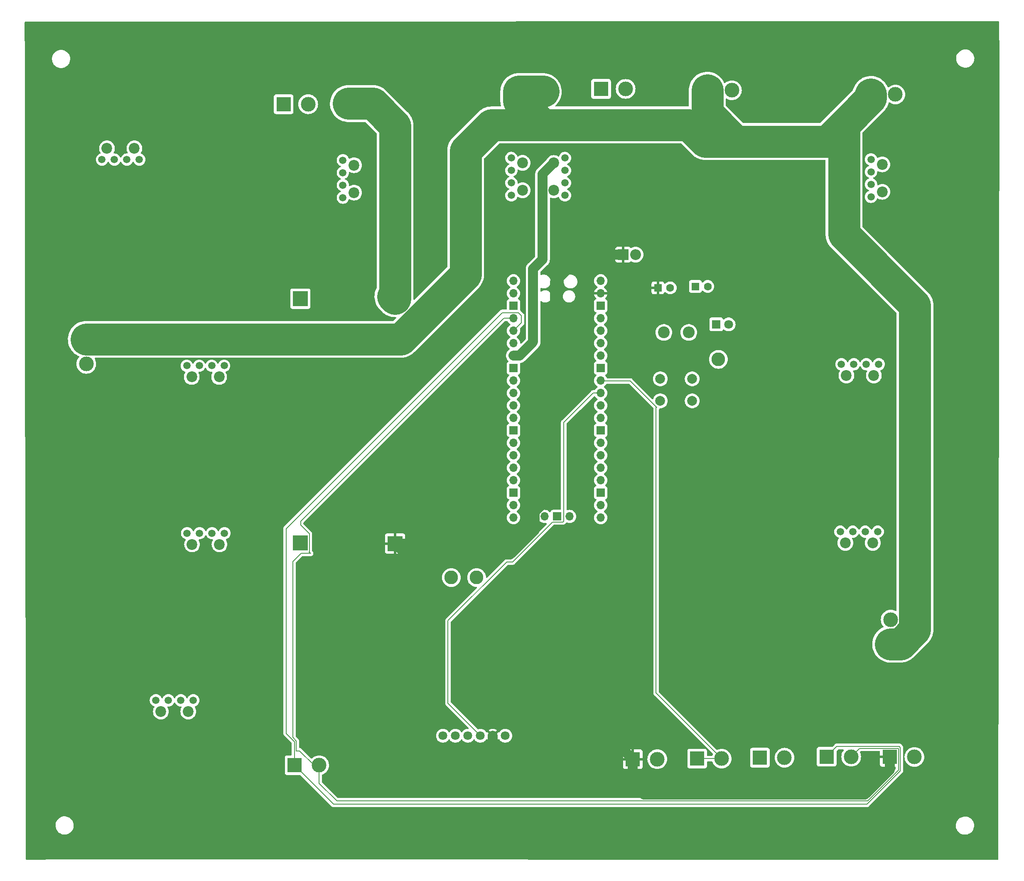
<source format=gbr>
%TF.GenerationSoftware,KiCad,Pcbnew,7.0.11+dfsg-1build4*%
%TF.CreationDate,2025-03-03T16:27:59+05:30*%
%TF.ProjectId,incubator,696e6375-6261-4746-9f72-2e6b69636164,rev?*%
%TF.SameCoordinates,Original*%
%TF.FileFunction,Copper,L2,Bot*%
%TF.FilePolarity,Positive*%
%FSLAX46Y46*%
G04 Gerber Fmt 4.6, Leading zero omitted, Abs format (unit mm)*
G04 Created by KiCad (PCBNEW 7.0.11+dfsg-1build4) date 2025-03-03 16:27:59*
%MOMM*%
%LPD*%
G01*
G04 APERTURE LIST*
%TA.AperFunction,ComponentPad*%
%ADD10C,2.800000*%
%TD*%
%TA.AperFunction,ComponentPad*%
%ADD11C,2.000000*%
%TD*%
%TA.AperFunction,ComponentPad*%
%ADD12R,3.000000X3.000000*%
%TD*%
%TA.AperFunction,ComponentPad*%
%ADD13C,3.000000*%
%TD*%
%TA.AperFunction,ComponentPad*%
%ADD14O,1.700000X1.700000*%
%TD*%
%TA.AperFunction,ComponentPad*%
%ADD15R,1.700000X1.700000*%
%TD*%
%TA.AperFunction,ComponentPad*%
%ADD16O,2.200000X2.200000*%
%TD*%
%TA.AperFunction,ComponentPad*%
%ADD17R,2.200000X2.200000*%
%TD*%
%TA.AperFunction,ComponentPad*%
%ADD18R,1.800000X1.800000*%
%TD*%
%TA.AperFunction,ComponentPad*%
%ADD19C,1.800000*%
%TD*%
%TA.AperFunction,ComponentPad*%
%ADD20C,2.400000*%
%TD*%
%TA.AperFunction,ComponentPad*%
%ADD21O,2.400000X2.400000*%
%TD*%
%TA.AperFunction,ComponentPad*%
%ADD22R,1.600000X1.600000*%
%TD*%
%TA.AperFunction,ComponentPad*%
%ADD23C,1.600000*%
%TD*%
%TA.AperFunction,ComponentPad*%
%ADD24R,3.140000X3.140000*%
%TD*%
%TA.AperFunction,ComponentPad*%
%ADD25C,1.500000*%
%TD*%
%TA.AperFunction,ComponentPad*%
%ADD26C,2.200000*%
%TD*%
%TA.AperFunction,Conductor*%
%ADD27C,0.130000*%
%TD*%
%TA.AperFunction,Conductor*%
%ADD28C,0.200000*%
%TD*%
%TA.AperFunction,Conductor*%
%ADD29C,2.000000*%
%TD*%
%TA.AperFunction,Conductor*%
%ADD30C,6.500000*%
%TD*%
G04 APERTURE END LIST*
D10*
%TO.P,TP3,1,1*%
%TO.N,Net-(U3-GPIO28_ADC2)*%
X169501000Y-82873000D03*
%TD*%
%TO.P,TP2,1,1*%
%TO.N,Net-(U3-GPIO11)*%
X120234000Y-127360000D03*
%TD*%
%TO.P,TP1,1,1*%
%TO.N,Net-(U3-GPIO10)*%
X115074000Y-127360000D03*
%TD*%
D11*
%TO.P,SW1,1,1*%
%TO.N,Net-(U3-RUN)*%
X157661000Y-86853000D03*
X164161000Y-86853000D03*
%TO.P,SW1,2,2*%
%TO.N,GND*%
X157661000Y-91353000D03*
X164161000Y-91353000D03*
%TD*%
D12*
%TO.P,J15,1,Pin_1*%
%TO.N,scl*%
X83130000Y-165610000D03*
D13*
%TO.P,J15,2,Pin_2*%
%TO.N,sda*%
X88130000Y-165610000D03*
%TD*%
D12*
%TO.P,J14,1,Pin_1*%
%TO.N,Net-(J14-Pin_1)*%
X177974000Y-164070000D03*
D13*
%TO.P,J14,2,Pin_2*%
%TO.N,Net-(J14-Pin_2)*%
X182974000Y-164070000D03*
%TD*%
D12*
%TO.P,J22,1,Pin_1*%
%TO.N,GND*%
X145594000Y-27750000D03*
D13*
%TO.P,J22,2,Pin_2*%
X150594000Y-27750000D03*
%TD*%
D14*
%TO.P,U3,43,SWDIO*%
%TO.N,unconnected-(U3-SWDIO-Pad43)*%
X139180000Y-114910000D03*
D15*
%TO.P,U3,42,GND*%
%TO.N,unconnected-(U3-GND-Pad42)*%
X136640000Y-114910000D03*
D14*
%TO.P,U3,41,SWCLK*%
%TO.N,unconnected-(U3-SWCLK-Pad41)*%
X134100000Y-114910000D03*
%TO.P,U3,40,VBUS*%
%TO.N,unconnected-(U3-VBUS-Pad40)*%
X145530000Y-66880000D03*
%TO.P,U3,39,VSYS*%
%TO.N,3v3*%
X145530000Y-69420000D03*
D15*
%TO.P,U3,38,GND*%
%TO.N,GND*%
X145530000Y-71960000D03*
D14*
%TO.P,U3,37,3V3_EN*%
%TO.N,unconnected-(U3-3V3_EN-Pad37)*%
X145530000Y-74500000D03*
%TO.P,U3,36,3V3*%
%TO.N,Net-(U3-3V3)*%
X145530000Y-77040000D03*
%TO.P,U3,35,ADC_VREF*%
%TO.N,unconnected-(U3-ADC_VREF-Pad35)*%
X145530000Y-79580000D03*
%TO.P,U3,34,GPIO28_ADC2*%
%TO.N,Net-(U3-GPIO28_ADC2)*%
X145530000Y-82120000D03*
D15*
%TO.P,U3,33,AGND*%
%TO.N,unconnected-(U3-AGND-Pad33)*%
X145530000Y-84660000D03*
D14*
%TO.P,U3,32,GPIO27_ADC1*%
%TO.N,Net-(J17-Pin_1)*%
X145530000Y-87200000D03*
%TO.P,U3,31,GPIO26_ADC0*%
%TO.N,Net-(U10-output)*%
X145530000Y-89740000D03*
%TO.P,U3,30,RUN*%
%TO.N,Net-(U3-RUN)*%
X145530000Y-92280000D03*
%TO.P,U3,29,GPIO22*%
%TO.N,unconnected-(U3-GPIO22-Pad29)*%
X145530000Y-94820000D03*
D15*
%TO.P,U3,28,GND*%
%TO.N,GND*%
X145530000Y-97360000D03*
D14*
%TO.P,U3,27,GPIO21*%
%TO.N,unconnected-(U3-GPIO21-Pad27)*%
X145530000Y-99900000D03*
%TO.P,U3,26,GPIO20*%
%TO.N,unconnected-(U3-GPIO20-Pad26)*%
X145530000Y-102440000D03*
%TO.P,U3,25,GPIO19*%
%TO.N,5v_mosfet*%
X145530000Y-104980000D03*
%TO.P,U3,24,GPIO18*%
%TO.N,12v_mosfet*%
X145530000Y-107520000D03*
D15*
%TO.P,U3,23,GND*%
%TO.N,GND*%
X145530000Y-110060000D03*
D14*
%TO.P,U3,22,GPIO17*%
%TO.N,unconnected-(U3-GPIO17-Pad22)*%
X145530000Y-112600000D03*
%TO.P,U3,21,GPIO16*%
%TO.N,Net-(U3-GPIO16)*%
X145530000Y-115140000D03*
%TO.P,U3,20,GPIO15*%
%TO.N,Net-(J14-Pin_2)*%
X127750000Y-115140000D03*
%TO.P,U3,19,GPIO14*%
%TO.N,Net-(J14-Pin_1)*%
X127750000Y-112600000D03*
D15*
%TO.P,U3,18,GND*%
%TO.N,GND*%
X127750000Y-110060000D03*
D14*
%TO.P,U3,17,GPIO13*%
%TO.N,unconnected-(U3-GPIO13-Pad17)*%
X127750000Y-107520000D03*
%TO.P,U3,16,GPIO12*%
%TO.N,unconnected-(U3-GPIO12-Pad16)*%
X127750000Y-104980000D03*
%TO.P,U3,15,GPIO11*%
%TO.N,Net-(U3-GPIO11)*%
X127750000Y-102440000D03*
%TO.P,U3,14,GPIO10*%
%TO.N,Net-(U3-GPIO10)*%
X127750000Y-99900000D03*
D15*
%TO.P,U3,13,GND*%
%TO.N,Net-(U11-signal)*%
X127750000Y-97360000D03*
D14*
%TO.P,U3,12,GPIO9*%
%TO.N,Net-(U12-signal)*%
X127750000Y-94820000D03*
%TO.P,U3,11,GPIO8*%
%TO.N,Net-(U3-GPIO8)*%
X127750000Y-92280000D03*
%TO.P,U3,10,GPIO7*%
%TO.N,Net-(U3-GPIO7)*%
X127750000Y-89740000D03*
%TO.P,U3,9,GPIO6*%
%TO.N,Net-(U3-GPIO6)*%
X127750000Y-87200000D03*
D15*
%TO.P,U3,8,GND*%
%TO.N,GND*%
X127750000Y-84660000D03*
D14*
%TO.P,U3,7,GPIO5*%
%TO.N,Net-(U3-GPIO5)*%
X127750000Y-82120000D03*
%TO.P,U3,6,GPIO4*%
%TO.N,Net-(U3-GPIO4)*%
X127750000Y-79580000D03*
%TO.P,U3,5,GPIO3*%
%TO.N,scl*%
X127750000Y-77040000D03*
%TO.P,U3,4,GPIO2*%
%TO.N,sda*%
X127750000Y-74500000D03*
D15*
%TO.P,U3,3,GND*%
%TO.N,GND*%
X127750000Y-71960000D03*
D14*
%TO.P,U3,2,GPIO1*%
%TO.N,unconnected-(U3-GPIO1-Pad2)*%
X127750000Y-69420000D03*
%TO.P,U3,1,GPIO0*%
%TO.N,unconnected-(U3-GPIO0-Pad1)*%
X127750000Y-66880000D03*
%TD*%
D16*
%TO.P,D2,2,A*%
%TO.N,5v*%
X152631000Y-61523000D03*
D17*
%TO.P,D2,1,K*%
%TO.N,3v3*%
X150091000Y-61523000D03*
%TD*%
D18*
%TO.P,D1,1,K*%
%TO.N,GND*%
X169061000Y-75753000D03*
D19*
%TO.P,D1,2,A*%
%TO.N,Net-(D1-A)*%
X171601000Y-75753000D03*
%TD*%
D20*
%TO.P,R1,1*%
%TO.N,Net-(D1-A)*%
X158381000Y-77393000D03*
D21*
%TO.P,R1,2*%
%TO.N,Net-(U3-3V3)*%
X163461000Y-77393000D03*
%TD*%
D19*
%TO.P,U10,1,gnd*%
%TO.N,GND*%
X126074000Y-159606000D03*
%TO.P,U10,2,3v3*%
%TO.N,3v3*%
X123534000Y-159606000D03*
%TO.P,U10,3,output*%
%TO.N,Net-(U10-output)*%
X120994000Y-159606000D03*
%TO.P,U10,4,lo+*%
%TO.N,unconnected-(U10-lo+-Pad4)*%
X118454000Y-159606000D03*
%TO.P,U10,5,lo-*%
%TO.N,unconnected-(U10-lo--Pad5)*%
X115914000Y-159606000D03*
%TO.P,U10,6,sdn*%
%TO.N,unconnected-(U10-sdn-Pad6)*%
X113374000Y-159606000D03*
%TD*%
D22*
%TO.P,C3,1*%
%TO.N,3v3*%
X157181000Y-68303000D03*
D23*
%TO.P,C3,2*%
%TO.N,GND*%
X159681000Y-68303000D03*
%TD*%
D12*
%TO.P,J17,1,Pin_1*%
%TO.N,Net-(J17-Pin_1)*%
X165174000Y-164270000D03*
D13*
%TO.P,J17,2,Pin_2*%
X170174000Y-164270000D03*
%TD*%
D24*
%TO.P,U2,1,in+*%
%TO.N,12v*%
X103607000Y-70516000D03*
%TO.P,U2,2,in-*%
%TO.N,GND*%
X84303000Y-70516000D03*
%TO.P,U2,3,out+*%
%TO.N,3v3*%
X103607000Y-120427000D03*
%TO.P,U2,4,out-*%
%TO.N,GND*%
X84303000Y-120300000D03*
%TD*%
D12*
%TO.P,J20,1,Pin_1*%
%TO.N,5v*%
X40674000Y-78800000D03*
D13*
%TO.P,J20,2,Pin_2*%
%TO.N,GND*%
X40674000Y-83800000D03*
%TD*%
D25*
%TO.P,U13,1,signal*%
%TO.N,12v_mosfet*%
X194364000Y-118010000D03*
D26*
X195380000Y-120296000D03*
D25*
X196904000Y-118010000D03*
%TO.P,U13,2,gnd*%
%TO.N,GND*%
X199444000Y-118010000D03*
D26*
X200968000Y-120296000D03*
D25*
X201984000Y-118010000D03*
%TD*%
%TO.P,U7,1,signal*%
%TO.N,Net-(U3-GPIO6)*%
X92968000Y-49914000D03*
D26*
X95254000Y-48898000D03*
D25*
X92968000Y-47374000D03*
%TO.P,U7,2,gnd*%
%TO.N,GND*%
X92968000Y-44834000D03*
D26*
X95254000Y-43310000D03*
D25*
X92968000Y-42294000D03*
%TD*%
%TO.P,U5,1,signal*%
%TO.N,Net-(U3-GPIO5)*%
X138229000Y-41833500D03*
D26*
X135943000Y-42849500D03*
D25*
X138229000Y-44373500D03*
%TO.P,U5,2,gnd*%
%TO.N,GND*%
X138229000Y-46913500D03*
D26*
X135943000Y-48437500D03*
D25*
X138229000Y-49453500D03*
%TD*%
D12*
%TO.P,J2,1,Pin_1*%
%TO.N,5v*%
X200574000Y-28890000D03*
D13*
%TO.P,J2,2,Pin_2*%
%TO.N,GND*%
X205574000Y-28890000D03*
%TD*%
D25*
%TO.P,U6,1,signal*%
%TO.N,Net-(U3-GPIO16)*%
X200618000Y-49744000D03*
D26*
X202904000Y-48728000D03*
D25*
X200618000Y-47204000D03*
%TO.P,U6,2,gnd*%
%TO.N,GND*%
X200618000Y-44664000D03*
D26*
X202904000Y-43140000D03*
D25*
X200618000Y-42124000D03*
%TD*%
D12*
%TO.P,J13,1,Pin_1*%
%TO.N,scl*%
X191564000Y-163870000D03*
D13*
%TO.P,J13,2,Pin_2*%
%TO.N,sda*%
X196564000Y-163870000D03*
%TD*%
D25*
%TO.P,U8,1,signal*%
%TO.N,Net-(U3-GPIO7)*%
X127304000Y-49440000D03*
D26*
X129590000Y-48424000D03*
D25*
X127304000Y-46900000D03*
%TO.P,U8,2,gnd*%
%TO.N,GND*%
X127304000Y-44360000D03*
D26*
X129590000Y-42836000D03*
D25*
X127304000Y-41820000D03*
%TD*%
%TO.P,U12,2,gnd*%
%TO.N,GND*%
X62480000Y-152380000D03*
D26*
X61464000Y-154666000D03*
D25*
X59940000Y-152380000D03*
%TO.P,U12,1,signal*%
%TO.N,Net-(U12-signal)*%
X57400000Y-152380000D03*
D26*
X55876000Y-154666000D03*
D25*
X54860000Y-152380000D03*
%TD*%
%TO.P,U9,1,signal*%
%TO.N,Net-(U3-GPIO8)*%
X61144000Y-84180000D03*
D26*
X62160000Y-86466000D03*
D25*
X63684000Y-84180000D03*
%TO.P,U9,2,gnd*%
%TO.N,GND*%
X66224000Y-84180000D03*
D26*
X67748000Y-86466000D03*
D25*
X68764000Y-84180000D03*
%TD*%
D12*
%TO.P,J12,1,Pin_1*%
%TO.N,3v3*%
X152044000Y-164370000D03*
D13*
%TO.P,J12,2,Pin_2*%
%TO.N,GND*%
X157044000Y-164370000D03*
%TD*%
D12*
%TO.P,J16,1,Pin_1*%
%TO.N,3v3*%
X204444000Y-163930000D03*
D13*
%TO.P,J16,2,Pin_2*%
%TO.N,GND*%
X209444000Y-163930000D03*
%TD*%
D12*
%TO.P,J21,1,Pin_1*%
%TO.N,5v*%
X128804000Y-28300000D03*
D13*
%TO.P,J21,2,Pin_2*%
X133804000Y-28300000D03*
%TD*%
D12*
%TO.P,J6,1,Pin_1*%
%TO.N,5v*%
X204614000Y-140930000D03*
D13*
%TO.P,J6,2,Pin_2*%
%TO.N,GND*%
X204614000Y-135930000D03*
%TD*%
D12*
%TO.P,J1,1,Pin_1*%
%TO.N,12v*%
X94094000Y-30740000D03*
D13*
%TO.P,J1,2,Pin_2*%
X99094000Y-30740000D03*
%TD*%
D25*
%TO.P,U11,1,signal*%
%TO.N,Net-(U11-signal)*%
X61222000Y-118304000D03*
D26*
X62238000Y-120590000D03*
D25*
X63762000Y-118304000D03*
%TO.P,U11,2,gnd*%
%TO.N,GND*%
X66302000Y-118304000D03*
D26*
X67826000Y-120590000D03*
D25*
X68842000Y-118304000D03*
%TD*%
D12*
%TO.P,J5,1,Pin_1*%
%TO.N,5v*%
X167254000Y-28030000D03*
D13*
%TO.P,J5,2,Pin_2*%
%TO.N,GND*%
X172254000Y-28030000D03*
%TD*%
D25*
%TO.P,U4,1,signal*%
%TO.N,Net-(U3-GPIO4)*%
X51490000Y-42156000D03*
D26*
X50474000Y-39870000D03*
D25*
X48950000Y-42156000D03*
%TO.P,U4,2,gnd*%
%TO.N,GND*%
X46410000Y-42156000D03*
D26*
X44886000Y-39870000D03*
D25*
X43870000Y-42156000D03*
%TD*%
D22*
%TO.P,C1,1*%
%TO.N,Net-(U3-3V3)*%
X164825888Y-68023000D03*
D23*
%TO.P,C1,2*%
%TO.N,GND*%
X167325888Y-68023000D03*
%TD*%
D25*
%TO.P,U1,1,signal*%
%TO.N,5v_mosfet*%
X194578000Y-83874000D03*
D26*
X195594000Y-86160000D03*
D25*
X197118000Y-83874000D03*
%TO.P,U1,2,gnd*%
%TO.N,GND*%
X199658000Y-83874000D03*
D26*
X201182000Y-86160000D03*
D25*
X202198000Y-83874000D03*
%TD*%
D12*
%TO.P,J3,1,Pin_1*%
%TO.N,GND*%
X80894000Y-30880000D03*
D13*
%TO.P,J3,2,Pin_2*%
X85894000Y-30880000D03*
%TD*%
D27*
%TO.N,sda*%
X84360000Y-116687000D02*
X84360000Y-115910000D01*
X86138000Y-118465000D02*
X84360000Y-116687000D01*
X82770000Y-124090000D02*
X84440000Y-122420000D01*
X86105000Y-122135000D02*
X86138000Y-122102000D01*
X86138000Y-122102000D02*
X86138000Y-118465000D01*
X84440000Y-122420000D02*
X86390000Y-122420000D01*
X83495000Y-160678812D02*
X82770000Y-159953812D01*
X82770000Y-159953812D02*
X82770000Y-124090000D01*
X84160000Y-162670000D02*
X83495000Y-162670000D01*
X87100000Y-165610000D02*
X84160000Y-162670000D01*
X86390000Y-122420000D02*
X86105000Y-122135000D01*
X83495000Y-162670000D02*
X83495000Y-160678812D01*
X88130000Y-165610000D02*
X87100000Y-165610000D01*
X84360000Y-115910000D02*
X125770000Y-74500000D01*
X125770000Y-74500000D02*
X127750000Y-74500000D01*
X196564000Y-163870000D02*
X198269000Y-162165000D01*
X198269000Y-162165000D02*
X206209000Y-162165000D01*
X206209000Y-162165000D02*
X206209000Y-166593980D01*
X91735000Y-172885000D02*
X88130000Y-169280000D01*
X206209000Y-166593980D02*
X199917980Y-172885000D01*
X88130000Y-169280000D02*
X88130000Y-165610000D01*
X199917980Y-172885000D02*
X91735000Y-172885000D01*
D28*
%TO.N,scl*%
X83130000Y-165610000D02*
X83130000Y-160830000D01*
X83130000Y-160830000D02*
X81420000Y-159120000D01*
X81420000Y-159120000D02*
X81420000Y-117380000D01*
X128740000Y-73350000D02*
X129370000Y-73980000D01*
X81420000Y-117380000D02*
X125450000Y-73350000D01*
X125450000Y-73350000D02*
X128740000Y-73350000D01*
X129370000Y-73980000D02*
X129370000Y-75420000D01*
X129370000Y-75420000D02*
X127750000Y-77040000D01*
D29*
%TO.N,3v3*%
X103607000Y-120427000D02*
X106117000Y-120427000D01*
X106117000Y-120427000D02*
X110040000Y-124350000D01*
X110040000Y-124350000D02*
X122850000Y-124350000D01*
X122850000Y-124350000D02*
X124500000Y-122700000D01*
X124500000Y-122700000D02*
X127080000Y-122700000D01*
X132050000Y-114060862D02*
X136215000Y-109895862D01*
X127080000Y-122700000D02*
X132050000Y-117730000D01*
X132050000Y-117730000D02*
X132050000Y-114060862D01*
X136215000Y-109895862D02*
X136215000Y-67119441D01*
X136215000Y-67119441D02*
X141811441Y-61523000D01*
X141811441Y-61523000D02*
X150091000Y-61523000D01*
X103607000Y-120427000D02*
X106910000Y-123730000D01*
X110970000Y-161200000D02*
X114190000Y-164420000D01*
X106910000Y-123730000D02*
X106910000Y-125880000D01*
X106910000Y-125880000D02*
X110970000Y-129940000D01*
X110970000Y-129940000D02*
X110970000Y-161200000D01*
X114190000Y-164420000D02*
X127254000Y-164420000D01*
X127254000Y-164420000D02*
X127304000Y-164370000D01*
D27*
%TO.N,Net-(U10-output)*%
X120994000Y-159606000D02*
X114390000Y-153002000D01*
X143990000Y-89740000D02*
X145530000Y-89740000D01*
X114390000Y-153002000D02*
X114390000Y-136140000D01*
X137980000Y-95750000D02*
X143990000Y-89740000D01*
X114390000Y-136140000D02*
X126345000Y-124185000D01*
X135715000Y-116025000D02*
X137845000Y-116025000D01*
X137980000Y-115890000D02*
X137980000Y-95750000D01*
X126345000Y-124185000D02*
X127555000Y-124185000D01*
X127555000Y-124185000D02*
X135715000Y-116025000D01*
X137845000Y-116025000D02*
X137980000Y-115890000D01*
D30*
%TO.N,5v*%
X128804000Y-28300000D02*
X133804000Y-28300000D01*
D29*
%TO.N,3v3*%
X127304000Y-164370000D02*
X130234000Y-161440000D01*
X130234000Y-161440000D02*
X149114000Y-161440000D01*
X149114000Y-161440000D02*
X152044000Y-164370000D01*
%TO.N,Net-(U3-GPIO5)*%
X135943000Y-42849500D02*
X133643000Y-45149500D01*
X131740000Y-64450441D02*
X131740000Y-79354000D01*
X133643000Y-45149500D02*
X133643000Y-62547441D01*
X133643000Y-62547441D02*
X131740000Y-64450441D01*
X131740000Y-79354000D02*
X128974000Y-82120000D01*
X128974000Y-82120000D02*
X127750000Y-82120000D01*
D30*
%TO.N,5v*%
X173030000Y-38480000D02*
X167254000Y-32704000D01*
X167254000Y-32704000D02*
X167254000Y-28030000D01*
X195104000Y-35100000D02*
X191724000Y-38480000D01*
X191724000Y-38480000D02*
X166824000Y-38480000D01*
X166824000Y-38480000D02*
X163444000Y-35100000D01*
X204614000Y-140930000D02*
X206614358Y-140930000D01*
X206614358Y-140930000D02*
X209564000Y-137980358D01*
X209564000Y-137980358D02*
X209564000Y-71874000D01*
X209564000Y-71874000D02*
X195104000Y-57414000D01*
X195104000Y-57414000D02*
X195104000Y-35100000D01*
X40674000Y-78800000D02*
X104798230Y-78800000D01*
X104798230Y-78800000D02*
X117990000Y-65608230D01*
X117990000Y-65608230D02*
X117990000Y-40350000D01*
X123240000Y-35100000D02*
X138914000Y-35100000D01*
X117990000Y-40350000D02*
X123240000Y-35100000D01*
D28*
%TO.N,scl*%
X191564000Y-163870000D02*
X193634000Y-161800000D01*
X193634000Y-161800000D02*
X206360188Y-161800000D01*
X206360188Y-161800000D02*
X206574000Y-162013812D01*
X199784168Y-173535000D02*
X91055000Y-173535000D01*
X206574000Y-162013812D02*
X206574000Y-166745168D01*
X206574000Y-166745168D02*
X199784168Y-173535000D01*
X91055000Y-173535000D02*
X83130000Y-165610000D01*
D30*
%TO.N,5v*%
X128804000Y-28300000D02*
X128804000Y-30170000D01*
X200574000Y-29630000D02*
X195104000Y-35100000D01*
X200574000Y-28890000D02*
X200574000Y-29630000D01*
X133734000Y-35100000D02*
X163444000Y-35100000D01*
X128804000Y-30170000D02*
X133734000Y-35100000D01*
%TO.N,12v*%
X103607000Y-35253000D02*
X103607000Y-70516000D01*
X94094000Y-30740000D02*
X99094000Y-30740000D01*
X99094000Y-30740000D02*
X103607000Y-35253000D01*
X103164000Y-70073000D02*
X103607000Y-70516000D01*
D27*
%TO.N,Net-(U10-output)*%
X145500000Y-89710000D02*
X145530000Y-89740000D01*
D29*
%TO.N,3v3*%
X199394000Y-171620000D02*
X204444000Y-166570000D01*
X127025208Y-164370000D02*
X127304000Y-164370000D01*
X123534000Y-159606000D02*
X123534000Y-160878792D01*
X152044000Y-169370000D02*
X154294000Y-171620000D01*
X204444000Y-166570000D02*
X204444000Y-163930000D01*
X154294000Y-171620000D02*
X199394000Y-171620000D01*
X152044000Y-164370000D02*
X152044000Y-169370000D01*
X123534000Y-160878792D02*
X127025208Y-164370000D01*
D27*
%TO.N,Net-(J17-Pin_1)*%
X156974000Y-92710000D02*
X156799000Y-92535000D01*
X151554000Y-87290000D02*
X145620000Y-87290000D01*
X145620000Y-87290000D02*
X145530000Y-87200000D01*
X165174000Y-164270000D02*
X170174000Y-164270000D01*
X170174000Y-164270000D02*
X156799000Y-150895000D01*
X156799000Y-92535000D02*
X151554000Y-87290000D01*
X156799000Y-150895000D02*
X156799000Y-92535000D01*
%TD*%
%TA.AperFunction,Conductor*%
%TO.N,3v3*%
G36*
X226657852Y-13970488D02*
G01*
X226703636Y-14023266D01*
X226714865Y-14073770D01*
X226779555Y-21568399D01*
X226779560Y-21569636D01*
X226560337Y-184745576D01*
X226540562Y-184812589D01*
X226487697Y-184858272D01*
X226436319Y-184869409D01*
X36362107Y-184841808D01*
X36360297Y-184841745D01*
X36321595Y-184841802D01*
X36321398Y-184841802D01*
X36282938Y-184841797D01*
X36281103Y-184841863D01*
X28474578Y-184853583D01*
X28407509Y-184833999D01*
X28361675Y-184781264D01*
X28350392Y-184729754D01*
X28341283Y-177947763D01*
X34405787Y-177947763D01*
X34435413Y-178217013D01*
X34435415Y-178217024D01*
X34480458Y-178389314D01*
X34503928Y-178479088D01*
X34609870Y-178728390D01*
X34750979Y-178959605D01*
X34750986Y-178959615D01*
X34924253Y-179167819D01*
X34924259Y-179167824D01*
X34968902Y-179207824D01*
X35125998Y-179348582D01*
X35351910Y-179498044D01*
X35597176Y-179613020D01*
X35597183Y-179613022D01*
X35597185Y-179613023D01*
X35856557Y-179691057D01*
X35856564Y-179691058D01*
X35856569Y-179691060D01*
X36124561Y-179730500D01*
X36124566Y-179730500D01*
X36327629Y-179730500D01*
X36327631Y-179730500D01*
X36327636Y-179730499D01*
X36327648Y-179730499D01*
X36365191Y-179727750D01*
X36530156Y-179715677D01*
X36642758Y-179690593D01*
X36794546Y-179656782D01*
X36794548Y-179656781D01*
X36794553Y-179656780D01*
X37047558Y-179560014D01*
X37283777Y-179427441D01*
X37498177Y-179261888D01*
X37686186Y-179066881D01*
X37843799Y-178846579D01*
X37947091Y-178645675D01*
X37967649Y-178605690D01*
X37967651Y-178605684D01*
X37967656Y-178605675D01*
X38055118Y-178349305D01*
X38104319Y-178082933D01*
X38107797Y-177987763D01*
X217915787Y-177987763D01*
X217945413Y-178257013D01*
X217945415Y-178257024D01*
X218013926Y-178519082D01*
X218013928Y-178519088D01*
X218119870Y-178768390D01*
X218167589Y-178846580D01*
X218260979Y-178999605D01*
X218260986Y-178999615D01*
X218434253Y-179207819D01*
X218434259Y-179207824D01*
X218539240Y-179301887D01*
X218635998Y-179388582D01*
X218861910Y-179538044D01*
X219107176Y-179653020D01*
X219107183Y-179653022D01*
X219107185Y-179653023D01*
X219366557Y-179731057D01*
X219366564Y-179731058D01*
X219366569Y-179731060D01*
X219634561Y-179770500D01*
X219634566Y-179770500D01*
X219837629Y-179770500D01*
X219837631Y-179770500D01*
X219837636Y-179770499D01*
X219837648Y-179770499D01*
X219875191Y-179767750D01*
X220040156Y-179755677D01*
X220153184Y-179730499D01*
X220304546Y-179696782D01*
X220304548Y-179696781D01*
X220304553Y-179696780D01*
X220557558Y-179600014D01*
X220793777Y-179467441D01*
X221008177Y-179301888D01*
X221196186Y-179106881D01*
X221353799Y-178886579D01*
X221435130Y-178728389D01*
X221477649Y-178645690D01*
X221477651Y-178645684D01*
X221477656Y-178645675D01*
X221565118Y-178389305D01*
X221614319Y-178122933D01*
X221624212Y-177852235D01*
X221594586Y-177582982D01*
X221526072Y-177320912D01*
X221420130Y-177071610D01*
X221279018Y-176840390D01*
X221189747Y-176733119D01*
X221105746Y-176632180D01*
X221105740Y-176632175D01*
X220904002Y-176451418D01*
X220678092Y-176301957D01*
X220592762Y-176261956D01*
X220432824Y-176186980D01*
X220432819Y-176186978D01*
X220432814Y-176186976D01*
X220173442Y-176108942D01*
X220173428Y-176108939D01*
X220057791Y-176091921D01*
X219905439Y-176069500D01*
X219702369Y-176069500D01*
X219702351Y-176069500D01*
X219499844Y-176084323D01*
X219499831Y-176084325D01*
X219235453Y-176143217D01*
X219235446Y-176143220D01*
X218982439Y-176239987D01*
X218746226Y-176372557D01*
X218531822Y-176538112D01*
X218343822Y-176733109D01*
X218343816Y-176733116D01*
X218186202Y-176953419D01*
X218186199Y-176953424D01*
X218062350Y-177194309D01*
X218062343Y-177194327D01*
X217974884Y-177450685D01*
X217974881Y-177450699D01*
X217925681Y-177717068D01*
X217925680Y-177717075D01*
X217915787Y-177987763D01*
X38107797Y-177987763D01*
X38114212Y-177812235D01*
X38084586Y-177542982D01*
X38016072Y-177280912D01*
X37910130Y-177031610D01*
X37769018Y-176800390D01*
X37713035Y-176733119D01*
X37595746Y-176592180D01*
X37595740Y-176592175D01*
X37394002Y-176411418D01*
X37168092Y-176261957D01*
X37168090Y-176261956D01*
X36922824Y-176146980D01*
X36922819Y-176146978D01*
X36922814Y-176146976D01*
X36663442Y-176068942D01*
X36663428Y-176068939D01*
X36547791Y-176051921D01*
X36395439Y-176029500D01*
X36192369Y-176029500D01*
X36192351Y-176029500D01*
X35989844Y-176044323D01*
X35989831Y-176044325D01*
X35725453Y-176103217D01*
X35725446Y-176103220D01*
X35472439Y-176199987D01*
X35236226Y-176332557D01*
X35236224Y-176332558D01*
X35236223Y-176332559D01*
X35184421Y-176372559D01*
X35021822Y-176498112D01*
X34833822Y-176693109D01*
X34833816Y-176693116D01*
X34676202Y-176913419D01*
X34676199Y-176913424D01*
X34552350Y-177154309D01*
X34552343Y-177154327D01*
X34464884Y-177410685D01*
X34464881Y-177410699D01*
X34457493Y-177450699D01*
X34433059Y-177582986D01*
X34415681Y-177677068D01*
X34415680Y-177677075D01*
X34405787Y-177947763D01*
X28341283Y-177947763D01*
X28315996Y-159120000D01*
X80814318Y-159120000D01*
X80819500Y-159159360D01*
X80819500Y-159159361D01*
X80834955Y-159276760D01*
X80834956Y-159276762D01*
X80875519Y-159374691D01*
X80895464Y-159422841D01*
X80991718Y-159548282D01*
X80991719Y-159548283D01*
X81016769Y-159567504D01*
X81028964Y-159578199D01*
X82493181Y-161042416D01*
X82526666Y-161103739D01*
X82529500Y-161130097D01*
X82529500Y-163485500D01*
X82509815Y-163552539D01*
X82457011Y-163598294D01*
X82405500Y-163609500D01*
X81582129Y-163609500D01*
X81582123Y-163609501D01*
X81522516Y-163615908D01*
X81387671Y-163666202D01*
X81387664Y-163666206D01*
X81272455Y-163752452D01*
X81272452Y-163752455D01*
X81186206Y-163867664D01*
X81186202Y-163867671D01*
X81135908Y-164002517D01*
X81129501Y-164062116D01*
X81129500Y-164062135D01*
X81129500Y-167157870D01*
X81129501Y-167157876D01*
X81135908Y-167217483D01*
X81186202Y-167352328D01*
X81186206Y-167352335D01*
X81272452Y-167467544D01*
X81272455Y-167467547D01*
X81387664Y-167553793D01*
X81387671Y-167553797D01*
X81522517Y-167604091D01*
X81522516Y-167604091D01*
X81529444Y-167604835D01*
X81582127Y-167610500D01*
X84229901Y-167610499D01*
X84296940Y-167630184D01*
X84317582Y-167646818D01*
X90596803Y-173926039D01*
X90607497Y-173938233D01*
X90626718Y-173963282D01*
X90626719Y-173963283D01*
X90654983Y-173984970D01*
X90655003Y-173984987D01*
X90752157Y-174059535D01*
X90752158Y-174059535D01*
X90752159Y-174059536D01*
X90898238Y-174120044D01*
X90976619Y-174130363D01*
X91054999Y-174140682D01*
X91055000Y-174140682D01*
X91086302Y-174136560D01*
X91102487Y-174135500D01*
X199736681Y-174135500D01*
X199752865Y-174136560D01*
X199784168Y-174140682D01*
X199784169Y-174140682D01*
X199836422Y-174133802D01*
X199940930Y-174120044D01*
X200087009Y-174059536D01*
X200212450Y-173963282D01*
X200231677Y-173938223D01*
X200242358Y-173926043D01*
X206965043Y-167203358D01*
X206977223Y-167192677D01*
X207002282Y-167173450D01*
X207098536Y-167048009D01*
X207159044Y-166901930D01*
X207179683Y-166745168D01*
X207175561Y-166713857D01*
X207174500Y-166697672D01*
X207174500Y-163930001D01*
X207438390Y-163930001D01*
X207458804Y-164215433D01*
X207519628Y-164495037D01*
X207519630Y-164495043D01*
X207519631Y-164495046D01*
X207597254Y-164703161D01*
X207619635Y-164763166D01*
X207756770Y-165014309D01*
X207756775Y-165014317D01*
X207928254Y-165243387D01*
X207928270Y-165243405D01*
X208130594Y-165445729D01*
X208130612Y-165445745D01*
X208359682Y-165617224D01*
X208359690Y-165617229D01*
X208610833Y-165754364D01*
X208610832Y-165754364D01*
X208610836Y-165754365D01*
X208610839Y-165754367D01*
X208878954Y-165854369D01*
X208878960Y-165854370D01*
X208878962Y-165854371D01*
X209158566Y-165915195D01*
X209158568Y-165915195D01*
X209158572Y-165915196D01*
X209412220Y-165933337D01*
X209443999Y-165935610D01*
X209444000Y-165935610D01*
X209444001Y-165935610D01*
X209472595Y-165933564D01*
X209729428Y-165915196D01*
X209820278Y-165895433D01*
X210009037Y-165854371D01*
X210009037Y-165854370D01*
X210009046Y-165854369D01*
X210277161Y-165754367D01*
X210528315Y-165617226D01*
X210757395Y-165445739D01*
X210959739Y-165243395D01*
X211131226Y-165014315D01*
X211268367Y-164763161D01*
X211368369Y-164495046D01*
X211395571Y-164370000D01*
X211429195Y-164215433D01*
X211429195Y-164215432D01*
X211429196Y-164215428D01*
X211449610Y-163930000D01*
X211429196Y-163644572D01*
X211417284Y-163589815D01*
X211368371Y-163364962D01*
X211368370Y-163364960D01*
X211368369Y-163364954D01*
X211268367Y-163096839D01*
X211246401Y-163056612D01*
X211131229Y-162845690D01*
X211131224Y-162845682D01*
X210959745Y-162616612D01*
X210959729Y-162616594D01*
X210757405Y-162414270D01*
X210757387Y-162414254D01*
X210528317Y-162242775D01*
X210528309Y-162242770D01*
X210277166Y-162105635D01*
X210277167Y-162105635D01*
X210158297Y-162061299D01*
X210009046Y-162005631D01*
X210009043Y-162005630D01*
X210009037Y-162005628D01*
X209729433Y-161944804D01*
X209444001Y-161924390D01*
X209443999Y-161924390D01*
X209158566Y-161944804D01*
X208878962Y-162005628D01*
X208610833Y-162105635D01*
X208359690Y-162242770D01*
X208359682Y-162242775D01*
X208130612Y-162414254D01*
X208130594Y-162414270D01*
X207928270Y-162616594D01*
X207928254Y-162616612D01*
X207756775Y-162845682D01*
X207756770Y-162845690D01*
X207619635Y-163096833D01*
X207519628Y-163364962D01*
X207458804Y-163644566D01*
X207438390Y-163929998D01*
X207438390Y-163930001D01*
X207174500Y-163930001D01*
X207174500Y-162061299D01*
X207175561Y-162045113D01*
X207179682Y-162013812D01*
X207179682Y-162013810D01*
X207159044Y-161857051D01*
X207159044Y-161857050D01*
X207098536Y-161710971D01*
X207002282Y-161585530D01*
X207002280Y-161585528D01*
X207002279Y-161585527D01*
X206977228Y-161566305D01*
X206965034Y-161555611D01*
X206818387Y-161408964D01*
X206807692Y-161396769D01*
X206788471Y-161371719D01*
X206788467Y-161371716D01*
X206663029Y-161275464D01*
X206516950Y-161214956D01*
X206516948Y-161214955D01*
X206399549Y-161199500D01*
X206360188Y-161194318D01*
X206328885Y-161198439D01*
X206312701Y-161199500D01*
X193681487Y-161199500D01*
X193665302Y-161198439D01*
X193634000Y-161194318D01*
X193594639Y-161199500D01*
X193477239Y-161214955D01*
X193477237Y-161214956D01*
X193331157Y-161275464D01*
X193205718Y-161371716D01*
X193186489Y-161396775D01*
X193175798Y-161408965D01*
X192751582Y-161833181D01*
X192690259Y-161866666D01*
X192663901Y-161869500D01*
X190016129Y-161869500D01*
X190016123Y-161869501D01*
X189956516Y-161875908D01*
X189821671Y-161926202D01*
X189821664Y-161926206D01*
X189706455Y-162012452D01*
X189706452Y-162012455D01*
X189620206Y-162127664D01*
X189620202Y-162127671D01*
X189569908Y-162262517D01*
X189563501Y-162322116D01*
X189563500Y-162322135D01*
X189563500Y-165417870D01*
X189563501Y-165417876D01*
X189569908Y-165477483D01*
X189620202Y-165612328D01*
X189620206Y-165612335D01*
X189706452Y-165727544D01*
X189706455Y-165727547D01*
X189821664Y-165813793D01*
X189821671Y-165813797D01*
X189956517Y-165864091D01*
X189956516Y-165864091D01*
X189963444Y-165864835D01*
X190016127Y-165870500D01*
X193111872Y-165870499D01*
X193171483Y-165864091D01*
X193306331Y-165813796D01*
X193421546Y-165727546D01*
X193507796Y-165612331D01*
X193558091Y-165477483D01*
X193564500Y-165417873D01*
X193564499Y-162770096D01*
X193584184Y-162703058D01*
X193600818Y-162682416D01*
X193846416Y-162436819D01*
X193907739Y-162403334D01*
X193934097Y-162400500D01*
X194917399Y-162400500D01*
X194984438Y-162420185D01*
X195030193Y-162472989D01*
X195040137Y-162542147D01*
X195016666Y-162598810D01*
X194876775Y-162785682D01*
X194876770Y-162785690D01*
X194739635Y-163036833D01*
X194639628Y-163304962D01*
X194578804Y-163584566D01*
X194558390Y-163869998D01*
X194558390Y-163870001D01*
X194578804Y-164155433D01*
X194639628Y-164435037D01*
X194639630Y-164435043D01*
X194639631Y-164435046D01*
X194739633Y-164703161D01*
X194739635Y-164703166D01*
X194876770Y-164954309D01*
X194876775Y-164954317D01*
X195048254Y-165183387D01*
X195048270Y-165183405D01*
X195250594Y-165385729D01*
X195250612Y-165385745D01*
X195479682Y-165557224D01*
X195479690Y-165557229D01*
X195730833Y-165694364D01*
X195730832Y-165694364D01*
X195730836Y-165694365D01*
X195730839Y-165694367D01*
X195998954Y-165794369D01*
X195998960Y-165794370D01*
X195998962Y-165794371D01*
X196278566Y-165855195D01*
X196278568Y-165855195D01*
X196278572Y-165855196D01*
X196532220Y-165873337D01*
X196563999Y-165875610D01*
X196564000Y-165875610D01*
X196564001Y-165875610D01*
X196595599Y-165873350D01*
X196849428Y-165855196D01*
X196853221Y-165854371D01*
X197129037Y-165794371D01*
X197129037Y-165794370D01*
X197129046Y-165794369D01*
X197397161Y-165694367D01*
X197648315Y-165557226D01*
X197877395Y-165385739D01*
X198079739Y-165183395D01*
X198251226Y-164954315D01*
X198388367Y-164703161D01*
X198488369Y-164435046D01*
X198524272Y-164270001D01*
X198549195Y-164155433D01*
X198549195Y-164155432D01*
X198549196Y-164155428D01*
X198569610Y-163870000D01*
X198569443Y-163867671D01*
X198563500Y-163784566D01*
X198549196Y-163584572D01*
X198538812Y-163536839D01*
X198488371Y-163304962D01*
X198488370Y-163304960D01*
X198488369Y-163304954D01*
X198388367Y-163036839D01*
X198365227Y-162994462D01*
X198350376Y-162926193D01*
X198374792Y-162860729D01*
X198386371Y-162847366D01*
X198466920Y-162766818D01*
X198528243Y-162733333D01*
X198554600Y-162730500D01*
X202320000Y-162730500D01*
X202387039Y-162750185D01*
X202432794Y-162802989D01*
X202444000Y-162854500D01*
X202444000Y-163680000D01*
X203784671Y-163680000D01*
X203744000Y-163845005D01*
X203744000Y-164014995D01*
X203784671Y-164180000D01*
X202444000Y-164180000D01*
X202444000Y-165477844D01*
X202450401Y-165537372D01*
X202450403Y-165537379D01*
X202500645Y-165672086D01*
X202500649Y-165672093D01*
X202586809Y-165787187D01*
X202586812Y-165787190D01*
X202701906Y-165873350D01*
X202701913Y-165873354D01*
X202836620Y-165923596D01*
X202836627Y-165923598D01*
X202896155Y-165929999D01*
X202896172Y-165930000D01*
X204194000Y-165930000D01*
X204194000Y-164583837D01*
X204275249Y-164614651D01*
X204401660Y-164630000D01*
X204486340Y-164630000D01*
X204612751Y-164614651D01*
X204694000Y-164583837D01*
X204694000Y-165930000D01*
X205519500Y-165930000D01*
X205586539Y-165949685D01*
X205632294Y-166002489D01*
X205643500Y-166054000D01*
X205643500Y-166308380D01*
X205623815Y-166375419D01*
X205607181Y-166396061D01*
X199720061Y-172283181D01*
X199658738Y-172316666D01*
X199632380Y-172319500D01*
X92020600Y-172319500D01*
X91953561Y-172299815D01*
X91932919Y-172283181D01*
X88731819Y-169082081D01*
X88698334Y-169020758D01*
X88695500Y-168994400D01*
X88695500Y-167620293D01*
X88715185Y-167553254D01*
X88767989Y-167507499D01*
X88776145Y-167504119D01*
X88963161Y-167434367D01*
X89214315Y-167297226D01*
X89443395Y-167125739D01*
X89645739Y-166923395D01*
X89817226Y-166694315D01*
X89954367Y-166443161D01*
X90054369Y-166175046D01*
X90078506Y-166064091D01*
X90110320Y-165917844D01*
X150044000Y-165917844D01*
X150050401Y-165977372D01*
X150050403Y-165977379D01*
X150100645Y-166112086D01*
X150100649Y-166112093D01*
X150186809Y-166227187D01*
X150186812Y-166227190D01*
X150301906Y-166313350D01*
X150301913Y-166313354D01*
X150436620Y-166363596D01*
X150436627Y-166363598D01*
X150496155Y-166369999D01*
X150496172Y-166370000D01*
X151794000Y-166370000D01*
X151794000Y-165023837D01*
X151875249Y-165054651D01*
X152001660Y-165070000D01*
X152086340Y-165070000D01*
X152212751Y-165054651D01*
X152294000Y-165023837D01*
X152294000Y-166370000D01*
X153591828Y-166370000D01*
X153591844Y-166369999D01*
X153651372Y-166363598D01*
X153651379Y-166363596D01*
X153786086Y-166313354D01*
X153786093Y-166313350D01*
X153901187Y-166227190D01*
X153901190Y-166227187D01*
X153987350Y-166112093D01*
X153987354Y-166112086D01*
X154037596Y-165977379D01*
X154037598Y-165977372D01*
X154043999Y-165917844D01*
X154044000Y-165917827D01*
X154044000Y-164620000D01*
X152703329Y-164620000D01*
X152744000Y-164454995D01*
X152744000Y-164370001D01*
X155038390Y-164370001D01*
X155058804Y-164655433D01*
X155119628Y-164935037D01*
X155119630Y-164935043D01*
X155119631Y-164935046D01*
X155219633Y-165203161D01*
X155219635Y-165203166D01*
X155356770Y-165454309D01*
X155356775Y-165454317D01*
X155528254Y-165683387D01*
X155528270Y-165683405D01*
X155730594Y-165885729D01*
X155730612Y-165885745D01*
X155959682Y-166057224D01*
X155959690Y-166057229D01*
X156210833Y-166194364D01*
X156210832Y-166194364D01*
X156210836Y-166194365D01*
X156210839Y-166194367D01*
X156478954Y-166294369D01*
X156478960Y-166294370D01*
X156478962Y-166294371D01*
X156758566Y-166355195D01*
X156758568Y-166355195D01*
X156758572Y-166355196D01*
X157012220Y-166373337D01*
X157043999Y-166375610D01*
X157044000Y-166375610D01*
X157044001Y-166375610D01*
X157072595Y-166373564D01*
X157329428Y-166355196D01*
X157544639Y-166308380D01*
X157609037Y-166294371D01*
X157609037Y-166294370D01*
X157609046Y-166294369D01*
X157877161Y-166194367D01*
X158128315Y-166057226D01*
X158357395Y-165885739D01*
X158559739Y-165683395D01*
X158731226Y-165454315D01*
X158868367Y-165203161D01*
X158968369Y-164935046D01*
X159029196Y-164655428D01*
X159049610Y-164370000D01*
X159029196Y-164084572D01*
X159026026Y-164070001D01*
X158968371Y-163804962D01*
X158968370Y-163804960D01*
X158968369Y-163804954D01*
X158868367Y-163536839D01*
X158850956Y-163504954D01*
X158731229Y-163285690D01*
X158731224Y-163285682D01*
X158559745Y-163056612D01*
X158559729Y-163056594D01*
X158357405Y-162854270D01*
X158357387Y-162854254D01*
X158128317Y-162682775D01*
X158128309Y-162682770D01*
X157877166Y-162545635D01*
X157877167Y-162545635D01*
X157769915Y-162505632D01*
X157609046Y-162445631D01*
X157609043Y-162445630D01*
X157609037Y-162445628D01*
X157329433Y-162384804D01*
X157044001Y-162364390D01*
X157043999Y-162364390D01*
X156758566Y-162384804D01*
X156478962Y-162445628D01*
X156210833Y-162545635D01*
X155959690Y-162682770D01*
X155959682Y-162682775D01*
X155730612Y-162854254D01*
X155730594Y-162854270D01*
X155528270Y-163056594D01*
X155528254Y-163056612D01*
X155356775Y-163285682D01*
X155356770Y-163285690D01*
X155219635Y-163536833D01*
X155119628Y-163804962D01*
X155058804Y-164084566D01*
X155038390Y-164369998D01*
X155038390Y-164370001D01*
X152744000Y-164370001D01*
X152744000Y-164285005D01*
X152703329Y-164120000D01*
X154044000Y-164120000D01*
X154044000Y-162822172D01*
X154043999Y-162822155D01*
X154037598Y-162762627D01*
X154037596Y-162762620D01*
X153987354Y-162627913D01*
X153987350Y-162627906D01*
X153901190Y-162512812D01*
X153901187Y-162512809D01*
X153786093Y-162426649D01*
X153786086Y-162426645D01*
X153651379Y-162376403D01*
X153651372Y-162376401D01*
X153591844Y-162370000D01*
X152294000Y-162370000D01*
X152294000Y-163716162D01*
X152212751Y-163685349D01*
X152086340Y-163670000D01*
X152001660Y-163670000D01*
X151875249Y-163685349D01*
X151794000Y-163716162D01*
X151794000Y-162370000D01*
X150496155Y-162370000D01*
X150436627Y-162376401D01*
X150436620Y-162376403D01*
X150301913Y-162426645D01*
X150301906Y-162426649D01*
X150186812Y-162512809D01*
X150186809Y-162512812D01*
X150100649Y-162627906D01*
X150100645Y-162627913D01*
X150050403Y-162762620D01*
X150050401Y-162762627D01*
X150044000Y-162822155D01*
X150044000Y-164120000D01*
X151384671Y-164120000D01*
X151344000Y-164285005D01*
X151344000Y-164454995D01*
X151384671Y-164620000D01*
X150044000Y-164620000D01*
X150044000Y-165917844D01*
X90110320Y-165917844D01*
X90115195Y-165895433D01*
X90115195Y-165895432D01*
X90115196Y-165895428D01*
X90135443Y-165612331D01*
X90135610Y-165610001D01*
X90135610Y-165609998D01*
X90123861Y-165445729D01*
X90115196Y-165324572D01*
X90097539Y-165243405D01*
X90054371Y-165044962D01*
X90054370Y-165044960D01*
X90054369Y-165044954D01*
X89954367Y-164776839D01*
X89934032Y-164739599D01*
X89817229Y-164525690D01*
X89817224Y-164525682D01*
X89645745Y-164296612D01*
X89645729Y-164296594D01*
X89443405Y-164094270D01*
X89443387Y-164094254D01*
X89214317Y-163922775D01*
X89214309Y-163922770D01*
X88963166Y-163785635D01*
X88963167Y-163785635D01*
X88746874Y-163704962D01*
X88695046Y-163685631D01*
X88695043Y-163685630D01*
X88695037Y-163685628D01*
X88415433Y-163624804D01*
X88130001Y-163604390D01*
X88129999Y-163604390D01*
X87844566Y-163624804D01*
X87564962Y-163685628D01*
X87296833Y-163785635D01*
X87045690Y-163922770D01*
X87045682Y-163922775D01*
X86816612Y-164094254D01*
X86816601Y-164094264D01*
X86687982Y-164222883D01*
X86626659Y-164256367D01*
X86556967Y-164251383D01*
X86512620Y-164222882D01*
X84591829Y-162302091D01*
X84581134Y-162289896D01*
X84577227Y-162284804D01*
X84563320Y-162266680D01*
X84445190Y-162176036D01*
X84445188Y-162176035D01*
X84307625Y-162119054D01*
X84168314Y-162100713D01*
X84104417Y-162072446D01*
X84065947Y-162014121D01*
X84060500Y-161977774D01*
X84060500Y-160724012D01*
X84061561Y-160707826D01*
X84065381Y-160678812D01*
X84065381Y-160678811D01*
X84060260Y-160639913D01*
X84045945Y-160531187D01*
X83988964Y-160393622D01*
X83921080Y-160305154D01*
X83921079Y-160305153D01*
X83921079Y-160305152D01*
X83898321Y-160275492D01*
X83875102Y-160257676D01*
X83862907Y-160246981D01*
X83371819Y-159755893D01*
X83338334Y-159694570D01*
X83335500Y-159668212D01*
X83335500Y-159606006D01*
X111968700Y-159606006D01*
X111987864Y-159837297D01*
X111987866Y-159837308D01*
X112044842Y-160062300D01*
X112138075Y-160274848D01*
X112265016Y-160469147D01*
X112265018Y-160469149D01*
X112265021Y-160469153D01*
X112422216Y-160639913D01*
X112422219Y-160639915D01*
X112422222Y-160639918D01*
X112605365Y-160782464D01*
X112605371Y-160782468D01*
X112605374Y-160782470D01*
X112772860Y-160873109D01*
X112808652Y-160892479D01*
X112809497Y-160892936D01*
X112923487Y-160932068D01*
X113029015Y-160968297D01*
X113029017Y-160968297D01*
X113029019Y-160968298D01*
X113257951Y-161006500D01*
X113257952Y-161006500D01*
X113490048Y-161006500D01*
X113490049Y-161006500D01*
X113718981Y-160968298D01*
X113938503Y-160892936D01*
X114142626Y-160782470D01*
X114143170Y-160782047D01*
X114275806Y-160678812D01*
X114325784Y-160639913D01*
X114482979Y-160469153D01*
X114540191Y-160381582D01*
X114593337Y-160336226D01*
X114662568Y-160326802D01*
X114725904Y-160356304D01*
X114747807Y-160381581D01*
X114759379Y-160399292D01*
X114805016Y-160469147D01*
X114805018Y-160469149D01*
X114805021Y-160469153D01*
X114962216Y-160639913D01*
X114962219Y-160639915D01*
X114962222Y-160639918D01*
X115145365Y-160782464D01*
X115145371Y-160782468D01*
X115145374Y-160782470D01*
X115312860Y-160873109D01*
X115348652Y-160892479D01*
X115349497Y-160892936D01*
X115463487Y-160932068D01*
X115569015Y-160968297D01*
X115569017Y-160968297D01*
X115569019Y-160968298D01*
X115797951Y-161006500D01*
X115797952Y-161006500D01*
X116030048Y-161006500D01*
X116030049Y-161006500D01*
X116258981Y-160968298D01*
X116478503Y-160892936D01*
X116682626Y-160782470D01*
X116683170Y-160782047D01*
X116815806Y-160678812D01*
X116865784Y-160639913D01*
X117022979Y-160469153D01*
X117080191Y-160381582D01*
X117133337Y-160336226D01*
X117202568Y-160326802D01*
X117265904Y-160356304D01*
X117287807Y-160381581D01*
X117299379Y-160399292D01*
X117345016Y-160469147D01*
X117345018Y-160469149D01*
X117345021Y-160469153D01*
X117502216Y-160639913D01*
X117502219Y-160639915D01*
X117502222Y-160639918D01*
X117685365Y-160782464D01*
X117685371Y-160782468D01*
X117685374Y-160782470D01*
X117852860Y-160873109D01*
X117888652Y-160892479D01*
X117889497Y-160892936D01*
X118003487Y-160932068D01*
X118109015Y-160968297D01*
X118109017Y-160968297D01*
X118109019Y-160968298D01*
X118337951Y-161006500D01*
X118337952Y-161006500D01*
X118570048Y-161006500D01*
X118570049Y-161006500D01*
X118798981Y-160968298D01*
X119018503Y-160892936D01*
X119222626Y-160782470D01*
X119223170Y-160782047D01*
X119355806Y-160678812D01*
X119405784Y-160639913D01*
X119562979Y-160469153D01*
X119620191Y-160381582D01*
X119673337Y-160336226D01*
X119742568Y-160326802D01*
X119805904Y-160356304D01*
X119827807Y-160381581D01*
X119839379Y-160399292D01*
X119885016Y-160469147D01*
X119885018Y-160469149D01*
X119885021Y-160469153D01*
X120042216Y-160639913D01*
X120042219Y-160639915D01*
X120042222Y-160639918D01*
X120225365Y-160782464D01*
X120225371Y-160782468D01*
X120225374Y-160782470D01*
X120392860Y-160873109D01*
X120428652Y-160892479D01*
X120429497Y-160892936D01*
X120543487Y-160932068D01*
X120649015Y-160968297D01*
X120649017Y-160968297D01*
X120649019Y-160968298D01*
X120877951Y-161006500D01*
X120877952Y-161006500D01*
X121110048Y-161006500D01*
X121110049Y-161006500D01*
X121338981Y-160968298D01*
X121558503Y-160892936D01*
X121762626Y-160782470D01*
X121763170Y-160782047D01*
X121895806Y-160678812D01*
X121945784Y-160639913D01*
X122102979Y-160469153D01*
X122160490Y-160381124D01*
X122213635Y-160335769D01*
X122282866Y-160326345D01*
X122346202Y-160355846D01*
X122368107Y-160381125D01*
X122382812Y-160403633D01*
X123050922Y-159735523D01*
X123074507Y-159815844D01*
X123152239Y-159936798D01*
X123260900Y-160030952D01*
X123391685Y-160090680D01*
X123401466Y-160092086D01*
X122735201Y-160758351D01*
X122765649Y-160782050D01*
X122969697Y-160892476D01*
X122969706Y-160892479D01*
X123189139Y-160967811D01*
X123417993Y-161006000D01*
X123650007Y-161006000D01*
X123878860Y-160967811D01*
X124098293Y-160892479D01*
X124098301Y-160892476D01*
X124302355Y-160782047D01*
X124332797Y-160758351D01*
X124332798Y-160758350D01*
X123666534Y-160092086D01*
X123676315Y-160090680D01*
X123807100Y-160030952D01*
X123915761Y-159936798D01*
X123993493Y-159815844D01*
X124017076Y-159735523D01*
X124685185Y-160403632D01*
X124699891Y-160381125D01*
X124753037Y-160335768D01*
X124822268Y-160326344D01*
X124885604Y-160355846D01*
X124907508Y-160381123D01*
X124965021Y-160469153D01*
X125122216Y-160639913D01*
X125122219Y-160639915D01*
X125122222Y-160639918D01*
X125305365Y-160782464D01*
X125305371Y-160782468D01*
X125305374Y-160782470D01*
X125472860Y-160873109D01*
X125508652Y-160892479D01*
X125509497Y-160892936D01*
X125623487Y-160932068D01*
X125729015Y-160968297D01*
X125729017Y-160968297D01*
X125729019Y-160968298D01*
X125957951Y-161006500D01*
X125957952Y-161006500D01*
X126190048Y-161006500D01*
X126190049Y-161006500D01*
X126418981Y-160968298D01*
X126638503Y-160892936D01*
X126842626Y-160782470D01*
X126843170Y-160782047D01*
X126975806Y-160678812D01*
X127025784Y-160639913D01*
X127182979Y-160469153D01*
X127309924Y-160274849D01*
X127403157Y-160062300D01*
X127460134Y-159837305D01*
X127460135Y-159837297D01*
X127479300Y-159606006D01*
X127479300Y-159605993D01*
X127460135Y-159374702D01*
X127460133Y-159374691D01*
X127403157Y-159149699D01*
X127309924Y-158937151D01*
X127182983Y-158742852D01*
X127182980Y-158742849D01*
X127182979Y-158742847D01*
X127025784Y-158572087D01*
X127025779Y-158572083D01*
X127025777Y-158572081D01*
X126842634Y-158429535D01*
X126842628Y-158429531D01*
X126638504Y-158319064D01*
X126638495Y-158319061D01*
X126418984Y-158243702D01*
X126247282Y-158215050D01*
X126190049Y-158205500D01*
X125957951Y-158205500D01*
X125912164Y-158213140D01*
X125729015Y-158243702D01*
X125509504Y-158319061D01*
X125509495Y-158319064D01*
X125305371Y-158429531D01*
X125305365Y-158429535D01*
X125122222Y-158572081D01*
X125122219Y-158572084D01*
X124965015Y-158742854D01*
X124907509Y-158830874D01*
X124854363Y-158876230D01*
X124785132Y-158885654D01*
X124721796Y-158856152D01*
X124699892Y-158830874D01*
X124685186Y-158808365D01*
X124017076Y-159476475D01*
X123993493Y-159396156D01*
X123915761Y-159275202D01*
X123807100Y-159181048D01*
X123676315Y-159121320D01*
X123666532Y-159119913D01*
X124332797Y-158453647D01*
X124332797Y-158453645D01*
X124302360Y-158429955D01*
X124302354Y-158429951D01*
X124098302Y-158319523D01*
X124098293Y-158319520D01*
X123878860Y-158244188D01*
X123650007Y-158206000D01*
X123417993Y-158206000D01*
X123189139Y-158244188D01*
X122969706Y-158319520D01*
X122969697Y-158319523D01*
X122765650Y-158429949D01*
X122735200Y-158453647D01*
X123401467Y-159119913D01*
X123391685Y-159121320D01*
X123260900Y-159181048D01*
X123152239Y-159275202D01*
X123074507Y-159396156D01*
X123050922Y-159476476D01*
X122382811Y-158808365D01*
X122368106Y-158830873D01*
X122314959Y-158876230D01*
X122245728Y-158885653D01*
X122182392Y-158856150D01*
X122160489Y-158830873D01*
X122160190Y-158830416D01*
X122102979Y-158742847D01*
X121945784Y-158572087D01*
X121945779Y-158572083D01*
X121945777Y-158572081D01*
X121762634Y-158429535D01*
X121762628Y-158429531D01*
X121558504Y-158319064D01*
X121558495Y-158319061D01*
X121338984Y-158243702D01*
X121167282Y-158215050D01*
X121110049Y-158205500D01*
X120877951Y-158205500D01*
X120849309Y-158210279D01*
X120649018Y-158243701D01*
X120560254Y-158274174D01*
X120490455Y-158277323D01*
X120432311Y-158244573D01*
X114991819Y-152804081D01*
X114958334Y-152742758D01*
X114955500Y-152716400D01*
X114955500Y-136425600D01*
X114975185Y-136358561D01*
X114991819Y-136337919D01*
X126542919Y-124786819D01*
X126604242Y-124753334D01*
X126630600Y-124750500D01*
X127509799Y-124750500D01*
X127525985Y-124751561D01*
X127554999Y-124755381D01*
X127555000Y-124755381D01*
X127555001Y-124755381D01*
X127628813Y-124745663D01*
X127702626Y-124735945D01*
X127840190Y-124678964D01*
X127864408Y-124660381D01*
X127958320Y-124588320D01*
X127976139Y-124565096D01*
X127986820Y-124552916D01*
X135912919Y-116626819D01*
X135974242Y-116593334D01*
X136000600Y-116590500D01*
X137799799Y-116590500D01*
X137815985Y-116591561D01*
X137844999Y-116595381D01*
X137845000Y-116595381D01*
X137845001Y-116595381D01*
X137918813Y-116585663D01*
X137992626Y-116575945D01*
X138130190Y-116518964D01*
X138160562Y-116495659D01*
X138248320Y-116428320D01*
X138266139Y-116405096D01*
X138276820Y-116392916D01*
X138347916Y-116321820D01*
X138360096Y-116311139D01*
X138383320Y-116293320D01*
X138472327Y-116177323D01*
X138528753Y-116136121D01*
X138598499Y-116131966D01*
X138623098Y-116140424D01*
X138716337Y-116183903D01*
X138944592Y-116245063D01*
X139132918Y-116261539D01*
X139179999Y-116265659D01*
X139180000Y-116265659D01*
X139180001Y-116265659D01*
X139219234Y-116262226D01*
X139415408Y-116245063D01*
X139643663Y-116183903D01*
X139857830Y-116084035D01*
X140051401Y-115948495D01*
X140218495Y-115781401D01*
X140354035Y-115587830D01*
X140453903Y-115373663D01*
X140515063Y-115145408D01*
X140535659Y-114910000D01*
X140515063Y-114674592D01*
X140453903Y-114446337D01*
X140354035Y-114232171D01*
X140262540Y-114101501D01*
X140218494Y-114038597D01*
X140051402Y-113871506D01*
X140051395Y-113871501D01*
X140049251Y-113870000D01*
X139982132Y-113823002D01*
X139857834Y-113735967D01*
X139857830Y-113735965D01*
X139814500Y-113715760D01*
X139643663Y-113636097D01*
X139643659Y-113636096D01*
X139643655Y-113636094D01*
X139415413Y-113574938D01*
X139415403Y-113574936D01*
X139180001Y-113554341D01*
X139179999Y-113554341D01*
X138944596Y-113574936D01*
X138944586Y-113574938D01*
X138716337Y-113636096D01*
X138711913Y-113637707D01*
X138642184Y-113642140D01*
X138581127Y-113608170D01*
X138548129Y-113546584D01*
X138545500Y-113521186D01*
X138545500Y-96035600D01*
X138565185Y-95968561D01*
X138581819Y-95947919D01*
X141357621Y-93172117D01*
X144153131Y-90376606D01*
X144214452Y-90343123D01*
X144284144Y-90348107D01*
X144340077Y-90389979D01*
X144353190Y-90411879D01*
X144355965Y-90417830D01*
X144355967Y-90417834D01*
X144491501Y-90611395D01*
X144491506Y-90611402D01*
X144658597Y-90778493D01*
X144658603Y-90778498D01*
X144844158Y-90908425D01*
X144887783Y-90963002D01*
X144894977Y-91032500D01*
X144863454Y-91094855D01*
X144844158Y-91111575D01*
X144658597Y-91241505D01*
X144491505Y-91408597D01*
X144355965Y-91602169D01*
X144355964Y-91602171D01*
X144256098Y-91816335D01*
X144256094Y-91816344D01*
X144194938Y-92044586D01*
X144194936Y-92044596D01*
X144174341Y-92279999D01*
X144174341Y-92280000D01*
X144194936Y-92515403D01*
X144194938Y-92515413D01*
X144256094Y-92743655D01*
X144256096Y-92743659D01*
X144256097Y-92743663D01*
X144343010Y-92930047D01*
X144355965Y-92957830D01*
X144355967Y-92957834D01*
X144491501Y-93151395D01*
X144491506Y-93151402D01*
X144658597Y-93318493D01*
X144658603Y-93318498D01*
X144844158Y-93448425D01*
X144887783Y-93503002D01*
X144894977Y-93572500D01*
X144863454Y-93634855D01*
X144844158Y-93651575D01*
X144658597Y-93781505D01*
X144491505Y-93948597D01*
X144355965Y-94142169D01*
X144355964Y-94142171D01*
X144256098Y-94356335D01*
X144256094Y-94356344D01*
X144194938Y-94584586D01*
X144194936Y-94584596D01*
X144174341Y-94819999D01*
X144174341Y-94820000D01*
X144194936Y-95055403D01*
X144194938Y-95055413D01*
X144256094Y-95283655D01*
X144256096Y-95283659D01*
X144256097Y-95283663D01*
X144355965Y-95497830D01*
X144355967Y-95497834D01*
X144464281Y-95652521D01*
X144491501Y-95691396D01*
X144491506Y-95691402D01*
X144613430Y-95813326D01*
X144646915Y-95874649D01*
X144641931Y-95944341D01*
X144600059Y-96000274D01*
X144569083Y-96017189D01*
X144437669Y-96066203D01*
X144437664Y-96066206D01*
X144322455Y-96152452D01*
X144322452Y-96152455D01*
X144236206Y-96267664D01*
X144236202Y-96267671D01*
X144185908Y-96402517D01*
X144179501Y-96462116D01*
X144179501Y-96462123D01*
X144179500Y-96462135D01*
X144179500Y-98257870D01*
X144179501Y-98257876D01*
X144185908Y-98317483D01*
X144236202Y-98452328D01*
X144236206Y-98452335D01*
X144322452Y-98567544D01*
X144322455Y-98567547D01*
X144437664Y-98653793D01*
X144437671Y-98653797D01*
X144569081Y-98702810D01*
X144625015Y-98744681D01*
X144649432Y-98810145D01*
X144634580Y-98878418D01*
X144613430Y-98906673D01*
X144491503Y-99028600D01*
X144355965Y-99222169D01*
X144355964Y-99222171D01*
X144256098Y-99436335D01*
X144256094Y-99436344D01*
X144194938Y-99664586D01*
X144194936Y-99664596D01*
X144174341Y-99899999D01*
X144174341Y-99900000D01*
X144194936Y-100135403D01*
X144194938Y-100135413D01*
X144256094Y-100363655D01*
X144256096Y-100363659D01*
X144256097Y-100363663D01*
X144355965Y-100577830D01*
X144355967Y-100577834D01*
X144491501Y-100771395D01*
X144491506Y-100771402D01*
X144658597Y-100938493D01*
X144658603Y-100938498D01*
X144844158Y-101068425D01*
X144887783Y-101123002D01*
X144894977Y-101192500D01*
X144863454Y-101254855D01*
X144844158Y-101271575D01*
X144658597Y-101401505D01*
X144491505Y-101568597D01*
X144355965Y-101762169D01*
X144355964Y-101762171D01*
X144256098Y-101976335D01*
X144256094Y-101976344D01*
X144194938Y-102204586D01*
X144194936Y-102204596D01*
X144174341Y-102439999D01*
X144174341Y-102440000D01*
X144194936Y-102675403D01*
X144194938Y-102675413D01*
X144256094Y-102903655D01*
X144256096Y-102903659D01*
X144256097Y-102903663D01*
X144355965Y-103117830D01*
X144355967Y-103117834D01*
X144491501Y-103311395D01*
X144491506Y-103311402D01*
X144658597Y-103478493D01*
X144658603Y-103478498D01*
X144844158Y-103608425D01*
X144887783Y-103663002D01*
X144894977Y-103732500D01*
X144863454Y-103794855D01*
X144844158Y-103811575D01*
X144658597Y-103941505D01*
X144491505Y-104108597D01*
X144355965Y-104302169D01*
X144355964Y-104302171D01*
X144256098Y-104516335D01*
X144256094Y-104516344D01*
X144194938Y-104744586D01*
X144194936Y-104744596D01*
X144174341Y-104979999D01*
X144174341Y-104980000D01*
X144194936Y-105215403D01*
X144194938Y-105215413D01*
X144256094Y-105443655D01*
X144256096Y-105443659D01*
X144256097Y-105443663D01*
X144355965Y-105657830D01*
X144355967Y-105657834D01*
X144491501Y-105851395D01*
X144491506Y-105851402D01*
X144658597Y-106018493D01*
X144658603Y-106018498D01*
X144844158Y-106148425D01*
X144887783Y-106203002D01*
X144894977Y-106272500D01*
X144863454Y-106334855D01*
X144844158Y-106351575D01*
X144658597Y-106481505D01*
X144491505Y-106648597D01*
X144355965Y-106842169D01*
X144355964Y-106842171D01*
X144256098Y-107056335D01*
X144256094Y-107056344D01*
X144194938Y-107284586D01*
X144194936Y-107284596D01*
X144174341Y-107519999D01*
X144174341Y-107520000D01*
X144194936Y-107755403D01*
X144194938Y-107755413D01*
X144256094Y-107983655D01*
X144256096Y-107983659D01*
X144256097Y-107983663D01*
X144355965Y-108197830D01*
X144355967Y-108197834D01*
X144464281Y-108352521D01*
X144491501Y-108391396D01*
X144491506Y-108391402D01*
X144613430Y-108513326D01*
X144646915Y-108574649D01*
X144641931Y-108644341D01*
X144600059Y-108700274D01*
X144569083Y-108717189D01*
X144437669Y-108766203D01*
X144437664Y-108766206D01*
X144322455Y-108852452D01*
X144322452Y-108852455D01*
X144236206Y-108967664D01*
X144236202Y-108967671D01*
X144185908Y-109102517D01*
X144179501Y-109162116D01*
X144179501Y-109162123D01*
X144179500Y-109162135D01*
X144179500Y-110957870D01*
X144179501Y-110957876D01*
X144185908Y-111017483D01*
X144236202Y-111152328D01*
X144236206Y-111152335D01*
X144322452Y-111267544D01*
X144322455Y-111267547D01*
X144437664Y-111353793D01*
X144437671Y-111353797D01*
X144569081Y-111402810D01*
X144625015Y-111444681D01*
X144649432Y-111510145D01*
X144634580Y-111578418D01*
X144613430Y-111606673D01*
X144491503Y-111728600D01*
X144355965Y-111922169D01*
X144355964Y-111922171D01*
X144256098Y-112136335D01*
X144256094Y-112136344D01*
X144194938Y-112364586D01*
X144194936Y-112364596D01*
X144174341Y-112599999D01*
X144174341Y-112600000D01*
X144194936Y-112835403D01*
X144194938Y-112835413D01*
X144256094Y-113063655D01*
X144256096Y-113063659D01*
X144256097Y-113063663D01*
X144355965Y-113277830D01*
X144355967Y-113277834D01*
X144491501Y-113471395D01*
X144491506Y-113471402D01*
X144658597Y-113638493D01*
X144658603Y-113638498D01*
X144844158Y-113768425D01*
X144887783Y-113823002D01*
X144894977Y-113892500D01*
X144863454Y-113954855D01*
X144844158Y-113971575D01*
X144658597Y-114101505D01*
X144491505Y-114268597D01*
X144355965Y-114462169D01*
X144355964Y-114462171D01*
X144256098Y-114676335D01*
X144256094Y-114676344D01*
X144194938Y-114904586D01*
X144194936Y-114904596D01*
X144174341Y-115139999D01*
X144174341Y-115140000D01*
X144194936Y-115375403D01*
X144194938Y-115375413D01*
X144256094Y-115603655D01*
X144256096Y-115603659D01*
X144256097Y-115603663D01*
X144338975Y-115781395D01*
X144355965Y-115817830D01*
X144355967Y-115817834D01*
X144379874Y-115851976D01*
X144491505Y-116011401D01*
X144658599Y-116178495D01*
X144736647Y-116233145D01*
X144852165Y-116314032D01*
X144852167Y-116314033D01*
X144852170Y-116314035D01*
X145066337Y-116413903D01*
X145294592Y-116475063D01*
X145454815Y-116489081D01*
X145529999Y-116495659D01*
X145530000Y-116495659D01*
X145530001Y-116495659D01*
X145569234Y-116492226D01*
X145765408Y-116475063D01*
X145993663Y-116413903D01*
X146207830Y-116314035D01*
X146401401Y-116178495D01*
X146568495Y-116011401D01*
X146704035Y-115817830D01*
X146803903Y-115603663D01*
X146865063Y-115375408D01*
X146885659Y-115140000D01*
X146865063Y-114904592D01*
X146803903Y-114676337D01*
X146704035Y-114462171D01*
X146568495Y-114268599D01*
X146568494Y-114268597D01*
X146401402Y-114101506D01*
X146401396Y-114101501D01*
X146215842Y-113971575D01*
X146172217Y-113916998D01*
X146165023Y-113847500D01*
X146196546Y-113785145D01*
X146215842Y-113768425D01*
X146262197Y-113735967D01*
X146401401Y-113638495D01*
X146568495Y-113471401D01*
X146704035Y-113277830D01*
X146803903Y-113063663D01*
X146865063Y-112835408D01*
X146885659Y-112600000D01*
X146865063Y-112364592D01*
X146803903Y-112136337D01*
X146704035Y-111922171D01*
X146568495Y-111728599D01*
X146446567Y-111606671D01*
X146413084Y-111545351D01*
X146418068Y-111475659D01*
X146459939Y-111419725D01*
X146490915Y-111402810D01*
X146622331Y-111353796D01*
X146737546Y-111267546D01*
X146823796Y-111152331D01*
X146874091Y-111017483D01*
X146880500Y-110957873D01*
X146880499Y-109162128D01*
X146874091Y-109102517D01*
X146823796Y-108967669D01*
X146823795Y-108967668D01*
X146823793Y-108967664D01*
X146737547Y-108852455D01*
X146737544Y-108852452D01*
X146622335Y-108766206D01*
X146622328Y-108766202D01*
X146490917Y-108717189D01*
X146434983Y-108675318D01*
X146410566Y-108609853D01*
X146425418Y-108541580D01*
X146446563Y-108513332D01*
X146568495Y-108391401D01*
X146704035Y-108197830D01*
X146803903Y-107983663D01*
X146865063Y-107755408D01*
X146885659Y-107520000D01*
X146865063Y-107284592D01*
X146803903Y-107056337D01*
X146704035Y-106842171D01*
X146568495Y-106648599D01*
X146568494Y-106648597D01*
X146401402Y-106481506D01*
X146401396Y-106481501D01*
X146215842Y-106351575D01*
X146172217Y-106296998D01*
X146165023Y-106227500D01*
X146196546Y-106165145D01*
X146215842Y-106148425D01*
X146238026Y-106132891D01*
X146401401Y-106018495D01*
X146568495Y-105851401D01*
X146704035Y-105657830D01*
X146803903Y-105443663D01*
X146865063Y-105215408D01*
X146885659Y-104980000D01*
X146865063Y-104744592D01*
X146803903Y-104516337D01*
X146704035Y-104302171D01*
X146568495Y-104108599D01*
X146568494Y-104108597D01*
X146401402Y-103941506D01*
X146401396Y-103941501D01*
X146215842Y-103811575D01*
X146172217Y-103756998D01*
X146165023Y-103687500D01*
X146196546Y-103625145D01*
X146215842Y-103608425D01*
X146238026Y-103592891D01*
X146401401Y-103478495D01*
X146568495Y-103311401D01*
X146704035Y-103117830D01*
X146803903Y-102903663D01*
X146865063Y-102675408D01*
X146885659Y-102440000D01*
X146865063Y-102204592D01*
X146803903Y-101976337D01*
X146704035Y-101762171D01*
X146568495Y-101568599D01*
X146568494Y-101568597D01*
X146401402Y-101401506D01*
X146401396Y-101401501D01*
X146215842Y-101271575D01*
X146172217Y-101216998D01*
X146165023Y-101147500D01*
X146196546Y-101085145D01*
X146215842Y-101068425D01*
X146238026Y-101052891D01*
X146401401Y-100938495D01*
X146568495Y-100771401D01*
X146704035Y-100577830D01*
X146803903Y-100363663D01*
X146865063Y-100135408D01*
X146885659Y-99900000D01*
X146865063Y-99664592D01*
X146803903Y-99436337D01*
X146704035Y-99222171D01*
X146568495Y-99028599D01*
X146446567Y-98906671D01*
X146413084Y-98845351D01*
X146418068Y-98775659D01*
X146459939Y-98719725D01*
X146490915Y-98702810D01*
X146622331Y-98653796D01*
X146737546Y-98567546D01*
X146823796Y-98452331D01*
X146874091Y-98317483D01*
X146880500Y-98257873D01*
X146880499Y-96462128D01*
X146874091Y-96402517D01*
X146823796Y-96267669D01*
X146823795Y-96267668D01*
X146823793Y-96267664D01*
X146737547Y-96152455D01*
X146737544Y-96152452D01*
X146622335Y-96066206D01*
X146622328Y-96066202D01*
X146490917Y-96017189D01*
X146434983Y-95975318D01*
X146410566Y-95909853D01*
X146425418Y-95841580D01*
X146446563Y-95813332D01*
X146568495Y-95691401D01*
X146704035Y-95497830D01*
X146803903Y-95283663D01*
X146865063Y-95055408D01*
X146885659Y-94820000D01*
X146865063Y-94584592D01*
X146803903Y-94356337D01*
X146704035Y-94142171D01*
X146568495Y-93948599D01*
X146568494Y-93948597D01*
X146401402Y-93781506D01*
X146401396Y-93781501D01*
X146215842Y-93651575D01*
X146172217Y-93596998D01*
X146165023Y-93527500D01*
X146196546Y-93465145D01*
X146215842Y-93448425D01*
X146238026Y-93432891D01*
X146401401Y-93318495D01*
X146568495Y-93151401D01*
X146704035Y-92957830D01*
X146803903Y-92743663D01*
X146865063Y-92515408D01*
X146885659Y-92280000D01*
X146865063Y-92044592D01*
X146803903Y-91816337D01*
X146704035Y-91602171D01*
X146703084Y-91600812D01*
X146568494Y-91408597D01*
X146401402Y-91241506D01*
X146401396Y-91241501D01*
X146215842Y-91111575D01*
X146172217Y-91056998D01*
X146165023Y-90987500D01*
X146196546Y-90925145D01*
X146215842Y-90908425D01*
X146279119Y-90864118D01*
X146401401Y-90778495D01*
X146568495Y-90611401D01*
X146704035Y-90417830D01*
X146803903Y-90203663D01*
X146865063Y-89975408D01*
X146885659Y-89740000D01*
X146865063Y-89504592D01*
X146803903Y-89276337D01*
X146704035Y-89062171D01*
X146704034Y-89062169D01*
X146568494Y-88868597D01*
X146401402Y-88701506D01*
X146401396Y-88701501D01*
X146215842Y-88571575D01*
X146172217Y-88516998D01*
X146165023Y-88447500D01*
X146196546Y-88385145D01*
X146215842Y-88368425D01*
X146238026Y-88352891D01*
X146401401Y-88238495D01*
X146568495Y-88071401D01*
X146682646Y-87908377D01*
X146737223Y-87864752D01*
X146784221Y-87855500D01*
X151268400Y-87855500D01*
X151335439Y-87875185D01*
X151356081Y-87891819D01*
X156197181Y-92732919D01*
X156230666Y-92794242D01*
X156233500Y-92820600D01*
X156233500Y-150849798D01*
X156232439Y-150865983D01*
X156228619Y-150894998D01*
X156228619Y-150895000D01*
X156248055Y-151042625D01*
X156305034Y-151180187D01*
X156305035Y-151180189D01*
X156305036Y-151180190D01*
X156395680Y-151298320D01*
X156418896Y-151316134D01*
X156431091Y-151326829D01*
X168351619Y-163247357D01*
X168385104Y-163308680D01*
X168380120Y-163378372D01*
X168372771Y-163394464D01*
X168349634Y-163436835D01*
X168279887Y-163623834D01*
X168238015Y-163679767D01*
X168172551Y-163704184D01*
X168163705Y-163704500D01*
X167298499Y-163704500D01*
X167231460Y-163684815D01*
X167185705Y-163632011D01*
X167174499Y-163580500D01*
X167174499Y-162722129D01*
X167174498Y-162722123D01*
X167174497Y-162722116D01*
X167168091Y-162662517D01*
X167138347Y-162582770D01*
X167117797Y-162527671D01*
X167117793Y-162527664D01*
X167031547Y-162412455D01*
X167031544Y-162412452D01*
X166916335Y-162326206D01*
X166916328Y-162326202D01*
X166781482Y-162275908D01*
X166781483Y-162275908D01*
X166721883Y-162269501D01*
X166721881Y-162269500D01*
X166721873Y-162269500D01*
X166721864Y-162269500D01*
X163626129Y-162269500D01*
X163626123Y-162269501D01*
X163566516Y-162275908D01*
X163431671Y-162326202D01*
X163431664Y-162326206D01*
X163316455Y-162412452D01*
X163316452Y-162412455D01*
X163230206Y-162527664D01*
X163230202Y-162527671D01*
X163179908Y-162662517D01*
X163173501Y-162722116D01*
X163173501Y-162722123D01*
X163173500Y-162722135D01*
X163173500Y-165817870D01*
X163173501Y-165817876D01*
X163179908Y-165877483D01*
X163230202Y-166012328D01*
X163230206Y-166012335D01*
X163316452Y-166127544D01*
X163316455Y-166127547D01*
X163431664Y-166213793D01*
X163431671Y-166213797D01*
X163566517Y-166264091D01*
X163566516Y-166264091D01*
X163573444Y-166264835D01*
X163626127Y-166270500D01*
X166721872Y-166270499D01*
X166781483Y-166264091D01*
X166916331Y-166213796D01*
X167031546Y-166127546D01*
X167117796Y-166012331D01*
X167168091Y-165877483D01*
X167174500Y-165817873D01*
X167174500Y-164959500D01*
X167194185Y-164892461D01*
X167246989Y-164846706D01*
X167298500Y-164835500D01*
X168163705Y-164835500D01*
X168230744Y-164855185D01*
X168276499Y-164907989D01*
X168279887Y-164916166D01*
X168349635Y-165103166D01*
X168486770Y-165354309D01*
X168486775Y-165354317D01*
X168658254Y-165583387D01*
X168658270Y-165583405D01*
X168860594Y-165785729D01*
X168860612Y-165785745D01*
X169089682Y-165957224D01*
X169089690Y-165957229D01*
X169340833Y-166094364D01*
X169340832Y-166094364D01*
X169340836Y-166094365D01*
X169340839Y-166094367D01*
X169608954Y-166194369D01*
X169608960Y-166194370D01*
X169608962Y-166194371D01*
X169888566Y-166255195D01*
X169888568Y-166255195D01*
X169888572Y-166255196D01*
X170142220Y-166273337D01*
X170173999Y-166275610D01*
X170174000Y-166275610D01*
X170174001Y-166275610D01*
X170202595Y-166273564D01*
X170459428Y-166255196D01*
X170649742Y-166213796D01*
X170739037Y-166194371D01*
X170739037Y-166194370D01*
X170739046Y-166194369D01*
X171007161Y-166094367D01*
X171258315Y-165957226D01*
X171487395Y-165785739D01*
X171655264Y-165617870D01*
X175973500Y-165617870D01*
X175973501Y-165617876D01*
X175979908Y-165677483D01*
X176030202Y-165812328D01*
X176030206Y-165812335D01*
X176116452Y-165927544D01*
X176116455Y-165927547D01*
X176231664Y-166013793D01*
X176231671Y-166013797D01*
X176366517Y-166064091D01*
X176366516Y-166064091D01*
X176373444Y-166064835D01*
X176426127Y-166070500D01*
X179521872Y-166070499D01*
X179581483Y-166064091D01*
X179716331Y-166013796D01*
X179831546Y-165927546D01*
X179917796Y-165812331D01*
X179968091Y-165677483D01*
X179974500Y-165617873D01*
X179974500Y-164070001D01*
X180968390Y-164070001D01*
X180988804Y-164355433D01*
X181049628Y-164635037D01*
X181049630Y-164635043D01*
X181049631Y-164635046D01*
X181124397Y-164835500D01*
X181149635Y-164903166D01*
X181286770Y-165154309D01*
X181286775Y-165154317D01*
X181458254Y-165383387D01*
X181458270Y-165383405D01*
X181660594Y-165585729D01*
X181660612Y-165585745D01*
X181889682Y-165757224D01*
X181889690Y-165757229D01*
X182140833Y-165894364D01*
X182140832Y-165894364D01*
X182140836Y-165894365D01*
X182140839Y-165894367D01*
X182408954Y-165994369D01*
X182408960Y-165994370D01*
X182408962Y-165994371D01*
X182688566Y-166055195D01*
X182688568Y-166055195D01*
X182688572Y-166055196D01*
X182942220Y-166073337D01*
X182973999Y-166075610D01*
X182974000Y-166075610D01*
X182974001Y-166075610D01*
X183002595Y-166073564D01*
X183259428Y-166055196D01*
X183449742Y-166013796D01*
X183539037Y-165994371D01*
X183539037Y-165994370D01*
X183539046Y-165994369D01*
X183807161Y-165894367D01*
X184058315Y-165757226D01*
X184287395Y-165585739D01*
X184489739Y-165383395D01*
X184661226Y-165154315D01*
X184798367Y-164903161D01*
X184898369Y-164635046D01*
X184956026Y-164370000D01*
X184959195Y-164355433D01*
X184959195Y-164355432D01*
X184959196Y-164355428D01*
X184979610Y-164070000D01*
X184979047Y-164062135D01*
X184965306Y-163870000D01*
X184959196Y-163784572D01*
X184952209Y-163752455D01*
X184898371Y-163504962D01*
X184898370Y-163504960D01*
X184898369Y-163504954D01*
X184798367Y-163236839D01*
X184770437Y-163185690D01*
X184661229Y-162985690D01*
X184661224Y-162985682D01*
X184489745Y-162756612D01*
X184489729Y-162756594D01*
X184287405Y-162554270D01*
X184287387Y-162554254D01*
X184058317Y-162382775D01*
X184058309Y-162382770D01*
X183807166Y-162245635D01*
X183807167Y-162245635D01*
X183699915Y-162205632D01*
X183539046Y-162145631D01*
X183539043Y-162145630D01*
X183539037Y-162145628D01*
X183259433Y-162084804D01*
X182974001Y-162064390D01*
X182973999Y-162064390D01*
X182688566Y-162084804D01*
X182408962Y-162145628D01*
X182140833Y-162245635D01*
X181889690Y-162382770D01*
X181889682Y-162382775D01*
X181660612Y-162554254D01*
X181660594Y-162554270D01*
X181458270Y-162756594D01*
X181458254Y-162756612D01*
X181286775Y-162985682D01*
X181286770Y-162985690D01*
X181149635Y-163236833D01*
X181049628Y-163504962D01*
X180988804Y-163784566D01*
X180968390Y-164069998D01*
X180968390Y-164070001D01*
X179974500Y-164070001D01*
X179974499Y-162522128D01*
X179968091Y-162462517D01*
X179962534Y-162447619D01*
X179917797Y-162327671D01*
X179917793Y-162327664D01*
X179831547Y-162212455D01*
X179831544Y-162212452D01*
X179716335Y-162126206D01*
X179716328Y-162126202D01*
X179581482Y-162075908D01*
X179581483Y-162075908D01*
X179521883Y-162069501D01*
X179521881Y-162069500D01*
X179521873Y-162069500D01*
X179521864Y-162069500D01*
X176426129Y-162069500D01*
X176426123Y-162069501D01*
X176366516Y-162075908D01*
X176231671Y-162126202D01*
X176231664Y-162126206D01*
X176116455Y-162212452D01*
X176116452Y-162212455D01*
X176030206Y-162327664D01*
X176030202Y-162327671D01*
X175979908Y-162462517D01*
X175973501Y-162522116D01*
X175973501Y-162522123D01*
X175973500Y-162522135D01*
X175973500Y-165617870D01*
X171655264Y-165617870D01*
X171689739Y-165583395D01*
X171861226Y-165354315D01*
X171998367Y-165103161D01*
X172098369Y-164835046D01*
X172112396Y-164770566D01*
X172159195Y-164555433D01*
X172159195Y-164555432D01*
X172159196Y-164555428D01*
X172179610Y-164270000D01*
X172178278Y-164251383D01*
X172168882Y-164120000D01*
X172159196Y-163984572D01*
X172134272Y-163870000D01*
X172098371Y-163704962D01*
X172098370Y-163704960D01*
X172098369Y-163704954D01*
X171998367Y-163436839D01*
X171979449Y-163402194D01*
X171861229Y-163185690D01*
X171861224Y-163185682D01*
X171689745Y-162956612D01*
X171689729Y-162956594D01*
X171487405Y-162754270D01*
X171487387Y-162754254D01*
X171258317Y-162582775D01*
X171258309Y-162582770D01*
X171007166Y-162445635D01*
X171007167Y-162445635D01*
X170886155Y-162400500D01*
X170739046Y-162345631D01*
X170739043Y-162345630D01*
X170739037Y-162345628D01*
X170459433Y-162284804D01*
X170174001Y-162264390D01*
X170173999Y-162264390D01*
X169888566Y-162284804D01*
X169608962Y-162345628D01*
X169340835Y-162445634D01*
X169298464Y-162468771D01*
X169230191Y-162483622D01*
X169164727Y-162459205D01*
X169151357Y-162447619D01*
X157400819Y-150697081D01*
X157367334Y-150635758D01*
X157364500Y-150609400D01*
X157364500Y-118010000D01*
X193108723Y-118010000D01*
X193125762Y-118204767D01*
X193127793Y-118227975D01*
X193127793Y-118227979D01*
X193184422Y-118439322D01*
X193184424Y-118439326D01*
X193184425Y-118439330D01*
X193206382Y-118486416D01*
X193276897Y-118637638D01*
X193276898Y-118637639D01*
X193402402Y-118816877D01*
X193557123Y-118971598D01*
X193736361Y-119097102D01*
X193934670Y-119189575D01*
X193934675Y-119189576D01*
X193934679Y-119189578D01*
X193985777Y-119203269D01*
X194045438Y-119239633D01*
X194075968Y-119302480D01*
X194067674Y-119371855D01*
X194059413Y-119387833D01*
X193949533Y-119567142D01*
X193853126Y-119799889D01*
X193794317Y-120044848D01*
X193774551Y-120296000D01*
X193794317Y-120547151D01*
X193853126Y-120792110D01*
X193949533Y-121024859D01*
X194081160Y-121239653D01*
X194081161Y-121239656D01*
X194081164Y-121239659D01*
X194244776Y-121431224D01*
X194364712Y-121533659D01*
X194436343Y-121594838D01*
X194436346Y-121594839D01*
X194651140Y-121726466D01*
X194883889Y-121822873D01*
X195128852Y-121881683D01*
X195380000Y-121901449D01*
X195631148Y-121881683D01*
X195876111Y-121822873D01*
X196108859Y-121726466D01*
X196323659Y-121594836D01*
X196515224Y-121431224D01*
X196678836Y-121239659D01*
X196810466Y-121024859D01*
X196906873Y-120792111D01*
X196965683Y-120547148D01*
X196985449Y-120296000D01*
X196965683Y-120044852D01*
X196906873Y-119799889D01*
X196876682Y-119727000D01*
X196810466Y-119567140D01*
X196738246Y-119449289D01*
X196720001Y-119381844D01*
X196741117Y-119315241D01*
X196794889Y-119270627D01*
X196854780Y-119260971D01*
X196903998Y-119265277D01*
X196904000Y-119265277D01*
X196904002Y-119265277D01*
X196932254Y-119262805D01*
X197121977Y-119246207D01*
X197333330Y-119189575D01*
X197531639Y-119097102D01*
X197710877Y-118971598D01*
X197865598Y-118816877D01*
X197991102Y-118637639D01*
X198061618Y-118486414D01*
X198107790Y-118433977D01*
X198174984Y-118414825D01*
X198241865Y-118435041D01*
X198286381Y-118486414D01*
X198356898Y-118637639D01*
X198482402Y-118816877D01*
X198637123Y-118971598D01*
X198816361Y-119097102D01*
X199014670Y-119189575D01*
X199226023Y-119246207D01*
X199408926Y-119262208D01*
X199443998Y-119265277D01*
X199444000Y-119265277D01*
X199444002Y-119265277D01*
X199493219Y-119260971D01*
X199561719Y-119274738D01*
X199611902Y-119323353D01*
X199627835Y-119391381D01*
X199609754Y-119449289D01*
X199537531Y-119567145D01*
X199441126Y-119799889D01*
X199382317Y-120044848D01*
X199362551Y-120296000D01*
X199382317Y-120547151D01*
X199441126Y-120792110D01*
X199537533Y-121024859D01*
X199669160Y-121239653D01*
X199669161Y-121239656D01*
X199669164Y-121239659D01*
X199832776Y-121431224D01*
X199952712Y-121533659D01*
X200024343Y-121594838D01*
X200024346Y-121594839D01*
X200239140Y-121726466D01*
X200471889Y-121822873D01*
X200716852Y-121881683D01*
X200968000Y-121901449D01*
X201219148Y-121881683D01*
X201464111Y-121822873D01*
X201696859Y-121726466D01*
X201911659Y-121594836D01*
X202103224Y-121431224D01*
X202266836Y-121239659D01*
X202398466Y-121024859D01*
X202494873Y-120792111D01*
X202553683Y-120547148D01*
X202573449Y-120296000D01*
X202553683Y-120044852D01*
X202494873Y-119799889D01*
X202464682Y-119727000D01*
X202398466Y-119567140D01*
X202288587Y-119387834D01*
X202270342Y-119320388D01*
X202291458Y-119253786D01*
X202345230Y-119209172D01*
X202362217Y-119203270D01*
X202389934Y-119195843D01*
X202413320Y-119189578D01*
X202413321Y-119189577D01*
X202413330Y-119189575D01*
X202611639Y-119097102D01*
X202790877Y-118971598D01*
X202945598Y-118816877D01*
X203071102Y-118637639D01*
X203163575Y-118439330D01*
X203220207Y-118227977D01*
X203239277Y-118010000D01*
X203220207Y-117792023D01*
X203163575Y-117580670D01*
X203071102Y-117382362D01*
X203071100Y-117382359D01*
X203071099Y-117382357D01*
X202945599Y-117203124D01*
X202945596Y-117203121D01*
X202790877Y-117048402D01*
X202652798Y-116951718D01*
X202611638Y-116922897D01*
X202512484Y-116876661D01*
X202413330Y-116830425D01*
X202413326Y-116830424D01*
X202413322Y-116830422D01*
X202201977Y-116773793D01*
X201984002Y-116754723D01*
X201983998Y-116754723D01*
X201838682Y-116767436D01*
X201766023Y-116773793D01*
X201766020Y-116773793D01*
X201554677Y-116830422D01*
X201554668Y-116830426D01*
X201356361Y-116922898D01*
X201356357Y-116922900D01*
X201177121Y-117048402D01*
X201022402Y-117203121D01*
X200896900Y-117382357D01*
X200896898Y-117382361D01*
X200826382Y-117533583D01*
X200780209Y-117586022D01*
X200713016Y-117605174D01*
X200646135Y-117584958D01*
X200601618Y-117533583D01*
X200548355Y-117419361D01*
X200531102Y-117382362D01*
X200531100Y-117382359D01*
X200531099Y-117382357D01*
X200405599Y-117203124D01*
X200405596Y-117203121D01*
X200250877Y-117048402D01*
X200112798Y-116951718D01*
X200071638Y-116922897D01*
X199972484Y-116876661D01*
X199873330Y-116830425D01*
X199873326Y-116830424D01*
X199873322Y-116830422D01*
X199661977Y-116773793D01*
X199444002Y-116754723D01*
X199443998Y-116754723D01*
X199298682Y-116767436D01*
X199226023Y-116773793D01*
X199226020Y-116773793D01*
X199014677Y-116830422D01*
X199014668Y-116830426D01*
X198816361Y-116922898D01*
X198816357Y-116922900D01*
X198637121Y-117048402D01*
X198482402Y-117203121D01*
X198356900Y-117382357D01*
X198356898Y-117382361D01*
X198286382Y-117533583D01*
X198240209Y-117586022D01*
X198173016Y-117605174D01*
X198106135Y-117584958D01*
X198061618Y-117533583D01*
X198008355Y-117419361D01*
X197991102Y-117382362D01*
X197991100Y-117382359D01*
X197991099Y-117382357D01*
X197865599Y-117203124D01*
X197865596Y-117203121D01*
X197710877Y-117048402D01*
X197572798Y-116951718D01*
X197531638Y-116922897D01*
X197432484Y-116876661D01*
X197333330Y-116830425D01*
X197333326Y-116830424D01*
X197333322Y-116830422D01*
X197121977Y-116773793D01*
X196904002Y-116754723D01*
X196903998Y-116754723D01*
X196758682Y-116767436D01*
X196686023Y-116773793D01*
X196686020Y-116773793D01*
X196474677Y-116830422D01*
X196474668Y-116830426D01*
X196276361Y-116922898D01*
X196276357Y-116922900D01*
X196097121Y-117048402D01*
X195942402Y-117203121D01*
X195816900Y-117382357D01*
X195816898Y-117382361D01*
X195746382Y-117533583D01*
X195700209Y-117586022D01*
X195633016Y-117605174D01*
X195566135Y-117584958D01*
X195521618Y-117533583D01*
X195468355Y-117419361D01*
X195451102Y-117382362D01*
X195451100Y-117382359D01*
X195451099Y-117382357D01*
X195325599Y-117203124D01*
X195325596Y-117203121D01*
X195170877Y-117048402D01*
X195032798Y-116951718D01*
X194991638Y-116922897D01*
X194892484Y-116876661D01*
X194793330Y-116830425D01*
X194793326Y-116830424D01*
X194793322Y-116830422D01*
X194581977Y-116773793D01*
X194364002Y-116754723D01*
X194363998Y-116754723D01*
X194218682Y-116767436D01*
X194146023Y-116773793D01*
X194146020Y-116773793D01*
X193934677Y-116830422D01*
X193934668Y-116830426D01*
X193736361Y-116922898D01*
X193736357Y-116922900D01*
X193557121Y-117048402D01*
X193402402Y-117203121D01*
X193276900Y-117382357D01*
X193276898Y-117382361D01*
X193184426Y-117580668D01*
X193184422Y-117580677D01*
X193127793Y-117792020D01*
X193127793Y-117792024D01*
X193120563Y-117874670D01*
X193108723Y-118010000D01*
X157364500Y-118010000D01*
X157364500Y-93172117D01*
X157384185Y-93105078D01*
X157390113Y-93096645D01*
X157467963Y-92995190D01*
X157483438Y-92957830D01*
X157494947Y-92930047D01*
X157538789Y-92875643D01*
X157605083Y-92853579D01*
X157609508Y-92853500D01*
X157785335Y-92853500D01*
X158030614Y-92812571D01*
X158265810Y-92731828D01*
X158484509Y-92613474D01*
X158680744Y-92460738D01*
X158849164Y-92277785D01*
X158985173Y-92069607D01*
X159085063Y-91841881D01*
X159146108Y-91600821D01*
X159166643Y-91353005D01*
X162655357Y-91353005D01*
X162675890Y-91600812D01*
X162675892Y-91600824D01*
X162736936Y-91841881D01*
X162836826Y-92069606D01*
X162972833Y-92277782D01*
X162972836Y-92277785D01*
X163141256Y-92460738D01*
X163337491Y-92613474D01*
X163556190Y-92731828D01*
X163791386Y-92812571D01*
X164036665Y-92853500D01*
X164285335Y-92853500D01*
X164530614Y-92812571D01*
X164765810Y-92731828D01*
X164984509Y-92613474D01*
X165180744Y-92460738D01*
X165349164Y-92277785D01*
X165485173Y-92069607D01*
X165585063Y-91841881D01*
X165646108Y-91600821D01*
X165666643Y-91353000D01*
X165657404Y-91241506D01*
X165646109Y-91105187D01*
X165646107Y-91105175D01*
X165585063Y-90864118D01*
X165485173Y-90636393D01*
X165349166Y-90428217D01*
X165270831Y-90343123D01*
X165180744Y-90245262D01*
X164984509Y-90092526D01*
X164984507Y-90092525D01*
X164984506Y-90092524D01*
X164765811Y-89974172D01*
X164765802Y-89974169D01*
X164530616Y-89893429D01*
X164285335Y-89852500D01*
X164036665Y-89852500D01*
X163791383Y-89893429D01*
X163556197Y-89974169D01*
X163556188Y-89974172D01*
X163337493Y-90092524D01*
X163141257Y-90245261D01*
X162972833Y-90428217D01*
X162836826Y-90636393D01*
X162736936Y-90864118D01*
X162675892Y-91105175D01*
X162675890Y-91105187D01*
X162655357Y-91352994D01*
X162655357Y-91353005D01*
X159166643Y-91353005D01*
X159166643Y-91353000D01*
X159157404Y-91241506D01*
X159146109Y-91105187D01*
X159146107Y-91105175D01*
X159085063Y-90864118D01*
X158985173Y-90636393D01*
X158849166Y-90428217D01*
X158770831Y-90343123D01*
X158680744Y-90245262D01*
X158484509Y-90092526D01*
X158484507Y-90092525D01*
X158484506Y-90092524D01*
X158265811Y-89974172D01*
X158265802Y-89974169D01*
X158030616Y-89893429D01*
X157785335Y-89852500D01*
X157536665Y-89852500D01*
X157291383Y-89893429D01*
X157056197Y-89974169D01*
X157056188Y-89974172D01*
X156837493Y-90092524D01*
X156641257Y-90245261D01*
X156472833Y-90428217D01*
X156336826Y-90636393D01*
X156236936Y-90864120D01*
X156228054Y-90899192D01*
X156192513Y-90959347D01*
X156130092Y-90990738D01*
X156060609Y-90983398D01*
X156020168Y-90956430D01*
X151985829Y-86922091D01*
X151975133Y-86909894D01*
X151957324Y-86886684D01*
X151957321Y-86886682D01*
X151957320Y-86886680D01*
X151913434Y-86853005D01*
X156155357Y-86853005D01*
X156175890Y-87100812D01*
X156175892Y-87100824D01*
X156236936Y-87341881D01*
X156336826Y-87569606D01*
X156472833Y-87777782D01*
X156472836Y-87777785D01*
X156641256Y-87960738D01*
X156837491Y-88113474D01*
X157056190Y-88231828D01*
X157291386Y-88312571D01*
X157536665Y-88353500D01*
X157785335Y-88353500D01*
X158030614Y-88312571D01*
X158265810Y-88231828D01*
X158484509Y-88113474D01*
X158680744Y-87960738D01*
X158849164Y-87777785D01*
X158985173Y-87569607D01*
X159085063Y-87341881D01*
X159146108Y-87100821D01*
X159157396Y-86964596D01*
X159166643Y-86853005D01*
X162655357Y-86853005D01*
X162675890Y-87100812D01*
X162675892Y-87100824D01*
X162736936Y-87341881D01*
X162836826Y-87569606D01*
X162972833Y-87777782D01*
X162972836Y-87777785D01*
X163141256Y-87960738D01*
X163337491Y-88113474D01*
X163556190Y-88231828D01*
X163791386Y-88312571D01*
X164036665Y-88353500D01*
X164285335Y-88353500D01*
X164530614Y-88312571D01*
X164765810Y-88231828D01*
X164984509Y-88113474D01*
X165180744Y-87960738D01*
X165349164Y-87777785D01*
X165485173Y-87569607D01*
X165585063Y-87341881D01*
X165646108Y-87100821D01*
X165657396Y-86964596D01*
X165666643Y-86853005D01*
X165666643Y-86852994D01*
X165646109Y-86605187D01*
X165646107Y-86605175D01*
X165585063Y-86364118D01*
X165485173Y-86136393D01*
X165349166Y-85928217D01*
X165236298Y-85805610D01*
X165180744Y-85745262D01*
X164984509Y-85592526D01*
X164984507Y-85592525D01*
X164984506Y-85592524D01*
X164765811Y-85474172D01*
X164765802Y-85474169D01*
X164530616Y-85393429D01*
X164285335Y-85352500D01*
X164036665Y-85352500D01*
X163791383Y-85393429D01*
X163556197Y-85474169D01*
X163556188Y-85474172D01*
X163337493Y-85592524D01*
X163141257Y-85745261D01*
X162972833Y-85928217D01*
X162836826Y-86136393D01*
X162736936Y-86364118D01*
X162675892Y-86605175D01*
X162675890Y-86605187D01*
X162655357Y-86852994D01*
X162655357Y-86853005D01*
X159166643Y-86853005D01*
X159166643Y-86852994D01*
X159146109Y-86605187D01*
X159146107Y-86605175D01*
X159085063Y-86364118D01*
X158985173Y-86136393D01*
X158849166Y-85928217D01*
X158736298Y-85805610D01*
X158680744Y-85745262D01*
X158484509Y-85592526D01*
X158484507Y-85592525D01*
X158484506Y-85592524D01*
X158265811Y-85474172D01*
X158265802Y-85474169D01*
X158030616Y-85393429D01*
X157785335Y-85352500D01*
X157536665Y-85352500D01*
X157291383Y-85393429D01*
X157056197Y-85474169D01*
X157056188Y-85474172D01*
X156837493Y-85592524D01*
X156641257Y-85745261D01*
X156472833Y-85928217D01*
X156336826Y-86136393D01*
X156236936Y-86364118D01*
X156175892Y-86605175D01*
X156175890Y-86605187D01*
X156155357Y-86852994D01*
X156155357Y-86853005D01*
X151913434Y-86853005D01*
X151839190Y-86796036D01*
X151785797Y-86773920D01*
X151701625Y-86739054D01*
X151554001Y-86719619D01*
X151553999Y-86719619D01*
X151524985Y-86723439D01*
X151508799Y-86724500D01*
X146877379Y-86724500D01*
X146810340Y-86704815D01*
X146764998Y-86652906D01*
X146704035Y-86522171D01*
X146704033Y-86522168D01*
X146704032Y-86522166D01*
X146568496Y-86328600D01*
X146568495Y-86328599D01*
X146446567Y-86206671D01*
X146413084Y-86145351D01*
X146418068Y-86075659D01*
X146459939Y-86019725D01*
X146490915Y-86002810D01*
X146622331Y-85953796D01*
X146737546Y-85867546D01*
X146823796Y-85752331D01*
X146874091Y-85617483D01*
X146880500Y-85557873D01*
X146880499Y-83762128D01*
X146874091Y-83702517D01*
X146859916Y-83664513D01*
X146823797Y-83567671D01*
X146823793Y-83567664D01*
X146737547Y-83452455D01*
X146737544Y-83452452D01*
X146622335Y-83366206D01*
X146622328Y-83366202D01*
X146490917Y-83317189D01*
X146434983Y-83275318D01*
X146410566Y-83209853D01*
X146425418Y-83141580D01*
X146446563Y-83113332D01*
X146568495Y-82991401D01*
X146651400Y-82873001D01*
X167595645Y-82873001D01*
X167615039Y-83144160D01*
X167615040Y-83144167D01*
X167670167Y-83397583D01*
X167672825Y-83409801D01*
X167729984Y-83563049D01*
X167767830Y-83664519D01*
X167898109Y-83903107D01*
X167898110Y-83903108D01*
X167898113Y-83903113D01*
X168061029Y-84120742D01*
X168061033Y-84120746D01*
X168061038Y-84120752D01*
X168253247Y-84312961D01*
X168253253Y-84312966D01*
X168253258Y-84312971D01*
X168470887Y-84475887D01*
X168470891Y-84475889D01*
X168470892Y-84475890D01*
X168709481Y-84606169D01*
X168709480Y-84606169D01*
X168709484Y-84606170D01*
X168709487Y-84606172D01*
X168964199Y-84701175D01*
X169229840Y-84758961D01*
X169481605Y-84776967D01*
X169500999Y-84778355D01*
X169501000Y-84778355D01*
X169501001Y-84778355D01*
X169519100Y-84777060D01*
X169772160Y-84758961D01*
X170037801Y-84701175D01*
X170292513Y-84606172D01*
X170292517Y-84606169D01*
X170292519Y-84606169D01*
X170411813Y-84541029D01*
X170531113Y-84475887D01*
X170748742Y-84312971D01*
X170940971Y-84120742D01*
X171103887Y-83903113D01*
X171119783Y-83874002D01*
X193322723Y-83874002D01*
X193325270Y-83903113D01*
X193341220Y-84085433D01*
X193341793Y-84091975D01*
X193341793Y-84091979D01*
X193398422Y-84303322D01*
X193398424Y-84303326D01*
X193398425Y-84303330D01*
X193427204Y-84365046D01*
X193490897Y-84501638D01*
X193490898Y-84501639D01*
X193616402Y-84680877D01*
X193771123Y-84835598D01*
X193950361Y-84961102D01*
X194148670Y-85053575D01*
X194148675Y-85053576D01*
X194148679Y-85053578D01*
X194199777Y-85067269D01*
X194259438Y-85103633D01*
X194289968Y-85166480D01*
X194281674Y-85235855D01*
X194273413Y-85251833D01*
X194163533Y-85431142D01*
X194067126Y-85663889D01*
X194008317Y-85908848D01*
X193988551Y-86160000D01*
X194008317Y-86411151D01*
X194067126Y-86656110D01*
X194163533Y-86888859D01*
X194295160Y-87103653D01*
X194295161Y-87103656D01*
X194295164Y-87103659D01*
X194458776Y-87295224D01*
X194592755Y-87409653D01*
X194650343Y-87458838D01*
X194650346Y-87458839D01*
X194865140Y-87590466D01*
X195041855Y-87663663D01*
X195097889Y-87686873D01*
X195342852Y-87745683D01*
X195594000Y-87765449D01*
X195845148Y-87745683D01*
X196090111Y-87686873D01*
X196322859Y-87590466D01*
X196537659Y-87458836D01*
X196729224Y-87295224D01*
X196892836Y-87103659D01*
X197024466Y-86888859D01*
X197120873Y-86656111D01*
X197179683Y-86411148D01*
X197199449Y-86160000D01*
X197179683Y-85908852D01*
X197120873Y-85663889D01*
X197076960Y-85557873D01*
X197024466Y-85431140D01*
X196952246Y-85313289D01*
X196934001Y-85245844D01*
X196955117Y-85179241D01*
X197008889Y-85134627D01*
X197068780Y-85124971D01*
X197117998Y-85129277D01*
X197118000Y-85129277D01*
X197118002Y-85129277D01*
X197146254Y-85126805D01*
X197335977Y-85110207D01*
X197547330Y-85053575D01*
X197745639Y-84961102D01*
X197924877Y-84835598D01*
X198079598Y-84680877D01*
X198205102Y-84501639D01*
X198275618Y-84350414D01*
X198321790Y-84297977D01*
X198388984Y-84278825D01*
X198455865Y-84299041D01*
X198500381Y-84350414D01*
X198570898Y-84501639D01*
X198696402Y-84680877D01*
X198851123Y-84835598D01*
X199030361Y-84961102D01*
X199228670Y-85053575D01*
X199440023Y-85110207D01*
X199622926Y-85126208D01*
X199657998Y-85129277D01*
X199658000Y-85129277D01*
X199658002Y-85129277D01*
X199707219Y-85124971D01*
X199775719Y-85138738D01*
X199825902Y-85187353D01*
X199841835Y-85255381D01*
X199823754Y-85313289D01*
X199751531Y-85431145D01*
X199655126Y-85663889D01*
X199596317Y-85908848D01*
X199576551Y-86160000D01*
X199596317Y-86411151D01*
X199655126Y-86656110D01*
X199751533Y-86888859D01*
X199883160Y-87103653D01*
X199883161Y-87103656D01*
X199883164Y-87103659D01*
X200046776Y-87295224D01*
X200180755Y-87409653D01*
X200238343Y-87458838D01*
X200238346Y-87458839D01*
X200453140Y-87590466D01*
X200629855Y-87663663D01*
X200685889Y-87686873D01*
X200930852Y-87745683D01*
X201182000Y-87765449D01*
X201433148Y-87745683D01*
X201678111Y-87686873D01*
X201910859Y-87590466D01*
X202125659Y-87458836D01*
X202317224Y-87295224D01*
X202480836Y-87103659D01*
X202612466Y-86888859D01*
X202708873Y-86656111D01*
X202767683Y-86411148D01*
X202787449Y-86160000D01*
X202767683Y-85908852D01*
X202708873Y-85663889D01*
X202664960Y-85557873D01*
X202612466Y-85431140D01*
X202502587Y-85251834D01*
X202484342Y-85184388D01*
X202505458Y-85117786D01*
X202559230Y-85073172D01*
X202576217Y-85067270D01*
X202603934Y-85059843D01*
X202627320Y-85053578D01*
X202627321Y-85053577D01*
X202627330Y-85053575D01*
X202825639Y-84961102D01*
X203004877Y-84835598D01*
X203159598Y-84680877D01*
X203285102Y-84501639D01*
X203377575Y-84303330D01*
X203434207Y-84091977D01*
X203453277Y-83874000D01*
X203434207Y-83656023D01*
X203377575Y-83444670D01*
X203285102Y-83246362D01*
X203285100Y-83246359D01*
X203285099Y-83246357D01*
X203159599Y-83067124D01*
X203083870Y-82991395D01*
X203004877Y-82912402D01*
X202841257Y-82797834D01*
X202825638Y-82786897D01*
X202692493Y-82724811D01*
X202627330Y-82694425D01*
X202627326Y-82694424D01*
X202627322Y-82694422D01*
X202415977Y-82637793D01*
X202198002Y-82618723D01*
X202197998Y-82618723D01*
X202052682Y-82631436D01*
X201980023Y-82637793D01*
X201980020Y-82637793D01*
X201768677Y-82694422D01*
X201768668Y-82694426D01*
X201570361Y-82786898D01*
X201570357Y-82786900D01*
X201391121Y-82912402D01*
X201236402Y-83067121D01*
X201110900Y-83246357D01*
X201110898Y-83246361D01*
X201040382Y-83397583D01*
X200994209Y-83450022D01*
X200927016Y-83469174D01*
X200860135Y-83448958D01*
X200815618Y-83397583D01*
X200798507Y-83360888D01*
X200745102Y-83246362D01*
X200745100Y-83246359D01*
X200745099Y-83246357D01*
X200619599Y-83067124D01*
X200543870Y-82991395D01*
X200464877Y-82912402D01*
X200301257Y-82797834D01*
X200285638Y-82786897D01*
X200152493Y-82724811D01*
X200087330Y-82694425D01*
X200087326Y-82694424D01*
X200087322Y-82694422D01*
X199875977Y-82637793D01*
X199658002Y-82618723D01*
X199657998Y-82618723D01*
X199512682Y-82631436D01*
X199440023Y-82637793D01*
X199440020Y-82637793D01*
X199228677Y-82694422D01*
X199228668Y-82694426D01*
X199030361Y-82786898D01*
X199030357Y-82786900D01*
X198851121Y-82912402D01*
X198696402Y-83067121D01*
X198570900Y-83246357D01*
X198570898Y-83246361D01*
X198500382Y-83397583D01*
X198454209Y-83450022D01*
X198387016Y-83469174D01*
X198320135Y-83448958D01*
X198275618Y-83397583D01*
X198258507Y-83360888D01*
X198205102Y-83246362D01*
X198205100Y-83246359D01*
X198205099Y-83246357D01*
X198079599Y-83067124D01*
X198003870Y-82991395D01*
X197924877Y-82912402D01*
X197761257Y-82797834D01*
X197745638Y-82786897D01*
X197612493Y-82724811D01*
X197547330Y-82694425D01*
X197547326Y-82694424D01*
X197547322Y-82694422D01*
X197335977Y-82637793D01*
X197118002Y-82618723D01*
X197117998Y-82618723D01*
X196972682Y-82631436D01*
X196900023Y-82637793D01*
X196900020Y-82637793D01*
X196688677Y-82694422D01*
X196688668Y-82694426D01*
X196490361Y-82786898D01*
X196490357Y-82786900D01*
X196311121Y-82912402D01*
X196156402Y-83067121D01*
X196030900Y-83246357D01*
X196030898Y-83246361D01*
X195960382Y-83397583D01*
X195914209Y-83450022D01*
X195847016Y-83469174D01*
X195780135Y-83448958D01*
X195735618Y-83397583D01*
X195718507Y-83360888D01*
X195665102Y-83246362D01*
X195665100Y-83246359D01*
X195665099Y-83246357D01*
X195539599Y-83067124D01*
X195463870Y-82991395D01*
X195384877Y-82912402D01*
X195221257Y-82797834D01*
X195205638Y-82786897D01*
X195072493Y-82724811D01*
X195007330Y-82694425D01*
X195007326Y-82694424D01*
X195007322Y-82694422D01*
X194795977Y-82637793D01*
X194578002Y-82618723D01*
X194577998Y-82618723D01*
X194432682Y-82631436D01*
X194360023Y-82637793D01*
X194360020Y-82637793D01*
X194148677Y-82694422D01*
X194148668Y-82694426D01*
X193950361Y-82786898D01*
X193950357Y-82786900D01*
X193771121Y-82912402D01*
X193616402Y-83067121D01*
X193490900Y-83246357D01*
X193490898Y-83246361D01*
X193398426Y-83444668D01*
X193398422Y-83444677D01*
X193341793Y-83656020D01*
X193341793Y-83656023D01*
X193337725Y-83702517D01*
X193322723Y-83873997D01*
X193322723Y-83874002D01*
X171119783Y-83874002D01*
X171180877Y-83762116D01*
X171234169Y-83664519D01*
X171234169Y-83664517D01*
X171234172Y-83664513D01*
X171329175Y-83409801D01*
X171386961Y-83144160D01*
X171406355Y-82873000D01*
X171386961Y-82601840D01*
X171329175Y-82336199D01*
X171234172Y-82081487D01*
X171234170Y-82081484D01*
X171234169Y-82081480D01*
X171103890Y-81842892D01*
X171103889Y-81842891D01*
X171103887Y-81842887D01*
X170940971Y-81625258D01*
X170940966Y-81625253D01*
X170940961Y-81625247D01*
X170748752Y-81433038D01*
X170748746Y-81433033D01*
X170748742Y-81433029D01*
X170531113Y-81270113D01*
X170531108Y-81270110D01*
X170531107Y-81270109D01*
X170292518Y-81139830D01*
X170292519Y-81139830D01*
X170186419Y-81100257D01*
X170037801Y-81044825D01*
X170037794Y-81044823D01*
X170037793Y-81044823D01*
X169772167Y-80987040D01*
X169772160Y-80987039D01*
X169501001Y-80967645D01*
X169500999Y-80967645D01*
X169229839Y-80987039D01*
X169229832Y-80987040D01*
X168964206Y-81044823D01*
X168964202Y-81044824D01*
X168964199Y-81044825D01*
X168865854Y-81081506D01*
X168709480Y-81139830D01*
X168470892Y-81270109D01*
X168470891Y-81270110D01*
X168253259Y-81433028D01*
X168253247Y-81433038D01*
X168061038Y-81625247D01*
X168061028Y-81625259D01*
X167898110Y-81842891D01*
X167898109Y-81842892D01*
X167767830Y-82081480D01*
X167744376Y-82144363D01*
X167672825Y-82336199D01*
X167672824Y-82336202D01*
X167672823Y-82336206D01*
X167615040Y-82601832D01*
X167615039Y-82601839D01*
X167595645Y-82872998D01*
X167595645Y-82873001D01*
X146651400Y-82873001D01*
X146704035Y-82797830D01*
X146803903Y-82583663D01*
X146865063Y-82355408D01*
X146885659Y-82120000D01*
X146865063Y-81884592D01*
X146803903Y-81656337D01*
X146704035Y-81442171D01*
X146640198Y-81351001D01*
X146568494Y-81248597D01*
X146401402Y-81081506D01*
X146401396Y-81081501D01*
X146215842Y-80951575D01*
X146172217Y-80896998D01*
X146165023Y-80827500D01*
X146196546Y-80765145D01*
X146215842Y-80748425D01*
X146345816Y-80657416D01*
X146401401Y-80618495D01*
X146568495Y-80451401D01*
X146704035Y-80257830D01*
X146803903Y-80043663D01*
X146865063Y-79815408D01*
X146885659Y-79580000D01*
X146885516Y-79578371D01*
X146873798Y-79444428D01*
X146865063Y-79344592D01*
X146803903Y-79116337D01*
X146704035Y-78902171D01*
X146681375Y-78869808D01*
X146568494Y-78708597D01*
X146401402Y-78541506D01*
X146401396Y-78541501D01*
X146215842Y-78411575D01*
X146172217Y-78356998D01*
X146165023Y-78287500D01*
X146196546Y-78225145D01*
X146215842Y-78208425D01*
X146323717Y-78132890D01*
X146401401Y-78078495D01*
X146568495Y-77911401D01*
X146704035Y-77717830D01*
X146803903Y-77503663D01*
X146833554Y-77393004D01*
X156675732Y-77393004D01*
X156694777Y-77647154D01*
X156710909Y-77717834D01*
X156751492Y-77895637D01*
X156844607Y-78132888D01*
X156972041Y-78353612D01*
X157130950Y-78552877D01*
X157317783Y-78726232D01*
X157528366Y-78869805D01*
X157528371Y-78869807D01*
X157528372Y-78869808D01*
X157528373Y-78869809D01*
X157650328Y-78928538D01*
X157757992Y-78980387D01*
X157757993Y-78980387D01*
X157757996Y-78980389D01*
X158001542Y-79055513D01*
X158253565Y-79093500D01*
X158508435Y-79093500D01*
X158760458Y-79055513D01*
X159004004Y-78980389D01*
X159233634Y-78869805D01*
X159444217Y-78726232D01*
X159631050Y-78552877D01*
X159789959Y-78353612D01*
X159917393Y-78132888D01*
X160010508Y-77895637D01*
X160067222Y-77647157D01*
X160086268Y-77393004D01*
X161755732Y-77393004D01*
X161774777Y-77647154D01*
X161790909Y-77717834D01*
X161831492Y-77895637D01*
X161924607Y-78132888D01*
X162052041Y-78353612D01*
X162210950Y-78552877D01*
X162397783Y-78726232D01*
X162608366Y-78869805D01*
X162608371Y-78869807D01*
X162608372Y-78869808D01*
X162608373Y-78869809D01*
X162730328Y-78928538D01*
X162837992Y-78980387D01*
X162837993Y-78980387D01*
X162837996Y-78980389D01*
X163081542Y-79055513D01*
X163333565Y-79093500D01*
X163588435Y-79093500D01*
X163840458Y-79055513D01*
X164084004Y-78980389D01*
X164313634Y-78869805D01*
X164524217Y-78726232D01*
X164711050Y-78552877D01*
X164869959Y-78353612D01*
X164997393Y-78132888D01*
X165090508Y-77895637D01*
X165147222Y-77647157D01*
X165166268Y-77393000D01*
X165147222Y-77138843D01*
X165090508Y-76890363D01*
X165016137Y-76700870D01*
X167660500Y-76700870D01*
X167660501Y-76700876D01*
X167666908Y-76760483D01*
X167717202Y-76895328D01*
X167717206Y-76895335D01*
X167803452Y-77010544D01*
X167803455Y-77010547D01*
X167918664Y-77096793D01*
X167918671Y-77096797D01*
X168053517Y-77147091D01*
X168053516Y-77147091D01*
X168060444Y-77147835D01*
X168113127Y-77153500D01*
X170008872Y-77153499D01*
X170068483Y-77147091D01*
X170203331Y-77096796D01*
X170318546Y-77010546D01*
X170404796Y-76895331D01*
X170406649Y-76890362D01*
X170433455Y-76818493D01*
X170475326Y-76762559D01*
X170540790Y-76738141D01*
X170609063Y-76752992D01*
X170640866Y-76777843D01*
X170648302Y-76785920D01*
X170649215Y-76786912D01*
X170649222Y-76786918D01*
X170832365Y-76929464D01*
X170832371Y-76929468D01*
X170832374Y-76929470D01*
X171036497Y-77039936D01*
X171150487Y-77079068D01*
X171256015Y-77115297D01*
X171256017Y-77115297D01*
X171256019Y-77115298D01*
X171484951Y-77153500D01*
X171484952Y-77153500D01*
X171717048Y-77153500D01*
X171717049Y-77153500D01*
X171945981Y-77115298D01*
X172165503Y-77039936D01*
X172369626Y-76929470D01*
X172552784Y-76786913D01*
X172709979Y-76616153D01*
X172715900Y-76607091D01*
X172755877Y-76545901D01*
X172836924Y-76421849D01*
X172930157Y-76209300D01*
X172987134Y-75984305D01*
X172995926Y-75878198D01*
X173006300Y-75753006D01*
X173006300Y-75752993D01*
X172987135Y-75521702D01*
X172987133Y-75521691D01*
X172930157Y-75296699D01*
X172836924Y-75084151D01*
X172709983Y-74889852D01*
X172709980Y-74889849D01*
X172709979Y-74889847D01*
X172552784Y-74719087D01*
X172552779Y-74719083D01*
X172552777Y-74719081D01*
X172369634Y-74576535D01*
X172369628Y-74576531D01*
X172165504Y-74466064D01*
X172165495Y-74466061D01*
X171945984Y-74390702D01*
X171755450Y-74358908D01*
X171717049Y-74352500D01*
X171484951Y-74352500D01*
X171446550Y-74358908D01*
X171256015Y-74390702D01*
X171036504Y-74466061D01*
X171036495Y-74466064D01*
X170832371Y-74576531D01*
X170832365Y-74576535D01*
X170649222Y-74719081D01*
X170649218Y-74719085D01*
X170640866Y-74728158D01*
X170580979Y-74764148D01*
X170511141Y-74762047D01*
X170453525Y-74722522D01*
X170433455Y-74687507D01*
X170404797Y-74610671D01*
X170404793Y-74610664D01*
X170318547Y-74495455D01*
X170318544Y-74495452D01*
X170203335Y-74409206D01*
X170203328Y-74409202D01*
X170068482Y-74358908D01*
X170068483Y-74358908D01*
X170008883Y-74352501D01*
X170008881Y-74352500D01*
X170008873Y-74352500D01*
X170008864Y-74352500D01*
X168113129Y-74352500D01*
X168113123Y-74352501D01*
X168053516Y-74358908D01*
X167918671Y-74409202D01*
X167918664Y-74409206D01*
X167803455Y-74495452D01*
X167803452Y-74495455D01*
X167717206Y-74610664D01*
X167717202Y-74610671D01*
X167666908Y-74745517D01*
X167660501Y-74805116D01*
X167660500Y-74805135D01*
X167660500Y-76700870D01*
X165016137Y-76700870D01*
X164997393Y-76653112D01*
X164869959Y-76432388D01*
X164711050Y-76233123D01*
X164524217Y-76059768D01*
X164313634Y-75916195D01*
X164313630Y-75916193D01*
X164313627Y-75916191D01*
X164313626Y-75916190D01*
X164084006Y-75805612D01*
X164084008Y-75805612D01*
X163840466Y-75730489D01*
X163840462Y-75730488D01*
X163840458Y-75730487D01*
X163719231Y-75712214D01*
X163588440Y-75692500D01*
X163588435Y-75692500D01*
X163333565Y-75692500D01*
X163333559Y-75692500D01*
X163176609Y-75716157D01*
X163081542Y-75730487D01*
X163081539Y-75730488D01*
X163081533Y-75730489D01*
X162837992Y-75805612D01*
X162608373Y-75916190D01*
X162608372Y-75916191D01*
X162397782Y-76059768D01*
X162210952Y-76233121D01*
X162210950Y-76233123D01*
X162052041Y-76432388D01*
X161924608Y-76653109D01*
X161831492Y-76890362D01*
X161831490Y-76890369D01*
X161774777Y-77138845D01*
X161755732Y-77392995D01*
X161755732Y-77393004D01*
X160086268Y-77393004D01*
X160086268Y-77393000D01*
X160067222Y-77138843D01*
X160010508Y-76890363D01*
X159917393Y-76653112D01*
X159789959Y-76432388D01*
X159631050Y-76233123D01*
X159444217Y-76059768D01*
X159233634Y-75916195D01*
X159233630Y-75916193D01*
X159233627Y-75916191D01*
X159233626Y-75916190D01*
X159004006Y-75805612D01*
X159004008Y-75805612D01*
X158760466Y-75730489D01*
X158760462Y-75730488D01*
X158760458Y-75730487D01*
X158639231Y-75712214D01*
X158508440Y-75692500D01*
X158508435Y-75692500D01*
X158253565Y-75692500D01*
X158253559Y-75692500D01*
X158096609Y-75716157D01*
X158001542Y-75730487D01*
X158001539Y-75730488D01*
X158001533Y-75730489D01*
X157757992Y-75805612D01*
X157528373Y-75916190D01*
X157528372Y-75916191D01*
X157317782Y-76059768D01*
X157130952Y-76233121D01*
X157130950Y-76233123D01*
X156972041Y-76432388D01*
X156844608Y-76653109D01*
X156751492Y-76890362D01*
X156751490Y-76890369D01*
X156694777Y-77138845D01*
X156675732Y-77392995D01*
X156675732Y-77393004D01*
X146833554Y-77393004D01*
X146865063Y-77275408D01*
X146885659Y-77040000D01*
X146865063Y-76804592D01*
X146803903Y-76576337D01*
X146704035Y-76362171D01*
X146624795Y-76249003D01*
X146568494Y-76168597D01*
X146401402Y-76001506D01*
X146401396Y-76001501D01*
X146215842Y-75871575D01*
X146172217Y-75816998D01*
X146165023Y-75747500D01*
X146196546Y-75685145D01*
X146215842Y-75668425D01*
X146346750Y-75576762D01*
X146401401Y-75538495D01*
X146568495Y-75371401D01*
X146704035Y-75177830D01*
X146803903Y-74963663D01*
X146865063Y-74735408D01*
X146885659Y-74500000D01*
X146865063Y-74264592D01*
X146803903Y-74036337D01*
X146704035Y-73822171D01*
X146684064Y-73793650D01*
X146568496Y-73628600D01*
X146525809Y-73585913D01*
X146446567Y-73506671D01*
X146413084Y-73445351D01*
X146418068Y-73375659D01*
X146459939Y-73319725D01*
X146490915Y-73302810D01*
X146622331Y-73253796D01*
X146737546Y-73167546D01*
X146823796Y-73052331D01*
X146874091Y-72917483D01*
X146880500Y-72857873D01*
X146880499Y-71062128D01*
X146874091Y-71002517D01*
X146873748Y-71001598D01*
X146823797Y-70867671D01*
X146823793Y-70867664D01*
X146737547Y-70752455D01*
X146737544Y-70752452D01*
X146622335Y-70666206D01*
X146622328Y-70666202D01*
X146490401Y-70616997D01*
X146434467Y-70575126D01*
X146410050Y-70509662D01*
X146424902Y-70441389D01*
X146446053Y-70413133D01*
X146568108Y-70291078D01*
X146703600Y-70097578D01*
X146803429Y-69883492D01*
X146803432Y-69883486D01*
X146860636Y-69670000D01*
X145975572Y-69670000D01*
X145998682Y-69634040D01*
X146040000Y-69493327D01*
X146040000Y-69346673D01*
X145998682Y-69205960D01*
X145975572Y-69170000D01*
X146860636Y-69170000D01*
X146860635Y-69169999D01*
X146855502Y-69150844D01*
X155881000Y-69150844D01*
X155887401Y-69210372D01*
X155887403Y-69210379D01*
X155937645Y-69345086D01*
X155937649Y-69345093D01*
X156023809Y-69460187D01*
X156023812Y-69460190D01*
X156138906Y-69546350D01*
X156138913Y-69546354D01*
X156273620Y-69596596D01*
X156273627Y-69596598D01*
X156333155Y-69602999D01*
X156333172Y-69603000D01*
X156931000Y-69603000D01*
X156931000Y-68618686D01*
X156942955Y-68630641D01*
X157055852Y-68688165D01*
X157149519Y-68703000D01*
X157212481Y-68703000D01*
X157306148Y-68688165D01*
X157419045Y-68630641D01*
X157431000Y-68618686D01*
X157431000Y-69603000D01*
X158028828Y-69603000D01*
X158028844Y-69602999D01*
X158088372Y-69596598D01*
X158088379Y-69596596D01*
X158223086Y-69546354D01*
X158223093Y-69546350D01*
X158338187Y-69460190D01*
X158338190Y-69460187D01*
X158424350Y-69345093D01*
X158424354Y-69345086D01*
X158474595Y-69210381D01*
X158475946Y-69204667D01*
X158510516Y-69143948D01*
X158572424Y-69111558D01*
X158642017Y-69117781D01*
X158684306Y-69145493D01*
X158841858Y-69303045D01*
X158861918Y-69317091D01*
X159028266Y-69433568D01*
X159234504Y-69529739D01*
X159234509Y-69529740D01*
X159234511Y-69529741D01*
X159287415Y-69543916D01*
X159454308Y-69588635D01*
X159616230Y-69602801D01*
X159680998Y-69608468D01*
X159681000Y-69608468D01*
X159681002Y-69608468D01*
X159743511Y-69602999D01*
X159907692Y-69588635D01*
X160127496Y-69529739D01*
X160333734Y-69433568D01*
X160520139Y-69303047D01*
X160681047Y-69142139D01*
X160811568Y-68955734D01*
X160851141Y-68870870D01*
X163525388Y-68870870D01*
X163525389Y-68870876D01*
X163531796Y-68930483D01*
X163582090Y-69065328D01*
X163582094Y-69065335D01*
X163668340Y-69180544D01*
X163668343Y-69180547D01*
X163783552Y-69266793D01*
X163783559Y-69266797D01*
X163918405Y-69317091D01*
X163918404Y-69317091D01*
X163925332Y-69317835D01*
X163978015Y-69323500D01*
X165673760Y-69323499D01*
X165733371Y-69317091D01*
X165868219Y-69266796D01*
X165983434Y-69180546D01*
X166069684Y-69065331D01*
X166119979Y-68930483D01*
X166119980Y-68930472D01*
X166121253Y-68925088D01*
X166155821Y-68864369D01*
X166217729Y-68831978D01*
X166287321Y-68838199D01*
X166329613Y-68865912D01*
X166486746Y-69023045D01*
X166486749Y-69023047D01*
X166673154Y-69153568D01*
X166879392Y-69249739D01*
X166879397Y-69249740D01*
X166879399Y-69249741D01*
X166932303Y-69263916D01*
X167099196Y-69308635D01*
X167261118Y-69322801D01*
X167325886Y-69328468D01*
X167325888Y-69328468D01*
X167325890Y-69328468D01*
X167382695Y-69323498D01*
X167552580Y-69308635D01*
X167772384Y-69249739D01*
X167978622Y-69153568D01*
X168165027Y-69023047D01*
X168325935Y-68862139D01*
X168456456Y-68675734D01*
X168552627Y-68469496D01*
X168611523Y-68249692D01*
X168630841Y-68028890D01*
X168631356Y-68023001D01*
X168631356Y-68022998D01*
X168624000Y-67938916D01*
X168611523Y-67796308D01*
X168560792Y-67606978D01*
X168552629Y-67576511D01*
X168552626Y-67576502D01*
X168542273Y-67554300D01*
X168456456Y-67370266D01*
X168325935Y-67183861D01*
X168325933Y-67183858D01*
X168165029Y-67022954D01*
X167978622Y-66892432D01*
X167978620Y-66892431D01*
X167772385Y-66796261D01*
X167772376Y-66796258D01*
X167552585Y-66737366D01*
X167552581Y-66737365D01*
X167552580Y-66737365D01*
X167552579Y-66737364D01*
X167552574Y-66737364D01*
X167325890Y-66717532D01*
X167325886Y-66717532D01*
X167099201Y-66737364D01*
X167099190Y-66737366D01*
X166879399Y-66796258D01*
X166879390Y-66796261D01*
X166673155Y-66892431D01*
X166673153Y-66892432D01*
X166486750Y-67022951D01*
X166329614Y-67180087D01*
X166268291Y-67213571D01*
X166198599Y-67208587D01*
X166142666Y-67166715D01*
X166121257Y-67120923D01*
X166119979Y-67115518D01*
X166099141Y-67059649D01*
X166078013Y-67003000D01*
X166069685Y-66980671D01*
X166069681Y-66980664D01*
X165983435Y-66865455D01*
X165983432Y-66865452D01*
X165868223Y-66779206D01*
X165868216Y-66779202D01*
X165733370Y-66728908D01*
X165733371Y-66728908D01*
X165673771Y-66722501D01*
X165673769Y-66722500D01*
X165673761Y-66722500D01*
X165673752Y-66722500D01*
X163978017Y-66722500D01*
X163978011Y-66722501D01*
X163918404Y-66728908D01*
X163783559Y-66779202D01*
X163783552Y-66779206D01*
X163668343Y-66865452D01*
X163668340Y-66865455D01*
X163582094Y-66980664D01*
X163582090Y-66980671D01*
X163531796Y-67115517D01*
X163525389Y-67175116D01*
X163525388Y-67175135D01*
X163525388Y-68870870D01*
X160851141Y-68870870D01*
X160907739Y-68749496D01*
X160966635Y-68529692D01*
X160983901Y-68332346D01*
X160986468Y-68303001D01*
X160986468Y-68302998D01*
X160980024Y-68229345D01*
X160966635Y-68076308D01*
X160912200Y-67873151D01*
X160907741Y-67856511D01*
X160907738Y-67856502D01*
X160902745Y-67845794D01*
X160811568Y-67650266D01*
X160698654Y-67489007D01*
X160681045Y-67463858D01*
X160520141Y-67302954D01*
X160333734Y-67172432D01*
X160333732Y-67172431D01*
X160127497Y-67076261D01*
X160127488Y-67076258D01*
X159907697Y-67017366D01*
X159907693Y-67017365D01*
X159907692Y-67017365D01*
X159907691Y-67017364D01*
X159907686Y-67017364D01*
X159681002Y-66997532D01*
X159680998Y-66997532D01*
X159454313Y-67017364D01*
X159454302Y-67017366D01*
X159234511Y-67076258D01*
X159234502Y-67076261D01*
X159028267Y-67172431D01*
X159028265Y-67172432D01*
X158841862Y-67302951D01*
X158684306Y-67460507D01*
X158622983Y-67493991D01*
X158553291Y-67489007D01*
X158497358Y-67447135D01*
X158475947Y-67401334D01*
X158474597Y-67395622D01*
X158424354Y-67260913D01*
X158424350Y-67260906D01*
X158338190Y-67145812D01*
X158338187Y-67145809D01*
X158223093Y-67059649D01*
X158223086Y-67059645D01*
X158088379Y-67009403D01*
X158088372Y-67009401D01*
X158028844Y-67003000D01*
X157431000Y-67003000D01*
X157431000Y-67987314D01*
X157419045Y-67975359D01*
X157306148Y-67917835D01*
X157212481Y-67903000D01*
X157149519Y-67903000D01*
X157055852Y-67917835D01*
X156942955Y-67975359D01*
X156931000Y-67987314D01*
X156931000Y-67003000D01*
X156333155Y-67003000D01*
X156273627Y-67009401D01*
X156273620Y-67009403D01*
X156138913Y-67059645D01*
X156138906Y-67059649D01*
X156023812Y-67145809D01*
X156023809Y-67145812D01*
X155937649Y-67260906D01*
X155937645Y-67260913D01*
X155887403Y-67395620D01*
X155887401Y-67395627D01*
X155881000Y-67455155D01*
X155881000Y-68053000D01*
X156865314Y-68053000D01*
X156853359Y-68064955D01*
X156795835Y-68177852D01*
X156776014Y-68303000D01*
X156795835Y-68428148D01*
X156853359Y-68541045D01*
X156865314Y-68553000D01*
X155881000Y-68553000D01*
X155881000Y-69150844D01*
X146855502Y-69150844D01*
X146803432Y-68956513D01*
X146803429Y-68956507D01*
X146703600Y-68742422D01*
X146703599Y-68742420D01*
X146568113Y-68548926D01*
X146568108Y-68548920D01*
X146401078Y-68381890D01*
X146215405Y-68251879D01*
X146171780Y-68197302D01*
X146164588Y-68127804D01*
X146196110Y-68065449D01*
X146215406Y-68048730D01*
X146222283Y-68043915D01*
X146401401Y-67918495D01*
X146568495Y-67751401D01*
X146704035Y-67557830D01*
X146803903Y-67343663D01*
X146865063Y-67115408D01*
X146885659Y-66880000D01*
X146884386Y-66865455D01*
X146878332Y-66796258D01*
X146865063Y-66644592D01*
X146803903Y-66416337D01*
X146704035Y-66202171D01*
X146692827Y-66186163D01*
X146568494Y-66008597D01*
X146401402Y-65841506D01*
X146401395Y-65841501D01*
X146398297Y-65839332D01*
X146362111Y-65813994D01*
X146207834Y-65705967D01*
X146207830Y-65705965D01*
X146168502Y-65687626D01*
X145993663Y-65606097D01*
X145993659Y-65606096D01*
X145993655Y-65606094D01*
X145765413Y-65544938D01*
X145765403Y-65544936D01*
X145530001Y-65524341D01*
X145529999Y-65524341D01*
X145294596Y-65544936D01*
X145294586Y-65544938D01*
X145066344Y-65606094D01*
X145066335Y-65606098D01*
X144852171Y-65705964D01*
X144852169Y-65705965D01*
X144658597Y-65841505D01*
X144491505Y-66008597D01*
X144355965Y-66202169D01*
X144355964Y-66202171D01*
X144256098Y-66416335D01*
X144256094Y-66416344D01*
X144194938Y-66644586D01*
X144194936Y-66644596D01*
X144174341Y-66879999D01*
X144174341Y-66880000D01*
X144194936Y-67115403D01*
X144194938Y-67115413D01*
X144256094Y-67343655D01*
X144256096Y-67343659D01*
X144256097Y-67343663D01*
X144337434Y-67518091D01*
X144355965Y-67557830D01*
X144355967Y-67557834D01*
X144434107Y-67669428D01*
X144488388Y-67746950D01*
X144491501Y-67751395D01*
X144491506Y-67751402D01*
X144658597Y-67918493D01*
X144658603Y-67918498D01*
X144739809Y-67975359D01*
X144837714Y-68043913D01*
X144844594Y-68048730D01*
X144888219Y-68103307D01*
X144895413Y-68172805D01*
X144863890Y-68235160D01*
X144844595Y-68251880D01*
X144658922Y-68381890D01*
X144658920Y-68381891D01*
X144491891Y-68548920D01*
X144491886Y-68548926D01*
X144356400Y-68742420D01*
X144356399Y-68742422D01*
X144256570Y-68956507D01*
X144256567Y-68956513D01*
X144199364Y-69169999D01*
X144199364Y-69170000D01*
X145084428Y-69170000D01*
X145061318Y-69205960D01*
X145020000Y-69346673D01*
X145020000Y-69493327D01*
X145061318Y-69634040D01*
X145084428Y-69670000D01*
X144199364Y-69670000D01*
X144256567Y-69883486D01*
X144256570Y-69883492D01*
X144356399Y-70097578D01*
X144491894Y-70291082D01*
X144613946Y-70413134D01*
X144647431Y-70474457D01*
X144642447Y-70544149D01*
X144600575Y-70600082D01*
X144569598Y-70616997D01*
X144437671Y-70666202D01*
X144437664Y-70666206D01*
X144322455Y-70752452D01*
X144322452Y-70752455D01*
X144236206Y-70867664D01*
X144236202Y-70867671D01*
X144185908Y-71002517D01*
X144180224Y-71055389D01*
X144179501Y-71062123D01*
X144179500Y-71062135D01*
X144179500Y-72857870D01*
X144179501Y-72857876D01*
X144185908Y-72917483D01*
X144236202Y-73052328D01*
X144236206Y-73052335D01*
X144322452Y-73167544D01*
X144322455Y-73167547D01*
X144437664Y-73253793D01*
X144437671Y-73253797D01*
X144569081Y-73302810D01*
X144625015Y-73344681D01*
X144649432Y-73410145D01*
X144634580Y-73478418D01*
X144613430Y-73506673D01*
X144491503Y-73628600D01*
X144355965Y-73822169D01*
X144355964Y-73822171D01*
X144256098Y-74036335D01*
X144256094Y-74036344D01*
X144194938Y-74264586D01*
X144194936Y-74264596D01*
X144174341Y-74499999D01*
X144174341Y-74500000D01*
X144194936Y-74735403D01*
X144194938Y-74735413D01*
X144256094Y-74963655D01*
X144256096Y-74963659D01*
X144256097Y-74963663D01*
X144330830Y-75123928D01*
X144355965Y-75177830D01*
X144355967Y-75177834D01*
X144387173Y-75222400D01*
X144482675Y-75358791D01*
X144491501Y-75371395D01*
X144491506Y-75371402D01*
X144658597Y-75538493D01*
X144658603Y-75538498D01*
X144844158Y-75668425D01*
X144887783Y-75723002D01*
X144894977Y-75792500D01*
X144863454Y-75854855D01*
X144844158Y-75871575D01*
X144658597Y-76001505D01*
X144491505Y-76168597D01*
X144355965Y-76362169D01*
X144355964Y-76362171D01*
X144256098Y-76576335D01*
X144256094Y-76576344D01*
X144194938Y-76804586D01*
X144194936Y-76804596D01*
X144174341Y-77039999D01*
X144174341Y-77040000D01*
X144194936Y-77275403D01*
X144194938Y-77275413D01*
X144256094Y-77503655D01*
X144256096Y-77503659D01*
X144256097Y-77503663D01*
X144285243Y-77566166D01*
X144355965Y-77717830D01*
X144355967Y-77717834D01*
X144491501Y-77911395D01*
X144491506Y-77911402D01*
X144658597Y-78078493D01*
X144658603Y-78078498D01*
X144844158Y-78208425D01*
X144887783Y-78263002D01*
X144894977Y-78332500D01*
X144863454Y-78394855D01*
X144844158Y-78411575D01*
X144658597Y-78541505D01*
X144491505Y-78708597D01*
X144355965Y-78902169D01*
X144355964Y-78902171D01*
X144256098Y-79116335D01*
X144256094Y-79116344D01*
X144194938Y-79344586D01*
X144194936Y-79344596D01*
X144174341Y-79579999D01*
X144174341Y-79580000D01*
X144194936Y-79815403D01*
X144194938Y-79815413D01*
X144256094Y-80043655D01*
X144256096Y-80043659D01*
X144256097Y-80043663D01*
X144335897Y-80214794D01*
X144355965Y-80257830D01*
X144355967Y-80257834D01*
X144491501Y-80451395D01*
X144491506Y-80451402D01*
X144658597Y-80618493D01*
X144658603Y-80618498D01*
X144844158Y-80748425D01*
X144887783Y-80803002D01*
X144894977Y-80872500D01*
X144863454Y-80934855D01*
X144844158Y-80951575D01*
X144658597Y-81081505D01*
X144491505Y-81248597D01*
X144355965Y-81442169D01*
X144355964Y-81442171D01*
X144256098Y-81656335D01*
X144256094Y-81656344D01*
X144194938Y-81884586D01*
X144194936Y-81884596D01*
X144174341Y-82119999D01*
X144174341Y-82120000D01*
X144194936Y-82355403D01*
X144194938Y-82355413D01*
X144256094Y-82583655D01*
X144256096Y-82583659D01*
X144256097Y-82583663D01*
X144350867Y-82786897D01*
X144355965Y-82797830D01*
X144355967Y-82797834D01*
X144457971Y-82943509D01*
X144491501Y-82991396D01*
X144491506Y-82991402D01*
X144613430Y-83113326D01*
X144646915Y-83174649D01*
X144641931Y-83244341D01*
X144600059Y-83300274D01*
X144569083Y-83317189D01*
X144437669Y-83366203D01*
X144437664Y-83366206D01*
X144322455Y-83452452D01*
X144322452Y-83452455D01*
X144236206Y-83567664D01*
X144236202Y-83567671D01*
X144185908Y-83702517D01*
X144180156Y-83756022D01*
X144179501Y-83762123D01*
X144179500Y-83762135D01*
X144179500Y-85557870D01*
X144179501Y-85557876D01*
X144185908Y-85617483D01*
X144236202Y-85752328D01*
X144236206Y-85752335D01*
X144322452Y-85867544D01*
X144322455Y-85867547D01*
X144437664Y-85953793D01*
X144437671Y-85953797D01*
X144569081Y-86002810D01*
X144625015Y-86044681D01*
X144649432Y-86110145D01*
X144634580Y-86178418D01*
X144613430Y-86206673D01*
X144491503Y-86328600D01*
X144355965Y-86522169D01*
X144355964Y-86522171D01*
X144256098Y-86736335D01*
X144256094Y-86736344D01*
X144194938Y-86964586D01*
X144194936Y-86964596D01*
X144174341Y-87199999D01*
X144174341Y-87200000D01*
X144194936Y-87435403D01*
X144194938Y-87435413D01*
X144256094Y-87663655D01*
X144256096Y-87663659D01*
X144256097Y-87663663D01*
X144303561Y-87765449D01*
X144355965Y-87877830D01*
X144355967Y-87877834D01*
X144491501Y-88071395D01*
X144491506Y-88071402D01*
X144658597Y-88238493D01*
X144658603Y-88238498D01*
X144844158Y-88368425D01*
X144887783Y-88423002D01*
X144894977Y-88492500D01*
X144863454Y-88554855D01*
X144844158Y-88571575D01*
X144658597Y-88701505D01*
X144491506Y-88868596D01*
X144355965Y-89062170D01*
X144355962Y-89062176D01*
X144336971Y-89102904D01*
X144290799Y-89155344D01*
X144224589Y-89174500D01*
X144035201Y-89174500D01*
X144019015Y-89173439D01*
X143990001Y-89169619D01*
X143989999Y-89169619D01*
X143842374Y-89189055D01*
X143704812Y-89246034D01*
X143586676Y-89336683D01*
X143568865Y-89359896D01*
X143558170Y-89372091D01*
X137612092Y-95318168D01*
X137599903Y-95328859D01*
X137576677Y-95346682D01*
X137486036Y-95464808D01*
X137429054Y-95602374D01*
X137409619Y-95749999D01*
X137409619Y-95750000D01*
X137413439Y-95779014D01*
X137414500Y-95795200D01*
X137414500Y-113435500D01*
X137394815Y-113502539D01*
X137342011Y-113548294D01*
X137290500Y-113559500D01*
X135742129Y-113559500D01*
X135742123Y-113559501D01*
X135682516Y-113565908D01*
X135547671Y-113616202D01*
X135547664Y-113616206D01*
X135432455Y-113702452D01*
X135432452Y-113702455D01*
X135346206Y-113817664D01*
X135346203Y-113817669D01*
X135297189Y-113949083D01*
X135255317Y-114005016D01*
X135189853Y-114029433D01*
X135121580Y-114014581D01*
X135093326Y-113993430D01*
X134971402Y-113871506D01*
X134971395Y-113871501D01*
X134969251Y-113870000D01*
X134902132Y-113823002D01*
X134777834Y-113735967D01*
X134777830Y-113735965D01*
X134734500Y-113715760D01*
X134563663Y-113636097D01*
X134563659Y-113636096D01*
X134563655Y-113636094D01*
X134335413Y-113574938D01*
X134335403Y-113574936D01*
X134100001Y-113554341D01*
X134099999Y-113554341D01*
X133864596Y-113574936D01*
X133864586Y-113574938D01*
X133636344Y-113636094D01*
X133636335Y-113636098D01*
X133422171Y-113735964D01*
X133422169Y-113735965D01*
X133228597Y-113871505D01*
X133061505Y-114038597D01*
X132925965Y-114232169D01*
X132925964Y-114232171D01*
X132826098Y-114446335D01*
X132826094Y-114446344D01*
X132764938Y-114674586D01*
X132764936Y-114674596D01*
X132744341Y-114909999D01*
X132744341Y-114910000D01*
X132764936Y-115145403D01*
X132764938Y-115145413D01*
X132826094Y-115373655D01*
X132826096Y-115373659D01*
X132826097Y-115373663D01*
X132910499Y-115554663D01*
X132925965Y-115587830D01*
X132925967Y-115587834D01*
X133034281Y-115742521D01*
X133061505Y-115781401D01*
X133228599Y-115948495D01*
X133318429Y-116011395D01*
X133422165Y-116084032D01*
X133422167Y-116084033D01*
X133422170Y-116084035D01*
X133636337Y-116183903D01*
X133864592Y-116245063D01*
X134052918Y-116261539D01*
X134099999Y-116265659D01*
X134100000Y-116265659D01*
X134100001Y-116265659D01*
X134139234Y-116262226D01*
X134335408Y-116245063D01*
X134379886Y-116233145D01*
X134449735Y-116234808D01*
X134507598Y-116273970D01*
X134535102Y-116338199D01*
X134523516Y-116407101D01*
X134499660Y-116440601D01*
X127357081Y-123583181D01*
X127295758Y-123616666D01*
X127269400Y-123619500D01*
X126390200Y-123619500D01*
X126374014Y-123618439D01*
X126345000Y-123614619D01*
X126344999Y-123614619D01*
X126197372Y-123634055D01*
X126170512Y-123645181D01*
X126157082Y-123650744D01*
X126139159Y-123658168D01*
X126059812Y-123691034D01*
X126059809Y-123691036D01*
X125941677Y-123781682D01*
X125923865Y-123804896D01*
X125913170Y-123817091D01*
X122346762Y-127383498D01*
X122285439Y-127416983D01*
X122215747Y-127411999D01*
X122159814Y-127370127D01*
X122135397Y-127304663D01*
X122119961Y-127088840D01*
X122062175Y-126823199D01*
X121967172Y-126568487D01*
X121967170Y-126568484D01*
X121967169Y-126568480D01*
X121836890Y-126329892D01*
X121836889Y-126329891D01*
X121836887Y-126329887D01*
X121673971Y-126112258D01*
X121673966Y-126112253D01*
X121673961Y-126112247D01*
X121481752Y-125920038D01*
X121481746Y-125920033D01*
X121481742Y-125920029D01*
X121264113Y-125757113D01*
X121264108Y-125757110D01*
X121264107Y-125757109D01*
X121025518Y-125626830D01*
X121025519Y-125626830D01*
X120975920Y-125608330D01*
X120770801Y-125531825D01*
X120770794Y-125531823D01*
X120770793Y-125531823D01*
X120505167Y-125474040D01*
X120505160Y-125474039D01*
X120234001Y-125454645D01*
X120233999Y-125454645D01*
X119962839Y-125474039D01*
X119962832Y-125474040D01*
X119697206Y-125531823D01*
X119697202Y-125531824D01*
X119697199Y-125531825D01*
X119569843Y-125579326D01*
X119442480Y-125626830D01*
X119203892Y-125757109D01*
X119203891Y-125757110D01*
X118986259Y-125920028D01*
X118986247Y-125920038D01*
X118794038Y-126112247D01*
X118794028Y-126112259D01*
X118631110Y-126329891D01*
X118631109Y-126329892D01*
X118500830Y-126568480D01*
X118453326Y-126695843D01*
X118405825Y-126823199D01*
X118405824Y-126823202D01*
X118405823Y-126823206D01*
X118348040Y-127088832D01*
X118348039Y-127088839D01*
X118328645Y-127359998D01*
X118328645Y-127360001D01*
X118348039Y-127631160D01*
X118348040Y-127631167D01*
X118405823Y-127896793D01*
X118405825Y-127896801D01*
X118482330Y-128101920D01*
X118500830Y-128151519D01*
X118631109Y-128390107D01*
X118631110Y-128390108D01*
X118631113Y-128390113D01*
X118794029Y-128607742D01*
X118794033Y-128607746D01*
X118794038Y-128607752D01*
X118986247Y-128799961D01*
X118986253Y-128799966D01*
X118986258Y-128799971D01*
X119203887Y-128962887D01*
X119203891Y-128962889D01*
X119203892Y-128962890D01*
X119442481Y-129093169D01*
X119442480Y-129093169D01*
X119442484Y-129093170D01*
X119442487Y-129093172D01*
X119697199Y-129188175D01*
X119962840Y-129245961D01*
X120178663Y-129261397D01*
X120244127Y-129285814D01*
X120285999Y-129341748D01*
X120290983Y-129411439D01*
X120257498Y-129472762D01*
X114022092Y-135708168D01*
X114009901Y-135718860D01*
X113986681Y-135736678D01*
X113963920Y-135766342D01*
X113928370Y-135812670D01*
X113896033Y-135854813D01*
X113896033Y-135854814D01*
X113839055Y-135992373D01*
X113819619Y-136139999D01*
X113819619Y-136140000D01*
X113823439Y-136169014D01*
X113824500Y-136185200D01*
X113824500Y-152956798D01*
X113823439Y-152972984D01*
X113819619Y-153001999D01*
X113819619Y-153002000D01*
X113839054Y-153149625D01*
X113896035Y-153287188D01*
X113896036Y-153287190D01*
X113986680Y-153405320D01*
X114009896Y-153423134D01*
X114022091Y-153433829D01*
X118582081Y-157993819D01*
X118615566Y-158055142D01*
X118610582Y-158124834D01*
X118568710Y-158180767D01*
X118503246Y-158205184D01*
X118494400Y-158205500D01*
X118337951Y-158205500D01*
X118292164Y-158213140D01*
X118109015Y-158243702D01*
X117889504Y-158319061D01*
X117889495Y-158319064D01*
X117685371Y-158429531D01*
X117685365Y-158429535D01*
X117502222Y-158572081D01*
X117502219Y-158572084D01*
X117345016Y-158742852D01*
X117287809Y-158830416D01*
X117234662Y-158875773D01*
X117165431Y-158885197D01*
X117102095Y-158855695D01*
X117080191Y-158830416D01*
X117022983Y-158742852D01*
X117022980Y-158742849D01*
X117022979Y-158742847D01*
X116865784Y-158572087D01*
X116865779Y-158572083D01*
X116865777Y-158572081D01*
X116682634Y-158429535D01*
X116682628Y-158429531D01*
X116478504Y-158319064D01*
X116478495Y-158319061D01*
X116258984Y-158243702D01*
X116087282Y-158215050D01*
X116030049Y-158205500D01*
X115797951Y-158205500D01*
X115752164Y-158213140D01*
X115569015Y-158243702D01*
X115349504Y-158319061D01*
X115349495Y-158319064D01*
X115145371Y-158429531D01*
X115145365Y-158429535D01*
X114962222Y-158572081D01*
X114962219Y-158572084D01*
X114805016Y-158742852D01*
X114747809Y-158830416D01*
X114694662Y-158875773D01*
X114625431Y-158885197D01*
X114562095Y-158855695D01*
X114540191Y-158830416D01*
X114482983Y-158742852D01*
X114482980Y-158742849D01*
X114482979Y-158742847D01*
X114325784Y-158572087D01*
X114325779Y-158572083D01*
X114325777Y-158572081D01*
X114142634Y-158429535D01*
X114142628Y-158429531D01*
X113938504Y-158319064D01*
X113938495Y-158319061D01*
X113718984Y-158243702D01*
X113547282Y-158215050D01*
X113490049Y-158205500D01*
X113257951Y-158205500D01*
X113212164Y-158213140D01*
X113029015Y-158243702D01*
X112809504Y-158319061D01*
X112809495Y-158319064D01*
X112605371Y-158429531D01*
X112605365Y-158429535D01*
X112422222Y-158572081D01*
X112422219Y-158572084D01*
X112265016Y-158742852D01*
X112138075Y-158937151D01*
X112044842Y-159149699D01*
X111987866Y-159374691D01*
X111987864Y-159374702D01*
X111968700Y-159605993D01*
X111968700Y-159606006D01*
X83335500Y-159606006D01*
X83335500Y-127360001D01*
X113168645Y-127360001D01*
X113188039Y-127631160D01*
X113188040Y-127631167D01*
X113245823Y-127896793D01*
X113245825Y-127896801D01*
X113322330Y-128101920D01*
X113340830Y-128151519D01*
X113471109Y-128390107D01*
X113471110Y-128390108D01*
X113471113Y-128390113D01*
X113634029Y-128607742D01*
X113634033Y-128607746D01*
X113634038Y-128607752D01*
X113826247Y-128799961D01*
X113826253Y-128799966D01*
X113826258Y-128799971D01*
X114043887Y-128962887D01*
X114043891Y-128962889D01*
X114043892Y-128962890D01*
X114282481Y-129093169D01*
X114282480Y-129093169D01*
X114282484Y-129093170D01*
X114282487Y-129093172D01*
X114537199Y-129188175D01*
X114802840Y-129245961D01*
X115054605Y-129263967D01*
X115073999Y-129265355D01*
X115074000Y-129265355D01*
X115074001Y-129265355D01*
X115092100Y-129264060D01*
X115345160Y-129245961D01*
X115610801Y-129188175D01*
X115865513Y-129093172D01*
X115865517Y-129093169D01*
X115865519Y-129093169D01*
X115984813Y-129028029D01*
X116104113Y-128962887D01*
X116321742Y-128799971D01*
X116513971Y-128607742D01*
X116676887Y-128390113D01*
X116807172Y-128151513D01*
X116902175Y-127896801D01*
X116959961Y-127631160D01*
X116979355Y-127360000D01*
X116959961Y-127088840D01*
X116902175Y-126823199D01*
X116807172Y-126568487D01*
X116807170Y-126568484D01*
X116807169Y-126568480D01*
X116676890Y-126329892D01*
X116676889Y-126329891D01*
X116676887Y-126329887D01*
X116513971Y-126112258D01*
X116513966Y-126112253D01*
X116513961Y-126112247D01*
X116321752Y-125920038D01*
X116321746Y-125920033D01*
X116321742Y-125920029D01*
X116104113Y-125757113D01*
X116104108Y-125757110D01*
X116104107Y-125757109D01*
X115865518Y-125626830D01*
X115865519Y-125626830D01*
X115815920Y-125608330D01*
X115610801Y-125531825D01*
X115610794Y-125531823D01*
X115610793Y-125531823D01*
X115345167Y-125474040D01*
X115345160Y-125474039D01*
X115074001Y-125454645D01*
X115073999Y-125454645D01*
X114802839Y-125474039D01*
X114802832Y-125474040D01*
X114537206Y-125531823D01*
X114537202Y-125531824D01*
X114537199Y-125531825D01*
X114409843Y-125579326D01*
X114282480Y-125626830D01*
X114043892Y-125757109D01*
X114043891Y-125757110D01*
X113826259Y-125920028D01*
X113826247Y-125920038D01*
X113634038Y-126112247D01*
X113634028Y-126112259D01*
X113471110Y-126329891D01*
X113471109Y-126329892D01*
X113340830Y-126568480D01*
X113293326Y-126695843D01*
X113245825Y-126823199D01*
X113245824Y-126823202D01*
X113245823Y-126823206D01*
X113188040Y-127088832D01*
X113188039Y-127088839D01*
X113168645Y-127359998D01*
X113168645Y-127360001D01*
X83335500Y-127360001D01*
X83335500Y-124375600D01*
X83355185Y-124308561D01*
X83371819Y-124287919D01*
X84637919Y-123021819D01*
X84699242Y-122988334D01*
X84725600Y-122985500D01*
X86344800Y-122985500D01*
X86360985Y-122986560D01*
X86390000Y-122990381D01*
X86390001Y-122990381D01*
X86463813Y-122980663D01*
X86537626Y-122970945D01*
X86675190Y-122913964D01*
X86793320Y-122823320D01*
X86883964Y-122705190D01*
X86940945Y-122567626D01*
X86960381Y-122420000D01*
X86940945Y-122272375D01*
X86883964Y-122134810D01*
X86883963Y-122134809D01*
X86881700Y-122131423D01*
X86879016Y-122128362D01*
X86860608Y-122104372D01*
X86814931Y-122044844D01*
X101537000Y-122044844D01*
X101543401Y-122104372D01*
X101543403Y-122104379D01*
X101593645Y-122239086D01*
X101593649Y-122239093D01*
X101679809Y-122354187D01*
X101679812Y-122354190D01*
X101794906Y-122440350D01*
X101794913Y-122440354D01*
X101929620Y-122490596D01*
X101929627Y-122490598D01*
X101989155Y-122496999D01*
X101989172Y-122497000D01*
X103357000Y-122497000D01*
X103357000Y-121080837D01*
X103438249Y-121111651D01*
X103564660Y-121127000D01*
X103649340Y-121127000D01*
X103775751Y-121111651D01*
X103857000Y-121080837D01*
X103857000Y-122497000D01*
X105224828Y-122497000D01*
X105224844Y-122496999D01*
X105284372Y-122490598D01*
X105284379Y-122490596D01*
X105419086Y-122440354D01*
X105419093Y-122440350D01*
X105534187Y-122354190D01*
X105534190Y-122354187D01*
X105620350Y-122239093D01*
X105620354Y-122239086D01*
X105670596Y-122104379D01*
X105670598Y-122104372D01*
X105676999Y-122044844D01*
X105677000Y-122044827D01*
X105677000Y-120677000D01*
X104266329Y-120677000D01*
X104307000Y-120511995D01*
X104307000Y-120342005D01*
X104266329Y-120177000D01*
X105677000Y-120177000D01*
X105677000Y-118809172D01*
X105676999Y-118809155D01*
X105670598Y-118749627D01*
X105670596Y-118749620D01*
X105620354Y-118614913D01*
X105620350Y-118614906D01*
X105534190Y-118499812D01*
X105534187Y-118499809D01*
X105419093Y-118413649D01*
X105419086Y-118413645D01*
X105284379Y-118363403D01*
X105284372Y-118363401D01*
X105224844Y-118357000D01*
X103857000Y-118357000D01*
X103857000Y-119773162D01*
X103775751Y-119742349D01*
X103649340Y-119727000D01*
X103564660Y-119727000D01*
X103438249Y-119742349D01*
X103357000Y-119773162D01*
X103357000Y-118357000D01*
X101989155Y-118357000D01*
X101929627Y-118363401D01*
X101929620Y-118363403D01*
X101794913Y-118413645D01*
X101794906Y-118413649D01*
X101679812Y-118499809D01*
X101679809Y-118499812D01*
X101593649Y-118614906D01*
X101593645Y-118614913D01*
X101543403Y-118749620D01*
X101543401Y-118749627D01*
X101537000Y-118809155D01*
X101537000Y-120177000D01*
X102947671Y-120177000D01*
X102907000Y-120342005D01*
X102907000Y-120511995D01*
X102947671Y-120677000D01*
X101537000Y-120677000D01*
X101537000Y-122044844D01*
X86814931Y-122044844D01*
X86793320Y-122016680D01*
X86770102Y-121998864D01*
X86757908Y-121988170D01*
X86739819Y-121970081D01*
X86706334Y-121908758D01*
X86703500Y-121882400D01*
X86703500Y-118510200D01*
X86704561Y-118494014D01*
X86708381Y-118465000D01*
X86708381Y-118464999D01*
X86704437Y-118435041D01*
X86688945Y-118317375D01*
X86644873Y-118210975D01*
X86631965Y-118179812D01*
X86631964Y-118179811D01*
X86631964Y-118179810D01*
X86564080Y-118091342D01*
X86564079Y-118091341D01*
X86564079Y-118091340D01*
X86541321Y-118061680D01*
X86518102Y-118043864D01*
X86505907Y-118033169D01*
X84961819Y-116489081D01*
X84928334Y-116427758D01*
X84925500Y-116401400D01*
X84925500Y-116195600D01*
X84945185Y-116128561D01*
X84961819Y-116107919D01*
X125967919Y-75101819D01*
X126029242Y-75068334D01*
X126055600Y-75065500D01*
X126444588Y-75065500D01*
X126511627Y-75085185D01*
X126556970Y-75137095D01*
X126575965Y-75177829D01*
X126575967Y-75177834D01*
X126607173Y-75222400D01*
X126702675Y-75358791D01*
X126711501Y-75371395D01*
X126711506Y-75371402D01*
X126878597Y-75538493D01*
X126878603Y-75538498D01*
X127064158Y-75668425D01*
X127107783Y-75723002D01*
X127114977Y-75792500D01*
X127083454Y-75854855D01*
X127064158Y-75871575D01*
X126878597Y-76001505D01*
X126711505Y-76168597D01*
X126575965Y-76362169D01*
X126575964Y-76362171D01*
X126476098Y-76576335D01*
X126476094Y-76576344D01*
X126414938Y-76804586D01*
X126414936Y-76804596D01*
X126394341Y-77039999D01*
X126394341Y-77040000D01*
X126414936Y-77275403D01*
X126414938Y-77275413D01*
X126476094Y-77503655D01*
X126476096Y-77503659D01*
X126476097Y-77503663D01*
X126505243Y-77566166D01*
X126575965Y-77717830D01*
X126575967Y-77717834D01*
X126711501Y-77911395D01*
X126711506Y-77911402D01*
X126878597Y-78078493D01*
X126878603Y-78078498D01*
X127064158Y-78208425D01*
X127107783Y-78263002D01*
X127114977Y-78332500D01*
X127083454Y-78394855D01*
X127064158Y-78411575D01*
X126878597Y-78541505D01*
X126711505Y-78708597D01*
X126575965Y-78902169D01*
X126575964Y-78902171D01*
X126476098Y-79116335D01*
X126476094Y-79116344D01*
X126414938Y-79344586D01*
X126414936Y-79344596D01*
X126394341Y-79579999D01*
X126394341Y-79580000D01*
X126414936Y-79815403D01*
X126414938Y-79815413D01*
X126476094Y-80043655D01*
X126476096Y-80043659D01*
X126476097Y-80043663D01*
X126555897Y-80214794D01*
X126575965Y-80257830D01*
X126575967Y-80257834D01*
X126655299Y-80371131D01*
X126711505Y-80451401D01*
X126878599Y-80618495D01*
X126934184Y-80657416D01*
X126977809Y-80711993D01*
X126985001Y-80781492D01*
X126953479Y-80843846D01*
X126930882Y-80862799D01*
X126825219Y-80931832D01*
X126642261Y-81100257D01*
X126489524Y-81296493D01*
X126371172Y-81515188D01*
X126371169Y-81515197D01*
X126290429Y-81750383D01*
X126249500Y-81995665D01*
X126249500Y-82244334D01*
X126290429Y-82489616D01*
X126371169Y-82724802D01*
X126371172Y-82724811D01*
X126489524Y-82943506D01*
X126489526Y-82943509D01*
X126605800Y-83092898D01*
X126642262Y-83139744D01*
X126642265Y-83139747D01*
X126675140Y-83170011D01*
X126711131Y-83229898D01*
X126709030Y-83299736D01*
X126669506Y-83357352D01*
X126664594Y-83360654D01*
X126664769Y-83360888D01*
X126542455Y-83452452D01*
X126542452Y-83452455D01*
X126456206Y-83567664D01*
X126456202Y-83567671D01*
X126405908Y-83702517D01*
X126400156Y-83756022D01*
X126399501Y-83762123D01*
X126399500Y-83762135D01*
X126399500Y-85557870D01*
X126399501Y-85557876D01*
X126405908Y-85617483D01*
X126456202Y-85752328D01*
X126456206Y-85752335D01*
X126542452Y-85867544D01*
X126542455Y-85867547D01*
X126657664Y-85953793D01*
X126657671Y-85953797D01*
X126789081Y-86002810D01*
X126845015Y-86044681D01*
X126869432Y-86110145D01*
X126854580Y-86178418D01*
X126833430Y-86206673D01*
X126711503Y-86328600D01*
X126575965Y-86522169D01*
X126575964Y-86522171D01*
X126476098Y-86736335D01*
X126476094Y-86736344D01*
X126414938Y-86964586D01*
X126414936Y-86964596D01*
X126394341Y-87199999D01*
X126394341Y-87200000D01*
X126414936Y-87435403D01*
X126414938Y-87435413D01*
X126476094Y-87663655D01*
X126476096Y-87663659D01*
X126476097Y-87663663D01*
X126523561Y-87765449D01*
X126575965Y-87877830D01*
X126575967Y-87877834D01*
X126711501Y-88071395D01*
X126711506Y-88071402D01*
X126878597Y-88238493D01*
X126878603Y-88238498D01*
X127064158Y-88368425D01*
X127107783Y-88423002D01*
X127114977Y-88492500D01*
X127083454Y-88554855D01*
X127064158Y-88571575D01*
X126878597Y-88701505D01*
X126711505Y-88868597D01*
X126575965Y-89062169D01*
X126575964Y-89062171D01*
X126476098Y-89276335D01*
X126476094Y-89276344D01*
X126414938Y-89504586D01*
X126414936Y-89504596D01*
X126394341Y-89739999D01*
X126394341Y-89740000D01*
X126414936Y-89975403D01*
X126414938Y-89975413D01*
X126476094Y-90203655D01*
X126476096Y-90203659D01*
X126476097Y-90203663D01*
X126543453Y-90348107D01*
X126575965Y-90417830D01*
X126575967Y-90417834D01*
X126711501Y-90611395D01*
X126711506Y-90611402D01*
X126878597Y-90778493D01*
X126878603Y-90778498D01*
X127064158Y-90908425D01*
X127107783Y-90963002D01*
X127114977Y-91032500D01*
X127083454Y-91094855D01*
X127064158Y-91111575D01*
X126878597Y-91241505D01*
X126711505Y-91408597D01*
X126575965Y-91602169D01*
X126575964Y-91602171D01*
X126476098Y-91816335D01*
X126476094Y-91816344D01*
X126414938Y-92044586D01*
X126414936Y-92044596D01*
X126394341Y-92279999D01*
X126394341Y-92280000D01*
X126414936Y-92515403D01*
X126414938Y-92515413D01*
X126476094Y-92743655D01*
X126476096Y-92743659D01*
X126476097Y-92743663D01*
X126563010Y-92930047D01*
X126575965Y-92957830D01*
X126575967Y-92957834D01*
X126711501Y-93151395D01*
X126711506Y-93151402D01*
X126878597Y-93318493D01*
X126878603Y-93318498D01*
X127064158Y-93448425D01*
X127107783Y-93503002D01*
X127114977Y-93572500D01*
X127083454Y-93634855D01*
X127064158Y-93651575D01*
X126878597Y-93781505D01*
X126711505Y-93948597D01*
X126575965Y-94142169D01*
X126575964Y-94142171D01*
X126476098Y-94356335D01*
X126476094Y-94356344D01*
X126414938Y-94584586D01*
X126414936Y-94584596D01*
X126394341Y-94819999D01*
X126394341Y-94820000D01*
X126414936Y-95055403D01*
X126414938Y-95055413D01*
X126476094Y-95283655D01*
X126476096Y-95283659D01*
X126476097Y-95283663D01*
X126575965Y-95497830D01*
X126575967Y-95497834D01*
X126684281Y-95652521D01*
X126711501Y-95691396D01*
X126711506Y-95691402D01*
X126833430Y-95813326D01*
X126866915Y-95874649D01*
X126861931Y-95944341D01*
X126820059Y-96000274D01*
X126789083Y-96017189D01*
X126657669Y-96066203D01*
X126657664Y-96066206D01*
X126542455Y-96152452D01*
X126542452Y-96152455D01*
X126456206Y-96267664D01*
X126456202Y-96267671D01*
X126405908Y-96402517D01*
X126399501Y-96462116D01*
X126399501Y-96462123D01*
X126399500Y-96462135D01*
X126399500Y-98257870D01*
X126399501Y-98257876D01*
X126405908Y-98317483D01*
X126456202Y-98452328D01*
X126456206Y-98452335D01*
X126542452Y-98567544D01*
X126542455Y-98567547D01*
X126657664Y-98653793D01*
X126657671Y-98653797D01*
X126789081Y-98702810D01*
X126845015Y-98744681D01*
X126869432Y-98810145D01*
X126854580Y-98878418D01*
X126833430Y-98906673D01*
X126711503Y-99028600D01*
X126575965Y-99222169D01*
X126575964Y-99222171D01*
X126476098Y-99436335D01*
X126476094Y-99436344D01*
X126414938Y-99664586D01*
X126414936Y-99664596D01*
X126394341Y-99899999D01*
X126394341Y-99900000D01*
X126414936Y-100135403D01*
X126414938Y-100135413D01*
X126476094Y-100363655D01*
X126476096Y-100363659D01*
X126476097Y-100363663D01*
X126575965Y-100577830D01*
X126575967Y-100577834D01*
X126711501Y-100771395D01*
X126711506Y-100771402D01*
X126878597Y-100938493D01*
X126878603Y-100938498D01*
X127064158Y-101068425D01*
X127107783Y-101123002D01*
X127114977Y-101192500D01*
X127083454Y-101254855D01*
X127064158Y-101271575D01*
X126878597Y-101401505D01*
X126711505Y-101568597D01*
X126575965Y-101762169D01*
X126575964Y-101762171D01*
X126476098Y-101976335D01*
X126476094Y-101976344D01*
X126414938Y-102204586D01*
X126414936Y-102204596D01*
X126394341Y-102439999D01*
X126394341Y-102440000D01*
X126414936Y-102675403D01*
X126414938Y-102675413D01*
X126476094Y-102903655D01*
X126476096Y-102903659D01*
X126476097Y-102903663D01*
X126575965Y-103117830D01*
X126575967Y-103117834D01*
X126711501Y-103311395D01*
X126711506Y-103311402D01*
X126878597Y-103478493D01*
X126878603Y-103478498D01*
X127064158Y-103608425D01*
X127107783Y-103663002D01*
X127114977Y-103732500D01*
X127083454Y-103794855D01*
X127064158Y-103811575D01*
X126878597Y-103941505D01*
X126711505Y-104108597D01*
X126575965Y-104302169D01*
X126575964Y-104302171D01*
X126476098Y-104516335D01*
X126476094Y-104516344D01*
X126414938Y-104744586D01*
X126414936Y-104744596D01*
X126394341Y-104979999D01*
X126394341Y-104980000D01*
X126414936Y-105215403D01*
X126414938Y-105215413D01*
X126476094Y-105443655D01*
X126476096Y-105443659D01*
X126476097Y-105443663D01*
X126575965Y-105657830D01*
X126575967Y-105657834D01*
X126711501Y-105851395D01*
X126711506Y-105851402D01*
X126878597Y-106018493D01*
X126878603Y-106018498D01*
X127064158Y-106148425D01*
X127107783Y-106203002D01*
X127114977Y-106272500D01*
X127083454Y-106334855D01*
X127064158Y-106351575D01*
X126878597Y-106481505D01*
X126711505Y-106648597D01*
X126575965Y-106842169D01*
X126575964Y-106842171D01*
X126476098Y-107056335D01*
X126476094Y-107056344D01*
X126414938Y-107284586D01*
X126414936Y-107284596D01*
X126394341Y-107519999D01*
X126394341Y-107520000D01*
X126414936Y-107755403D01*
X126414938Y-107755413D01*
X126476094Y-107983655D01*
X126476096Y-107983659D01*
X126476097Y-107983663D01*
X126575965Y-108197830D01*
X126575967Y-108197834D01*
X126684281Y-108352521D01*
X126711501Y-108391396D01*
X126711506Y-108391402D01*
X126833430Y-108513326D01*
X126866915Y-108574649D01*
X126861931Y-108644341D01*
X126820059Y-108700274D01*
X126789083Y-108717189D01*
X126657669Y-108766203D01*
X126657664Y-108766206D01*
X126542455Y-108852452D01*
X126542452Y-108852455D01*
X126456206Y-108967664D01*
X126456202Y-108967671D01*
X126405908Y-109102517D01*
X126399501Y-109162116D01*
X126399501Y-109162123D01*
X126399500Y-109162135D01*
X126399500Y-110957870D01*
X126399501Y-110957876D01*
X126405908Y-111017483D01*
X126456202Y-111152328D01*
X126456206Y-111152335D01*
X126542452Y-111267544D01*
X126542455Y-111267547D01*
X126657664Y-111353793D01*
X126657671Y-111353797D01*
X126789081Y-111402810D01*
X126845015Y-111444681D01*
X126869432Y-111510145D01*
X126854580Y-111578418D01*
X126833430Y-111606673D01*
X126711503Y-111728600D01*
X126575965Y-111922169D01*
X126575964Y-111922171D01*
X126476098Y-112136335D01*
X126476094Y-112136344D01*
X126414938Y-112364586D01*
X126414936Y-112364596D01*
X126394341Y-112599999D01*
X126394341Y-112600000D01*
X126414936Y-112835403D01*
X126414938Y-112835413D01*
X126476094Y-113063655D01*
X126476096Y-113063659D01*
X126476097Y-113063663D01*
X126575965Y-113277830D01*
X126575967Y-113277834D01*
X126711501Y-113471395D01*
X126711506Y-113471402D01*
X126878597Y-113638493D01*
X126878603Y-113638498D01*
X127064158Y-113768425D01*
X127107783Y-113823002D01*
X127114977Y-113892500D01*
X127083454Y-113954855D01*
X127064158Y-113971575D01*
X126878597Y-114101505D01*
X126711505Y-114268597D01*
X126575965Y-114462169D01*
X126575964Y-114462171D01*
X126476098Y-114676335D01*
X126476094Y-114676344D01*
X126414938Y-114904586D01*
X126414936Y-114904596D01*
X126394341Y-115139999D01*
X126394341Y-115140000D01*
X126414936Y-115375403D01*
X126414938Y-115375413D01*
X126476094Y-115603655D01*
X126476096Y-115603659D01*
X126476097Y-115603663D01*
X126558975Y-115781395D01*
X126575965Y-115817830D01*
X126575967Y-115817834D01*
X126599874Y-115851976D01*
X126711505Y-116011401D01*
X126878599Y-116178495D01*
X126956647Y-116233145D01*
X127072165Y-116314032D01*
X127072167Y-116314033D01*
X127072170Y-116314035D01*
X127286337Y-116413903D01*
X127514592Y-116475063D01*
X127674815Y-116489081D01*
X127749999Y-116495659D01*
X127750000Y-116495659D01*
X127750001Y-116495659D01*
X127789234Y-116492226D01*
X127985408Y-116475063D01*
X128213663Y-116413903D01*
X128427830Y-116314035D01*
X128621401Y-116178495D01*
X128788495Y-116011401D01*
X128924035Y-115817830D01*
X129023903Y-115603663D01*
X129085063Y-115375408D01*
X129105659Y-115140000D01*
X129085063Y-114904592D01*
X129023903Y-114676337D01*
X128924035Y-114462171D01*
X128788495Y-114268599D01*
X128788494Y-114268597D01*
X128621402Y-114101506D01*
X128621396Y-114101501D01*
X128435842Y-113971575D01*
X128392217Y-113916998D01*
X128385023Y-113847500D01*
X128416546Y-113785145D01*
X128435842Y-113768425D01*
X128482197Y-113735967D01*
X128621401Y-113638495D01*
X128788495Y-113471401D01*
X128924035Y-113277830D01*
X129023903Y-113063663D01*
X129085063Y-112835408D01*
X129105659Y-112600000D01*
X129085063Y-112364592D01*
X129023903Y-112136337D01*
X128924035Y-111922171D01*
X128788495Y-111728599D01*
X128666567Y-111606671D01*
X128633084Y-111545351D01*
X128638068Y-111475659D01*
X128679939Y-111419725D01*
X128710915Y-111402810D01*
X128842331Y-111353796D01*
X128957546Y-111267546D01*
X129043796Y-111152331D01*
X129094091Y-111017483D01*
X129100500Y-110957873D01*
X129100499Y-109162128D01*
X129094091Y-109102517D01*
X129043796Y-108967669D01*
X129043795Y-108967668D01*
X129043793Y-108967664D01*
X128957547Y-108852455D01*
X128957544Y-108852452D01*
X128842335Y-108766206D01*
X128842328Y-108766202D01*
X128710917Y-108717189D01*
X128654983Y-108675318D01*
X128630566Y-108609853D01*
X128645418Y-108541580D01*
X128666563Y-108513332D01*
X128788495Y-108391401D01*
X128924035Y-108197830D01*
X129023903Y-107983663D01*
X129085063Y-107755408D01*
X129105659Y-107520000D01*
X129085063Y-107284592D01*
X129023903Y-107056337D01*
X128924035Y-106842171D01*
X128788495Y-106648599D01*
X128788494Y-106648597D01*
X128621402Y-106481506D01*
X128621396Y-106481501D01*
X128435842Y-106351575D01*
X128392217Y-106296998D01*
X128385023Y-106227500D01*
X128416546Y-106165145D01*
X128435842Y-106148425D01*
X128458026Y-106132891D01*
X128621401Y-106018495D01*
X128788495Y-105851401D01*
X128924035Y-105657830D01*
X129023903Y-105443663D01*
X129085063Y-105215408D01*
X129105659Y-104980000D01*
X129085063Y-104744592D01*
X129023903Y-104516337D01*
X128924035Y-104302171D01*
X128788495Y-104108599D01*
X128788494Y-104108597D01*
X128621402Y-103941506D01*
X128621396Y-103941501D01*
X128435842Y-103811575D01*
X128392217Y-103756998D01*
X128385023Y-103687500D01*
X128416546Y-103625145D01*
X128435842Y-103608425D01*
X128458026Y-103592891D01*
X128621401Y-103478495D01*
X128788495Y-103311401D01*
X128924035Y-103117830D01*
X129023903Y-102903663D01*
X129085063Y-102675408D01*
X129105659Y-102440000D01*
X129085063Y-102204592D01*
X129023903Y-101976337D01*
X128924035Y-101762171D01*
X128788495Y-101568599D01*
X128788494Y-101568597D01*
X128621402Y-101401506D01*
X128621396Y-101401501D01*
X128435842Y-101271575D01*
X128392217Y-101216998D01*
X128385023Y-101147500D01*
X128416546Y-101085145D01*
X128435842Y-101068425D01*
X128458026Y-101052891D01*
X128621401Y-100938495D01*
X128788495Y-100771401D01*
X128924035Y-100577830D01*
X129023903Y-100363663D01*
X129085063Y-100135408D01*
X129105659Y-99900000D01*
X129085063Y-99664592D01*
X129023903Y-99436337D01*
X128924035Y-99222171D01*
X128788495Y-99028599D01*
X128666567Y-98906671D01*
X128633084Y-98845351D01*
X128638068Y-98775659D01*
X128679939Y-98719725D01*
X128710915Y-98702810D01*
X128842331Y-98653796D01*
X128957546Y-98567546D01*
X129043796Y-98452331D01*
X129094091Y-98317483D01*
X129100500Y-98257873D01*
X129100499Y-96462128D01*
X129094091Y-96402517D01*
X129043796Y-96267669D01*
X129043795Y-96267668D01*
X129043793Y-96267664D01*
X128957547Y-96152455D01*
X128957544Y-96152452D01*
X128842335Y-96066206D01*
X128842328Y-96066202D01*
X128710917Y-96017189D01*
X128654983Y-95975318D01*
X128630566Y-95909853D01*
X128645418Y-95841580D01*
X128666563Y-95813332D01*
X128788495Y-95691401D01*
X128924035Y-95497830D01*
X129023903Y-95283663D01*
X129085063Y-95055408D01*
X129105659Y-94820000D01*
X129085063Y-94584592D01*
X129023903Y-94356337D01*
X128924035Y-94142171D01*
X128788495Y-93948599D01*
X128788494Y-93948597D01*
X128621402Y-93781506D01*
X128621396Y-93781501D01*
X128435842Y-93651575D01*
X128392217Y-93596998D01*
X128385023Y-93527500D01*
X128416546Y-93465145D01*
X128435842Y-93448425D01*
X128458026Y-93432891D01*
X128621401Y-93318495D01*
X128788495Y-93151401D01*
X128924035Y-92957830D01*
X129023903Y-92743663D01*
X129085063Y-92515408D01*
X129105659Y-92280000D01*
X129085063Y-92044592D01*
X129023903Y-91816337D01*
X128924035Y-91602171D01*
X128923084Y-91600812D01*
X128788494Y-91408597D01*
X128621402Y-91241506D01*
X128621396Y-91241501D01*
X128435842Y-91111575D01*
X128392217Y-91056998D01*
X128385023Y-90987500D01*
X128416546Y-90925145D01*
X128435842Y-90908425D01*
X128499119Y-90864118D01*
X128621401Y-90778495D01*
X128788495Y-90611401D01*
X128924035Y-90417830D01*
X129023903Y-90203663D01*
X129085063Y-89975408D01*
X129105659Y-89740000D01*
X129085063Y-89504592D01*
X129023903Y-89276337D01*
X128924035Y-89062171D01*
X128924034Y-89062169D01*
X128788494Y-88868597D01*
X128621402Y-88701506D01*
X128621396Y-88701501D01*
X128435842Y-88571575D01*
X128392217Y-88516998D01*
X128385023Y-88447500D01*
X128416546Y-88385145D01*
X128435842Y-88368425D01*
X128458026Y-88352891D01*
X128621401Y-88238495D01*
X128788495Y-88071401D01*
X128924035Y-87877830D01*
X129023903Y-87663663D01*
X129085063Y-87435408D01*
X129105659Y-87200000D01*
X129085063Y-86964592D01*
X129023903Y-86736337D01*
X128924035Y-86522171D01*
X128924034Y-86522169D01*
X128788496Y-86328600D01*
X128788495Y-86328599D01*
X128666567Y-86206671D01*
X128633084Y-86145351D01*
X128638068Y-86075659D01*
X128679939Y-86019725D01*
X128710915Y-86002810D01*
X128842331Y-85953796D01*
X128957546Y-85867546D01*
X129043796Y-85752331D01*
X129094091Y-85617483D01*
X129100500Y-85557873D01*
X129100499Y-83762128D01*
X129100498Y-83762124D01*
X129100498Y-83762117D01*
X129098421Y-83742800D01*
X129110825Y-83674040D01*
X129158434Y-83622902D01*
X129211468Y-83605965D01*
X129221821Y-83605108D01*
X129309848Y-83582815D01*
X129314754Y-83581680D01*
X129403614Y-83563049D01*
X129425486Y-83554513D01*
X129440116Y-83549827D01*
X129462881Y-83544063D01*
X129530127Y-83514566D01*
X129545990Y-83507608D01*
X129550726Y-83505646D01*
X129635274Y-83472656D01*
X129655450Y-83460632D01*
X129669114Y-83453599D01*
X129690607Y-83444173D01*
X129766614Y-83394514D01*
X129770880Y-83391851D01*
X129848894Y-83345366D01*
X129866813Y-83330188D01*
X129879124Y-83321008D01*
X129898785Y-83308164D01*
X129965584Y-83246669D01*
X129969380Y-83243318D01*
X129991126Y-83224902D01*
X130011288Y-83204738D01*
X130014938Y-83201236D01*
X130081738Y-83139744D01*
X130096167Y-83121203D01*
X130106324Y-83109702D01*
X132729702Y-80486324D01*
X132741203Y-80476167D01*
X132759744Y-80461738D01*
X132821236Y-80394938D01*
X132824738Y-80391288D01*
X132844902Y-80371126D01*
X132863318Y-80349380D01*
X132866669Y-80345584D01*
X132928164Y-80278785D01*
X132941008Y-80259124D01*
X132950188Y-80246813D01*
X132965366Y-80228894D01*
X133011861Y-80150863D01*
X133014505Y-80146627D01*
X133064173Y-80070607D01*
X133073607Y-80049099D01*
X133080627Y-80035458D01*
X133092656Y-80015273D01*
X133125663Y-79930679D01*
X133127609Y-79925986D01*
X133161114Y-79849603D01*
X133164063Y-79842881D01*
X133169826Y-79820116D01*
X133174513Y-79805488D01*
X133183050Y-79783614D01*
X133201680Y-79694762D01*
X133202831Y-79689791D01*
X133225105Y-79601832D01*
X133225107Y-79601824D01*
X133225108Y-79601821D01*
X133227046Y-79578419D01*
X133229262Y-79563218D01*
X133234081Y-79540237D01*
X133237831Y-79449540D01*
X133238149Y-79444428D01*
X133240500Y-79416067D01*
X133240500Y-79387596D01*
X133240606Y-79382472D01*
X133244357Y-79291779D01*
X133241452Y-79268472D01*
X133240500Y-79253136D01*
X133240500Y-71122428D01*
X133260185Y-71055389D01*
X133312989Y-71009634D01*
X133382147Y-70999690D01*
X133435637Y-71020863D01*
X133437346Y-71022060D01*
X133447793Y-71030244D01*
X133477004Y-71055765D01*
X133477013Y-71055771D01*
X133530924Y-71087981D01*
X133538449Y-71092854D01*
X133587359Y-71127101D01*
X133587365Y-71127104D01*
X133622798Y-71143627D01*
X133633992Y-71149561D01*
X133670234Y-71171214D01*
X133670236Y-71171215D01*
X133715728Y-71188288D01*
X133725838Y-71192082D01*
X133734669Y-71195792D01*
X133778300Y-71216138D01*
X133785670Y-71219575D01*
X133785675Y-71219577D01*
X133826756Y-71230584D01*
X133838227Y-71234262D01*
X133880976Y-71250307D01*
X133936047Y-71260301D01*
X133945965Y-71262526D01*
X133997023Y-71276207D01*
X134042829Y-71280214D01*
X134054121Y-71281728D01*
X134102453Y-71290500D01*
X134154985Y-71290500D01*
X134165792Y-71290972D01*
X134214998Y-71295277D01*
X134215000Y-71295277D01*
X134265369Y-71290870D01*
X134270600Y-71290524D01*
X134271122Y-71290500D01*
X134271155Y-71290500D01*
X134324217Y-71285724D01*
X134325173Y-71285638D01*
X134325180Y-71285724D01*
X134325477Y-71285611D01*
X134432977Y-71276207D01*
X134432982Y-71276205D01*
X134435000Y-71276029D01*
X134437205Y-71275736D01*
X134439182Y-71275377D01*
X134439188Y-71275377D01*
X134542684Y-71246812D01*
X134543350Y-71246631D01*
X134644330Y-71219575D01*
X134644337Y-71219571D01*
X134648913Y-71217906D01*
X134654449Y-71216138D01*
X134656159Y-71215495D01*
X134656170Y-71215493D01*
X134749890Y-71170359D01*
X134751016Y-71169825D01*
X134842639Y-71127102D01*
X134842640Y-71127101D01*
X134847327Y-71124395D01*
X134847400Y-71124522D01*
X134858164Y-71118218D01*
X134858973Y-71117829D01*
X134940325Y-71058721D01*
X134941993Y-71057531D01*
X135021877Y-71001598D01*
X135022747Y-71000727D01*
X135037550Y-70988084D01*
X135041078Y-70985522D01*
X135108237Y-70915277D01*
X135110098Y-70913376D01*
X135176592Y-70846883D01*
X135176592Y-70846882D01*
X135176598Y-70846877D01*
X135179285Y-70843039D01*
X135191239Y-70828465D01*
X135191253Y-70828451D01*
X135196632Y-70822825D01*
X135248266Y-70744600D01*
X135250083Y-70741928D01*
X135302102Y-70667639D01*
X135305543Y-70660259D01*
X135314432Y-70644364D01*
X135320635Y-70634968D01*
X135356114Y-70551958D01*
X135357713Y-70548377D01*
X135394575Y-70469330D01*
X135397570Y-70458148D01*
X135403325Y-70441505D01*
X135403375Y-70441389D01*
X135409103Y-70427988D01*
X135412450Y-70413326D01*
X135428417Y-70343366D01*
X135429533Y-70338863D01*
X135433000Y-70325924D01*
X135451207Y-70257977D01*
X135452515Y-70243015D01*
X135455150Y-70226237D01*
X135459191Y-70208537D01*
X135462934Y-70125183D01*
X135463274Y-70120036D01*
X135470277Y-70040003D01*
X137809723Y-70040003D01*
X137811331Y-70058389D01*
X137811678Y-70074752D01*
X137810709Y-70096324D01*
X137810710Y-70096328D01*
X137821444Y-70175576D01*
X137822094Y-70181412D01*
X137828792Y-70257972D01*
X137828795Y-70257989D01*
X137834461Y-70279134D01*
X137837563Y-70294576D01*
X137840923Y-70319380D01*
X137840926Y-70319392D01*
X137864573Y-70392169D01*
X137866417Y-70398393D01*
X137885423Y-70469324D01*
X137885428Y-70469337D01*
X137896135Y-70492300D01*
X137901682Y-70506380D01*
X137902811Y-70509853D01*
X137910483Y-70533464D01*
X137940076Y-70588458D01*
X137945128Y-70597845D01*
X137948316Y-70604200D01*
X137977897Y-70667638D01*
X137977898Y-70667639D01*
X137994410Y-70691221D01*
X138002025Y-70703578D01*
X138017146Y-70731678D01*
X138017152Y-70731687D01*
X138060587Y-70786153D01*
X138065214Y-70792340D01*
X138090500Y-70828451D01*
X138103402Y-70846877D01*
X138103405Y-70846880D01*
X138126186Y-70869661D01*
X138135452Y-70880029D01*
X138157492Y-70907666D01*
X138207387Y-70951259D01*
X138213484Y-70956959D01*
X138258116Y-71001592D01*
X138258121Y-71001596D01*
X138258123Y-71001598D01*
X138259436Y-71002517D01*
X138287332Y-71022050D01*
X138297793Y-71030244D01*
X138327004Y-71055765D01*
X138327013Y-71055771D01*
X138380924Y-71087981D01*
X138388449Y-71092854D01*
X138437359Y-71127101D01*
X138437365Y-71127104D01*
X138472798Y-71143627D01*
X138483992Y-71149561D01*
X138520234Y-71171214D01*
X138520236Y-71171215D01*
X138565728Y-71188288D01*
X138575838Y-71192082D01*
X138584669Y-71195792D01*
X138628300Y-71216138D01*
X138635670Y-71219575D01*
X138635675Y-71219577D01*
X138676756Y-71230584D01*
X138688227Y-71234262D01*
X138730976Y-71250307D01*
X138786047Y-71260301D01*
X138795965Y-71262526D01*
X138847023Y-71276207D01*
X138892829Y-71280214D01*
X138904121Y-71281728D01*
X138952453Y-71290500D01*
X139004985Y-71290500D01*
X139015792Y-71290972D01*
X139064998Y-71295277D01*
X139065000Y-71295277D01*
X139115369Y-71290870D01*
X139120600Y-71290524D01*
X139121122Y-71290500D01*
X139121155Y-71290500D01*
X139174217Y-71285724D01*
X139175173Y-71285638D01*
X139175180Y-71285724D01*
X139175477Y-71285611D01*
X139282977Y-71276207D01*
X139282982Y-71276205D01*
X139285000Y-71276029D01*
X139287205Y-71275736D01*
X139289182Y-71275377D01*
X139289188Y-71275377D01*
X139392684Y-71246812D01*
X139393350Y-71246631D01*
X139494330Y-71219575D01*
X139494337Y-71219571D01*
X139498913Y-71217906D01*
X139504449Y-71216138D01*
X139506159Y-71215495D01*
X139506170Y-71215493D01*
X139599890Y-71170359D01*
X139601016Y-71169825D01*
X139692639Y-71127102D01*
X139692640Y-71127101D01*
X139697327Y-71124395D01*
X139697400Y-71124522D01*
X139708164Y-71118218D01*
X139708973Y-71117829D01*
X139790325Y-71058721D01*
X139791993Y-71057531D01*
X139871877Y-71001598D01*
X139872747Y-71000727D01*
X139887550Y-70988084D01*
X139891078Y-70985522D01*
X139958237Y-70915277D01*
X139960098Y-70913376D01*
X140026592Y-70846883D01*
X140026592Y-70846882D01*
X140026598Y-70846877D01*
X140029285Y-70843039D01*
X140041239Y-70828465D01*
X140041253Y-70828451D01*
X140046632Y-70822825D01*
X140098266Y-70744600D01*
X140100083Y-70741928D01*
X140152102Y-70667639D01*
X140155543Y-70660259D01*
X140164432Y-70644364D01*
X140170635Y-70634968D01*
X140206114Y-70551958D01*
X140207713Y-70548377D01*
X140244575Y-70469330D01*
X140247570Y-70458148D01*
X140253325Y-70441505D01*
X140253375Y-70441389D01*
X140259103Y-70427988D01*
X140262450Y-70413326D01*
X140278417Y-70343366D01*
X140279533Y-70338863D01*
X140283000Y-70325924D01*
X140301207Y-70257977D01*
X140302515Y-70243015D01*
X140305150Y-70226237D01*
X140309191Y-70208537D01*
X140312934Y-70125183D01*
X140313274Y-70120036D01*
X140320277Y-70040000D01*
X140318667Y-70021608D01*
X140318321Y-70005239D01*
X140318608Y-69998851D01*
X140319290Y-69983670D01*
X140308549Y-69904385D01*
X140307905Y-69898600D01*
X140301207Y-69822023D01*
X140295539Y-69800870D01*
X140292434Y-69785412D01*
X140289076Y-69760619D01*
X140289075Y-69760618D01*
X140289075Y-69760613D01*
X140265414Y-69687795D01*
X140263578Y-69681593D01*
X140244576Y-69610674D01*
X140244575Y-69610671D01*
X140244575Y-69610670D01*
X140233863Y-69587699D01*
X140228317Y-69573618D01*
X140219519Y-69546541D01*
X140219517Y-69546537D01*
X140219517Y-69546536D01*
X140184869Y-69482149D01*
X140181681Y-69475794D01*
X140159398Y-69428009D01*
X140152102Y-69412362D01*
X140135592Y-69388785D01*
X140127976Y-69376425D01*
X140112852Y-69348319D01*
X140069398Y-69293830D01*
X140064785Y-69287661D01*
X140026598Y-69233123D01*
X140003804Y-69210329D01*
X139994545Y-69199968D01*
X139972508Y-69172334D01*
X139969837Y-69170000D01*
X139922611Y-69128739D01*
X139916514Y-69123039D01*
X139871878Y-69078402D01*
X139842663Y-69057946D01*
X139832210Y-69049759D01*
X139802996Y-69024235D01*
X139800156Y-69022538D01*
X139749073Y-68992017D01*
X139741550Y-68987145D01*
X139692641Y-68952899D01*
X139657205Y-68936374D01*
X139646015Y-68930442D01*
X139609769Y-68908787D01*
X139609767Y-68908786D01*
X139601951Y-68905852D01*
X139554154Y-68887914D01*
X139545349Y-68884216D01*
X139494330Y-68860425D01*
X139453232Y-68849412D01*
X139441759Y-68845731D01*
X139399024Y-68829692D01*
X139343965Y-68819700D01*
X139334016Y-68817468D01*
X139282977Y-68803793D01*
X139237176Y-68799785D01*
X139225846Y-68798264D01*
X139177552Y-68789500D01*
X139177547Y-68789500D01*
X139125015Y-68789500D01*
X139114208Y-68789028D01*
X139065002Y-68784723D01*
X139064996Y-68784723D01*
X139014651Y-68789127D01*
X139009442Y-68789473D01*
X139008848Y-68789499D01*
X138954915Y-68794352D01*
X138954613Y-68794379D01*
X138857239Y-68802899D01*
X138847023Y-68803793D01*
X138847022Y-68803793D01*
X138845081Y-68803963D01*
X138842708Y-68804278D01*
X138840809Y-68804623D01*
X138737522Y-68833129D01*
X138736628Y-68833372D01*
X138635668Y-68860425D01*
X138631051Y-68862105D01*
X138625520Y-68863872D01*
X138623836Y-68864504D01*
X138530246Y-68909573D01*
X138528853Y-68910233D01*
X138437359Y-68952899D01*
X138432670Y-68955606D01*
X138432598Y-68955481D01*
X138421871Y-68961764D01*
X138421031Y-68962168D01*
X138339662Y-69021284D01*
X138337904Y-69022538D01*
X138258121Y-69078403D01*
X138257241Y-69079284D01*
X138242461Y-69091906D01*
X138238928Y-69094472D01*
X138238921Y-69094478D01*
X138171847Y-69164632D01*
X138169903Y-69166619D01*
X138103404Y-69233119D01*
X138103402Y-69233121D01*
X138100711Y-69236965D01*
X138088773Y-69251521D01*
X138083368Y-69257174D01*
X138077019Y-69266793D01*
X138031750Y-69335369D01*
X138029865Y-69338142D01*
X137977901Y-69412356D01*
X137977891Y-69412374D01*
X137974457Y-69419738D01*
X137965572Y-69435628D01*
X137959363Y-69445034D01*
X137923893Y-69528020D01*
X137922254Y-69531688D01*
X137885426Y-69610664D01*
X137885424Y-69610671D01*
X137882425Y-69621860D01*
X137876681Y-69638475D01*
X137870899Y-69652005D01*
X137870896Y-69652014D01*
X137851576Y-69736659D01*
X137850460Y-69741158D01*
X137828793Y-69822022D01*
X137827483Y-69836992D01*
X137824847Y-69853769D01*
X137820809Y-69871459D01*
X137820809Y-69871464D01*
X137817066Y-69954777D01*
X137816719Y-69960016D01*
X137809723Y-70039995D01*
X137809723Y-70040003D01*
X135470277Y-70040003D01*
X135470277Y-70040000D01*
X135468667Y-70021608D01*
X135468321Y-70005239D01*
X135468608Y-69998851D01*
X135469290Y-69983670D01*
X135458549Y-69904385D01*
X135457905Y-69898600D01*
X135451207Y-69822023D01*
X135445539Y-69800870D01*
X135442434Y-69785412D01*
X135439076Y-69760619D01*
X135439075Y-69760618D01*
X135439075Y-69760613D01*
X135415414Y-69687795D01*
X135413578Y-69681593D01*
X135394576Y-69610674D01*
X135394575Y-69610671D01*
X135394575Y-69610670D01*
X135383863Y-69587699D01*
X135378317Y-69573618D01*
X135369519Y-69546541D01*
X135369517Y-69546537D01*
X135369517Y-69546536D01*
X135334869Y-69482149D01*
X135331681Y-69475794D01*
X135309398Y-69428009D01*
X135302102Y-69412362D01*
X135285592Y-69388785D01*
X135277976Y-69376425D01*
X135262852Y-69348319D01*
X135219398Y-69293830D01*
X135214785Y-69287661D01*
X135176598Y-69233123D01*
X135153804Y-69210329D01*
X135144545Y-69199968D01*
X135122508Y-69172334D01*
X135119837Y-69170000D01*
X135072611Y-69128739D01*
X135066514Y-69123039D01*
X135021878Y-69078402D01*
X134992663Y-69057946D01*
X134982210Y-69049759D01*
X134952996Y-69024235D01*
X134950156Y-69022538D01*
X134899073Y-68992017D01*
X134891550Y-68987145D01*
X134842641Y-68952899D01*
X134807205Y-68936374D01*
X134796015Y-68930442D01*
X134759769Y-68908787D01*
X134759767Y-68908786D01*
X134751951Y-68905852D01*
X134704154Y-68887914D01*
X134695349Y-68884216D01*
X134644330Y-68860425D01*
X134603232Y-68849412D01*
X134591759Y-68845731D01*
X134549024Y-68829692D01*
X134493965Y-68819700D01*
X134484016Y-68817468D01*
X134432977Y-68803793D01*
X134387176Y-68799785D01*
X134375846Y-68798264D01*
X134327552Y-68789500D01*
X134327547Y-68789500D01*
X134275015Y-68789500D01*
X134264208Y-68789028D01*
X134215002Y-68784723D01*
X134214996Y-68784723D01*
X134164651Y-68789127D01*
X134159442Y-68789473D01*
X134158848Y-68789499D01*
X134104915Y-68794352D01*
X134104613Y-68794379D01*
X134007239Y-68802899D01*
X133997023Y-68803793D01*
X133997022Y-68803793D01*
X133995081Y-68803963D01*
X133992708Y-68804278D01*
X133990809Y-68804623D01*
X133887522Y-68833129D01*
X133886628Y-68833372D01*
X133785668Y-68860425D01*
X133781051Y-68862105D01*
X133775520Y-68863872D01*
X133773836Y-68864504D01*
X133680246Y-68909573D01*
X133678853Y-68910233D01*
X133587359Y-68952899D01*
X133582670Y-68955606D01*
X133582598Y-68955481D01*
X133571871Y-68961764D01*
X133571031Y-68962168D01*
X133489662Y-69021284D01*
X133487904Y-69022538D01*
X133475737Y-69031057D01*
X133442786Y-69054131D01*
X133435625Y-69059145D01*
X133369419Y-69081473D01*
X133301651Y-69064464D01*
X133253838Y-69013516D01*
X133240500Y-68957571D01*
X133240500Y-68432846D01*
X133260185Y-68365807D01*
X133312989Y-68320052D01*
X133382147Y-68310108D01*
X133404754Y-68315562D01*
X133453950Y-68332451D01*
X133454557Y-68332662D01*
X133560829Y-68370211D01*
X133560843Y-68370213D01*
X133562392Y-68370617D01*
X133568492Y-68371910D01*
X133569999Y-68372291D01*
X133570019Y-68372298D01*
X133681192Y-68390849D01*
X133681608Y-68390919D01*
X133707416Y-68395345D01*
X133795792Y-68410499D01*
X133795800Y-68410500D01*
X134031044Y-68410500D01*
X134031049Y-68410500D01*
X134085013Y-68401494D01*
X134094883Y-68400252D01*
X134152541Y-68395346D01*
X134201925Y-68382487D01*
X134212760Y-68380177D01*
X134259981Y-68372298D01*
X134314963Y-68353421D01*
X134323941Y-68350716D01*
X134383249Y-68335275D01*
X134426642Y-68315659D01*
X134437436Y-68311377D01*
X134479503Y-68296936D01*
X134533611Y-68267653D01*
X134541541Y-68263721D01*
X134600486Y-68237077D01*
X134637120Y-68212316D01*
X134647503Y-68206018D01*
X134683626Y-68186470D01*
X134734878Y-68146578D01*
X134741584Y-68141710D01*
X134798003Y-68103579D01*
X134827460Y-68075345D01*
X134837075Y-68067035D01*
X134866784Y-68043913D01*
X134913070Y-67993632D01*
X134918490Y-67988100D01*
X134970118Y-67938621D01*
X134992351Y-67908557D01*
X135000799Y-67898331D01*
X135023979Y-67873153D01*
X135063223Y-67813084D01*
X135067317Y-67807196D01*
X135111879Y-67746947D01*
X135127176Y-67716604D01*
X135134074Y-67704637D01*
X135150924Y-67678849D01*
X135181130Y-67609984D01*
X135183927Y-67604045D01*
X135219207Y-67534074D01*
X135228155Y-67504854D01*
X135233153Y-67491383D01*
X135244157Y-67466300D01*
X135263450Y-67390110D01*
X135265088Y-67384255D01*
X135281584Y-67330392D01*
X135289016Y-67306123D01*
X135292460Y-67279225D01*
X135295251Y-67264535D01*
X135301132Y-67241311D01*
X135301134Y-67241305D01*
X135307903Y-67159600D01*
X135308484Y-67154095D01*
X135313424Y-67115518D01*
X135319298Y-67069654D01*
X135318291Y-67045961D01*
X135318602Y-67030481D01*
X135320300Y-67010000D01*
X135320300Y-67009998D01*
X137959700Y-67009998D01*
X137966750Y-67095098D01*
X137967061Y-67100071D01*
X137970819Y-67188523D01*
X137970820Y-67188534D01*
X137975092Y-67208355D01*
X137977451Y-67224238D01*
X137978865Y-67241301D01*
X137978865Y-67241306D01*
X138000660Y-67327372D01*
X138001670Y-67331685D01*
X138021044Y-67421575D01*
X138021046Y-67421582D01*
X138027333Y-67437228D01*
X138032477Y-67453010D01*
X138035843Y-67466300D01*
X138065571Y-67534075D01*
X138072875Y-67550725D01*
X138074377Y-67554300D01*
X138109934Y-67642787D01*
X138109935Y-67642788D01*
X138116981Y-67654232D01*
X138124943Y-67669428D01*
X138129076Y-67678850D01*
X138181366Y-67758886D01*
X138183147Y-67761693D01*
X138234930Y-67845794D01*
X138241543Y-67853308D01*
X138252263Y-67867402D01*
X138256019Y-67873151D01*
X138256021Y-67873153D01*
X138323117Y-67946040D01*
X138324930Y-67948054D01*
X138392436Y-68024755D01*
X138397564Y-68028895D01*
X138410882Y-68041377D01*
X138413216Y-68043913D01*
X138489875Y-68103578D01*
X138494062Y-68106837D01*
X138495795Y-68108211D01*
X138577920Y-68174523D01*
X138577922Y-68174524D01*
X138580678Y-68176064D01*
X138596360Y-68186460D01*
X138596367Y-68186465D01*
X138596371Y-68186467D01*
X138596374Y-68186470D01*
X138689507Y-68236870D01*
X138690785Y-68237573D01*
X138744637Y-68267657D01*
X138786051Y-68290793D01*
X138788849Y-68292058D01*
X138795695Y-68295097D01*
X138795794Y-68294873D01*
X138800491Y-68296933D01*
X138800497Y-68296936D01*
X138903950Y-68332451D01*
X138904557Y-68332662D01*
X139010829Y-68370211D01*
X139010843Y-68370213D01*
X139012392Y-68370617D01*
X139018492Y-68371910D01*
X139019999Y-68372291D01*
X139020019Y-68372298D01*
X139131192Y-68390849D01*
X139131608Y-68390919D01*
X139157416Y-68395345D01*
X139245792Y-68410499D01*
X139245800Y-68410500D01*
X139481044Y-68410500D01*
X139481049Y-68410500D01*
X139535013Y-68401494D01*
X139544883Y-68400252D01*
X139602541Y-68395346D01*
X139651925Y-68382487D01*
X139662760Y-68380177D01*
X139709981Y-68372298D01*
X139764963Y-68353421D01*
X139773941Y-68350716D01*
X139833249Y-68335275D01*
X139876642Y-68315659D01*
X139887436Y-68311377D01*
X139929503Y-68296936D01*
X139983611Y-68267653D01*
X139991541Y-68263721D01*
X140050486Y-68237077D01*
X140087120Y-68212316D01*
X140097503Y-68206018D01*
X140133626Y-68186470D01*
X140184878Y-68146578D01*
X140191584Y-68141710D01*
X140248003Y-68103579D01*
X140277460Y-68075345D01*
X140287075Y-68067035D01*
X140316784Y-68043913D01*
X140363070Y-67993632D01*
X140368490Y-67988100D01*
X140420118Y-67938621D01*
X140442351Y-67908557D01*
X140450799Y-67898331D01*
X140473979Y-67873153D01*
X140513223Y-67813084D01*
X140517317Y-67807196D01*
X140561879Y-67746947D01*
X140577176Y-67716604D01*
X140584074Y-67704637D01*
X140600924Y-67678849D01*
X140631130Y-67609984D01*
X140633927Y-67604045D01*
X140669207Y-67534074D01*
X140678155Y-67504854D01*
X140683153Y-67491383D01*
X140694157Y-67466300D01*
X140713450Y-67390110D01*
X140715088Y-67384255D01*
X140731584Y-67330392D01*
X140739016Y-67306123D01*
X140742460Y-67279225D01*
X140745251Y-67264535D01*
X140751132Y-67241311D01*
X140751134Y-67241305D01*
X140757903Y-67159600D01*
X140758484Y-67154095D01*
X140763424Y-67115518D01*
X140769298Y-67069654D01*
X140768291Y-67045961D01*
X140768602Y-67030481D01*
X140770300Y-67010000D01*
X140770250Y-67009401D01*
X140763918Y-66932983D01*
X140763248Y-66924902D01*
X140762938Y-66919943D01*
X140761769Y-66892432D01*
X140759180Y-66831468D01*
X140754906Y-66811640D01*
X140752548Y-66795764D01*
X140751134Y-66778695D01*
X140729325Y-66692577D01*
X140728336Y-66688354D01*
X140708954Y-66598419D01*
X140702665Y-66582770D01*
X140697519Y-66566980D01*
X140694157Y-66553700D01*
X140657092Y-66469202D01*
X140655621Y-66465697D01*
X140635789Y-66416344D01*
X140620064Y-66377210D01*
X140613021Y-66365771D01*
X140605053Y-66350565D01*
X140600924Y-66341151D01*
X140548639Y-66261122D01*
X140546859Y-66258315D01*
X140495074Y-66174212D01*
X140495071Y-66174209D01*
X140495069Y-66174205D01*
X140488451Y-66166686D01*
X140477727Y-66152584D01*
X140473980Y-66146848D01*
X140450800Y-66121668D01*
X140406876Y-66073953D01*
X140405068Y-66071944D01*
X140337565Y-65995246D01*
X140332439Y-65991107D01*
X140319117Y-65978621D01*
X140316785Y-65976088D01*
X140316783Y-65976086D01*
X140235936Y-65913161D01*
X140234198Y-65911783D01*
X140152080Y-65845477D01*
X140152073Y-65845472D01*
X140149311Y-65843929D01*
X140133643Y-65833542D01*
X140133634Y-65833535D01*
X140133628Y-65833532D01*
X140133626Y-65833530D01*
X140040485Y-65783125D01*
X140039094Y-65782359D01*
X139943961Y-65729213D01*
X139941381Y-65728047D01*
X139934284Y-65724898D01*
X139934188Y-65725119D01*
X139929499Y-65723062D01*
X139826278Y-65687626D01*
X139825233Y-65687262D01*
X139719172Y-65649789D01*
X139717635Y-65649389D01*
X139711549Y-65648098D01*
X139709995Y-65647704D01*
X139598772Y-65629144D01*
X139598227Y-65629051D01*
X139484210Y-65609500D01*
X139484200Y-65609500D01*
X139481049Y-65609500D01*
X139248951Y-65609500D01*
X139194993Y-65618503D01*
X139185101Y-65619747D01*
X139127470Y-65624652D01*
X139127461Y-65624653D01*
X139078077Y-65637511D01*
X139067250Y-65639819D01*
X139020012Y-65647703D01*
X138965068Y-65666566D01*
X138956051Y-65669284D01*
X138896749Y-65684725D01*
X138896743Y-65684727D01*
X138853361Y-65704337D01*
X138842553Y-65708624D01*
X138800504Y-65723060D01*
X138800498Y-65723063D01*
X138746396Y-65752341D01*
X138738460Y-65756275D01*
X138679514Y-65782922D01*
X138642883Y-65807679D01*
X138632470Y-65813994D01*
X138596379Y-65833526D01*
X138596367Y-65833533D01*
X138545126Y-65873416D01*
X138538402Y-65878297D01*
X138482001Y-65916417D01*
X138481994Y-65916423D01*
X138452546Y-65944644D01*
X138442918Y-65952967D01*
X138413217Y-65976085D01*
X138413209Y-65976093D01*
X138366925Y-66026369D01*
X138361500Y-66031905D01*
X138309882Y-66081378D01*
X138309880Y-66081380D01*
X138287657Y-66111427D01*
X138279198Y-66121668D01*
X138256021Y-66146846D01*
X138216781Y-66206906D01*
X138212671Y-66212814D01*
X138168124Y-66273047D01*
X138168119Y-66273055D01*
X138152826Y-66303384D01*
X138145918Y-66315370D01*
X138129076Y-66341149D01*
X138098887Y-66409974D01*
X138096060Y-66415975D01*
X138069189Y-66469274D01*
X138060791Y-66485930D01*
X138051847Y-66515131D01*
X138046842Y-66528620D01*
X138035845Y-66553691D01*
X138035845Y-66553692D01*
X138016552Y-66629872D01*
X138014913Y-66635735D01*
X137990984Y-66713877D01*
X137990983Y-66713879D01*
X137987538Y-66740777D01*
X137984750Y-66755454D01*
X137978867Y-66778687D01*
X137978864Y-66778706D01*
X137972097Y-66860377D01*
X137971517Y-66865887D01*
X137960702Y-66950344D01*
X137960701Y-66950345D01*
X137961707Y-66974025D01*
X137961396Y-66989520D01*
X137959700Y-67009998D01*
X135320300Y-67009998D01*
X135313248Y-66924902D01*
X135312938Y-66919943D01*
X135311769Y-66892432D01*
X135309180Y-66831468D01*
X135304906Y-66811640D01*
X135302548Y-66795764D01*
X135301134Y-66778695D01*
X135279325Y-66692577D01*
X135278336Y-66688354D01*
X135258954Y-66598419D01*
X135252665Y-66582770D01*
X135247519Y-66566980D01*
X135244157Y-66553700D01*
X135207092Y-66469202D01*
X135205621Y-66465697D01*
X135185789Y-66416344D01*
X135170064Y-66377210D01*
X135163021Y-66365771D01*
X135155053Y-66350565D01*
X135150924Y-66341151D01*
X135098639Y-66261122D01*
X135096859Y-66258315D01*
X135045074Y-66174212D01*
X135045071Y-66174209D01*
X135045069Y-66174205D01*
X135038451Y-66166686D01*
X135027727Y-66152584D01*
X135023980Y-66146848D01*
X135000800Y-66121668D01*
X134956876Y-66073953D01*
X134955068Y-66071944D01*
X134887565Y-65995246D01*
X134882439Y-65991107D01*
X134869117Y-65978621D01*
X134866785Y-65976088D01*
X134866783Y-65976086D01*
X134785936Y-65913161D01*
X134784198Y-65911783D01*
X134702080Y-65845477D01*
X134702073Y-65845472D01*
X134699311Y-65843929D01*
X134683643Y-65833542D01*
X134683634Y-65833535D01*
X134683628Y-65833532D01*
X134683626Y-65833530D01*
X134590485Y-65783125D01*
X134589094Y-65782359D01*
X134493961Y-65729213D01*
X134491381Y-65728047D01*
X134484284Y-65724898D01*
X134484188Y-65725119D01*
X134479499Y-65723062D01*
X134376278Y-65687626D01*
X134375233Y-65687262D01*
X134269172Y-65649789D01*
X134267635Y-65649389D01*
X134261549Y-65648098D01*
X134259995Y-65647704D01*
X134148772Y-65629144D01*
X134148227Y-65629051D01*
X134034210Y-65609500D01*
X134034200Y-65609500D01*
X134031049Y-65609500D01*
X133798951Y-65609500D01*
X133744993Y-65618503D01*
X133735101Y-65619747D01*
X133677470Y-65624652D01*
X133677461Y-65624653D01*
X133628077Y-65637511D01*
X133617250Y-65639819D01*
X133570012Y-65647703D01*
X133515068Y-65666566D01*
X133506051Y-65669284D01*
X133446749Y-65684725D01*
X133415575Y-65698817D01*
X133346379Y-65708493D01*
X133282936Y-65679223D01*
X133245389Y-65620299D01*
X133240500Y-65585824D01*
X133240500Y-65123329D01*
X133260185Y-65056290D01*
X133276814Y-65035653D01*
X134632697Y-63679769D01*
X134644206Y-63669606D01*
X134662744Y-63655179D01*
X134724247Y-63588367D01*
X134727749Y-63584717D01*
X134747901Y-63564567D01*
X134758752Y-63551755D01*
X134766304Y-63542838D01*
X134769687Y-63539006D01*
X134831164Y-63472226D01*
X134844008Y-63452565D01*
X134853188Y-63440254D01*
X134868366Y-63422335D01*
X134914846Y-63344328D01*
X134917503Y-63340071D01*
X134967173Y-63264048D01*
X134976607Y-63242539D01*
X134983637Y-63228883D01*
X134995655Y-63208715D01*
X135028656Y-63124136D01*
X135030593Y-63119462D01*
X135067063Y-63036322D01*
X135072827Y-63013557D01*
X135077515Y-62998924D01*
X135086049Y-62977055D01*
X135104676Y-62888215D01*
X135105822Y-62883266D01*
X135128106Y-62795269D01*
X135128108Y-62795262D01*
X135130046Y-62771854D01*
X135132263Y-62756645D01*
X135137080Y-62733678D01*
X135139678Y-62670844D01*
X148491000Y-62670844D01*
X148497401Y-62730372D01*
X148497403Y-62730379D01*
X148547645Y-62865086D01*
X148547649Y-62865093D01*
X148633809Y-62980187D01*
X148633812Y-62980190D01*
X148748906Y-63066350D01*
X148748913Y-63066354D01*
X148883620Y-63116596D01*
X148883627Y-63116598D01*
X148943155Y-63122999D01*
X148943172Y-63123000D01*
X149841000Y-63123000D01*
X149841000Y-62014683D01*
X149869819Y-62032209D01*
X150015404Y-62073000D01*
X150128622Y-62073000D01*
X150240783Y-62057584D01*
X150341000Y-62014053D01*
X150341000Y-63123000D01*
X151238828Y-63123000D01*
X151238844Y-63122999D01*
X151298372Y-63116598D01*
X151298379Y-63116596D01*
X151433086Y-63066354D01*
X151433093Y-63066350D01*
X151548186Y-62980190D01*
X151605498Y-62903633D01*
X151661432Y-62861762D01*
X151731124Y-62856778D01*
X151769555Y-62872217D01*
X151902140Y-62953466D01*
X152102162Y-63036317D01*
X152134889Y-63049873D01*
X152379852Y-63108683D01*
X152631000Y-63128449D01*
X152882148Y-63108683D01*
X153127111Y-63049873D01*
X153359859Y-62953466D01*
X153574659Y-62821836D01*
X153766224Y-62658224D01*
X153929836Y-62466659D01*
X154061466Y-62251859D01*
X154157873Y-62019111D01*
X154216683Y-61774148D01*
X154236449Y-61523000D01*
X154216683Y-61271852D01*
X154157873Y-61026889D01*
X154061466Y-60794141D01*
X154061466Y-60794140D01*
X153929839Y-60579346D01*
X153929838Y-60579343D01*
X153892875Y-60536066D01*
X153766224Y-60387776D01*
X153639571Y-60279604D01*
X153574656Y-60224161D01*
X153574653Y-60224160D01*
X153359859Y-60092533D01*
X153127110Y-59996126D01*
X152882151Y-59937317D01*
X152631000Y-59917551D01*
X152379848Y-59937317D01*
X152134889Y-59996126D01*
X151902145Y-60092531D01*
X151769555Y-60173783D01*
X151702109Y-60192027D01*
X151635506Y-60170910D01*
X151605499Y-60142366D01*
X151548190Y-60065812D01*
X151548187Y-60065809D01*
X151433093Y-59979649D01*
X151433086Y-59979645D01*
X151298379Y-59929403D01*
X151298372Y-59929401D01*
X151238844Y-59923000D01*
X150341000Y-59923000D01*
X150341000Y-61031316D01*
X150312181Y-61013791D01*
X150166596Y-60973000D01*
X150053378Y-60973000D01*
X149941217Y-60988416D01*
X149841000Y-61031946D01*
X149841000Y-59923000D01*
X148943155Y-59923000D01*
X148883627Y-59929401D01*
X148883620Y-59929403D01*
X148748913Y-59979645D01*
X148748906Y-59979649D01*
X148633812Y-60065809D01*
X148633809Y-60065812D01*
X148547649Y-60180906D01*
X148547645Y-60180913D01*
X148497403Y-60315620D01*
X148497401Y-60315627D01*
X148491000Y-60375155D01*
X148491000Y-61273000D01*
X149596148Y-61273000D01*
X149547441Y-61410047D01*
X149537123Y-61560886D01*
X149567884Y-61708915D01*
X149601090Y-61773000D01*
X148491000Y-61773000D01*
X148491000Y-62670844D01*
X135139678Y-62670844D01*
X135140830Y-62642985D01*
X135141146Y-62637908D01*
X135143500Y-62609508D01*
X135143500Y-62581029D01*
X135143606Y-62575904D01*
X135147357Y-62485220D01*
X135144452Y-62461913D01*
X135143500Y-62446577D01*
X135143500Y-50024284D01*
X135163185Y-49957245D01*
X135215989Y-49911490D01*
X135285147Y-49901546D01*
X135314949Y-49909721D01*
X135446889Y-49964373D01*
X135691852Y-50023183D01*
X135943000Y-50042949D01*
X136194148Y-50023183D01*
X136439111Y-49964373D01*
X136671859Y-49867966D01*
X136846480Y-49760958D01*
X136851165Y-49758087D01*
X136918611Y-49739842D01*
X136985213Y-49760958D01*
X137029827Y-49814730D01*
X137035730Y-49831720D01*
X137049423Y-49882825D01*
X137049424Y-49882827D01*
X137049425Y-49882830D01*
X137081154Y-49950873D01*
X137141897Y-50081138D01*
X137141898Y-50081139D01*
X137267402Y-50260377D01*
X137422123Y-50415098D01*
X137601361Y-50540602D01*
X137799670Y-50633075D01*
X138011023Y-50689707D01*
X138192606Y-50705593D01*
X138228998Y-50708777D01*
X138229000Y-50708777D01*
X138229002Y-50708777D01*
X138265394Y-50705593D01*
X138446977Y-50689707D01*
X138658330Y-50633075D01*
X138856639Y-50540602D01*
X139035877Y-50415098D01*
X139190598Y-50260377D01*
X139316102Y-50081139D01*
X139408575Y-49882830D01*
X139465207Y-49671477D01*
X139484277Y-49453500D01*
X139465207Y-49235523D01*
X139408575Y-49024170D01*
X139316102Y-48825862D01*
X139316100Y-48825859D01*
X139316099Y-48825857D01*
X139190599Y-48646624D01*
X139121765Y-48577790D01*
X139035877Y-48491902D01*
X138856639Y-48366398D01*
X138705414Y-48295881D01*
X138652977Y-48249710D01*
X138633825Y-48182516D01*
X138654041Y-48115635D01*
X138705414Y-48071118D01*
X138856639Y-48000602D01*
X139035877Y-47875098D01*
X139190598Y-47720377D01*
X139316102Y-47541139D01*
X139408575Y-47342830D01*
X139465207Y-47131477D01*
X139484277Y-46913500D01*
X139482844Y-46897126D01*
X139480569Y-46871118D01*
X139465207Y-46695523D01*
X139408575Y-46484170D01*
X139316102Y-46285862D01*
X139316100Y-46285859D01*
X139316099Y-46285857D01*
X139190599Y-46106624D01*
X139120110Y-46036135D01*
X139035877Y-45951902D01*
X138856639Y-45826398D01*
X138705414Y-45755881D01*
X138652977Y-45709710D01*
X138633825Y-45642516D01*
X138654041Y-45575635D01*
X138705414Y-45531118D01*
X138856639Y-45460602D01*
X139035877Y-45335098D01*
X139190598Y-45180377D01*
X139316102Y-45001139D01*
X139408575Y-44802830D01*
X139465207Y-44591477D01*
X139484277Y-44373500D01*
X139484276Y-44373494D01*
X139479927Y-44323780D01*
X139465207Y-44155523D01*
X139408575Y-43944170D01*
X139316102Y-43745862D01*
X139316100Y-43745859D01*
X139316099Y-43745857D01*
X139190599Y-43566624D01*
X139121765Y-43497790D01*
X139035877Y-43411902D01*
X138856639Y-43286398D01*
X138705414Y-43215881D01*
X138652977Y-43169710D01*
X138633825Y-43102516D01*
X138654041Y-43035635D01*
X138705414Y-42991118D01*
X138856639Y-42920602D01*
X139035877Y-42795098D01*
X139190598Y-42640377D01*
X139316102Y-42461139D01*
X139408575Y-42262830D01*
X139465207Y-42051477D01*
X139484277Y-41833500D01*
X139483735Y-41827308D01*
X139478089Y-41762768D01*
X139465207Y-41615523D01*
X139409806Y-41408764D01*
X139408577Y-41404177D01*
X139408576Y-41404175D01*
X139408575Y-41404170D01*
X139316102Y-41205862D01*
X139316100Y-41205859D01*
X139316099Y-41205857D01*
X139190599Y-41026624D01*
X139117762Y-40953787D01*
X139035877Y-40871902D01*
X138856639Y-40746398D01*
X138856640Y-40746398D01*
X138856638Y-40746397D01*
X138757484Y-40700161D01*
X138658330Y-40653925D01*
X138658326Y-40653924D01*
X138658322Y-40653922D01*
X138446977Y-40597293D01*
X138229002Y-40578223D01*
X138228998Y-40578223D01*
X138083682Y-40590936D01*
X138011023Y-40597293D01*
X138011020Y-40597293D01*
X137799677Y-40653922D01*
X137799668Y-40653926D01*
X137601361Y-40746398D01*
X137601357Y-40746400D01*
X137422121Y-40871902D01*
X137267402Y-41026621D01*
X137141900Y-41205857D01*
X137141898Y-41205861D01*
X137106499Y-41281774D01*
X137053938Y-41394493D01*
X137049426Y-41404168D01*
X137049423Y-41404175D01*
X137035730Y-41455279D01*
X136999364Y-41514939D01*
X136936517Y-41545468D01*
X136867142Y-41537173D01*
X136851165Y-41528912D01*
X136671859Y-41419033D01*
X136439110Y-41322626D01*
X136194151Y-41263817D01*
X135943000Y-41244051D01*
X135691848Y-41263817D01*
X135446889Y-41322626D01*
X135214140Y-41419033D01*
X134999346Y-41550660D01*
X134999343Y-41550661D01*
X134807776Y-41714276D01*
X134644161Y-41905843D01*
X134644160Y-41905846D01*
X134512535Y-42120637D01*
X134495599Y-42161524D01*
X134468720Y-42201750D01*
X132653306Y-44017164D01*
X132641794Y-44027332D01*
X132623255Y-44041762D01*
X132561776Y-44108545D01*
X132558231Y-44112239D01*
X132538104Y-44132365D01*
X132538094Y-44132377D01*
X132519689Y-44154108D01*
X132516298Y-44157948D01*
X132454838Y-44224711D01*
X132454835Y-44224714D01*
X132441994Y-44244370D01*
X132432813Y-44256683D01*
X132417635Y-44274604D01*
X132371174Y-44352574D01*
X132368462Y-44356917D01*
X132318829Y-44432889D01*
X132318824Y-44432897D01*
X132309397Y-44454389D01*
X132302367Y-44468046D01*
X132290348Y-44488216D01*
X132290343Y-44488226D01*
X132257347Y-44572788D01*
X132255386Y-44577521D01*
X132218937Y-44660618D01*
X132218935Y-44660623D01*
X132213169Y-44683390D01*
X132208484Y-44698015D01*
X132199953Y-44719879D01*
X132199948Y-44719895D01*
X132181324Y-44808711D01*
X132180170Y-44813701D01*
X132157892Y-44901675D01*
X132157890Y-44901686D01*
X132155952Y-44925077D01*
X132153737Y-44940278D01*
X132148920Y-44963250D01*
X132148919Y-44963263D01*
X132145168Y-45053940D01*
X132144851Y-45059050D01*
X132142500Y-45087434D01*
X132142500Y-45115902D01*
X132142394Y-45121026D01*
X132138642Y-45211719D01*
X132141548Y-45235026D01*
X132142500Y-45250363D01*
X132142500Y-61874550D01*
X132122815Y-61941589D01*
X132106181Y-61962231D01*
X130750306Y-63318105D01*
X130738794Y-63328273D01*
X130720255Y-63342703D01*
X130658776Y-63409486D01*
X130655231Y-63413180D01*
X130635104Y-63433306D01*
X130635094Y-63433318D01*
X130616689Y-63455049D01*
X130613298Y-63458889D01*
X130551838Y-63525652D01*
X130551835Y-63525655D01*
X130538994Y-63545311D01*
X130529813Y-63557624D01*
X130514635Y-63575545D01*
X130468174Y-63653515D01*
X130465462Y-63657858D01*
X130415829Y-63733830D01*
X130415824Y-63733838D01*
X130406397Y-63755330D01*
X130399367Y-63768987D01*
X130387348Y-63789157D01*
X130387343Y-63789167D01*
X130354347Y-63873729D01*
X130352386Y-63878462D01*
X130315937Y-63961559D01*
X130315935Y-63961564D01*
X130310169Y-63984331D01*
X130305484Y-63998956D01*
X130296953Y-64020820D01*
X130296948Y-64020836D01*
X130278324Y-64109652D01*
X130277170Y-64114642D01*
X130254892Y-64202616D01*
X130254890Y-64202627D01*
X130252952Y-64226018D01*
X130250737Y-64241219D01*
X130245920Y-64264191D01*
X130245919Y-64264204D01*
X130242168Y-64354881D01*
X130241851Y-64359991D01*
X130239500Y-64388375D01*
X130239500Y-64416843D01*
X130239394Y-64421967D01*
X130235642Y-64512660D01*
X130238548Y-64535967D01*
X130239500Y-64551304D01*
X130239500Y-78681109D01*
X130219815Y-78748148D01*
X130203181Y-78768790D01*
X129316725Y-79655245D01*
X129255402Y-79688730D01*
X129185710Y-79683746D01*
X129129777Y-79641874D01*
X129105516Y-79578371D01*
X129104849Y-79570753D01*
X129085063Y-79344592D01*
X129023903Y-79116337D01*
X128924035Y-78902171D01*
X128901375Y-78869808D01*
X128788494Y-78708597D01*
X128621402Y-78541506D01*
X128621396Y-78541501D01*
X128435842Y-78411575D01*
X128392217Y-78356998D01*
X128385023Y-78287500D01*
X128416546Y-78225145D01*
X128435842Y-78208425D01*
X128543717Y-78132890D01*
X128621401Y-78078495D01*
X128788495Y-77911401D01*
X128924035Y-77717830D01*
X129023903Y-77503663D01*
X129085063Y-77275408D01*
X129105659Y-77040000D01*
X129085063Y-76804592D01*
X129050671Y-76676239D01*
X129052334Y-76606393D01*
X129082763Y-76556470D01*
X129761043Y-75878190D01*
X129773223Y-75867509D01*
X129798282Y-75848282D01*
X129894536Y-75722841D01*
X129955044Y-75576762D01*
X129963369Y-75513526D01*
X129975682Y-75420000D01*
X129971561Y-75388697D01*
X129970500Y-75372512D01*
X129970500Y-74027494D01*
X129971561Y-74011308D01*
X129975683Y-73980000D01*
X129975683Y-73979999D01*
X129955044Y-73823238D01*
X129901976Y-73695120D01*
X129894536Y-73677159D01*
X129894535Y-73677158D01*
X129894535Y-73677157D01*
X129859758Y-73631835D01*
X129798282Y-73551718D01*
X129798280Y-73551716D01*
X129798279Y-73551715D01*
X129773228Y-73532493D01*
X129761034Y-73521799D01*
X129198199Y-72958964D01*
X129187504Y-72946769D01*
X129168282Y-72921718D01*
X129149012Y-72906931D01*
X129107810Y-72850506D01*
X129100499Y-72808562D01*
X129100499Y-71062128D01*
X129094091Y-71002517D01*
X129093748Y-71001598D01*
X129043797Y-70867671D01*
X129043793Y-70867664D01*
X128957547Y-70752455D01*
X128957544Y-70752452D01*
X128842335Y-70666206D01*
X128842328Y-70666202D01*
X128710917Y-70617189D01*
X128654983Y-70575318D01*
X128630566Y-70509853D01*
X128645418Y-70441580D01*
X128666563Y-70413332D01*
X128788495Y-70291401D01*
X128924035Y-70097830D01*
X129023903Y-69883663D01*
X129085063Y-69655408D01*
X129105659Y-69420000D01*
X129085063Y-69184592D01*
X129033463Y-68992017D01*
X129023905Y-68956344D01*
X129023904Y-68956343D01*
X129023903Y-68956337D01*
X128924035Y-68742171D01*
X128897078Y-68703671D01*
X128788494Y-68548597D01*
X128621402Y-68381506D01*
X128621396Y-68381501D01*
X128435842Y-68251575D01*
X128392217Y-68196998D01*
X128385023Y-68127500D01*
X128416546Y-68065145D01*
X128435842Y-68048425D01*
X128472151Y-68023001D01*
X128621401Y-67918495D01*
X128788495Y-67751401D01*
X128924035Y-67557830D01*
X129023903Y-67343663D01*
X129085063Y-67115408D01*
X129105659Y-66880000D01*
X129104386Y-66865455D01*
X129098332Y-66796258D01*
X129085063Y-66644592D01*
X129023903Y-66416337D01*
X128924035Y-66202171D01*
X128912827Y-66186163D01*
X128788494Y-66008597D01*
X128621402Y-65841506D01*
X128621395Y-65841501D01*
X128618297Y-65839332D01*
X128582111Y-65813994D01*
X128427834Y-65705967D01*
X128427830Y-65705965D01*
X128388502Y-65687626D01*
X128213663Y-65606097D01*
X128213659Y-65606096D01*
X128213655Y-65606094D01*
X127985413Y-65544938D01*
X127985403Y-65544936D01*
X127750001Y-65524341D01*
X127749999Y-65524341D01*
X127514596Y-65544936D01*
X127514586Y-65544938D01*
X127286344Y-65606094D01*
X127286335Y-65606098D01*
X127072171Y-65705964D01*
X127072169Y-65705965D01*
X126878597Y-65841505D01*
X126711505Y-66008597D01*
X126575965Y-66202169D01*
X126575964Y-66202171D01*
X126476098Y-66416335D01*
X126476094Y-66416344D01*
X126414938Y-66644586D01*
X126414936Y-66644596D01*
X126394341Y-66879999D01*
X126394341Y-66880000D01*
X126414936Y-67115403D01*
X126414938Y-67115413D01*
X126476094Y-67343655D01*
X126476096Y-67343659D01*
X126476097Y-67343663D01*
X126557434Y-67518091D01*
X126575965Y-67557830D01*
X126575967Y-67557834D01*
X126654107Y-67669428D01*
X126708388Y-67746950D01*
X126711501Y-67751395D01*
X126711506Y-67751402D01*
X126878597Y-67918493D01*
X126878603Y-67918498D01*
X127064158Y-68048425D01*
X127107783Y-68103002D01*
X127114977Y-68172500D01*
X127083454Y-68234855D01*
X127064158Y-68251575D01*
X126878597Y-68381505D01*
X126711505Y-68548597D01*
X126575965Y-68742169D01*
X126575964Y-68742171D01*
X126476098Y-68956335D01*
X126476094Y-68956344D01*
X126414938Y-69184586D01*
X126414936Y-69184596D01*
X126394341Y-69419999D01*
X126394341Y-69420000D01*
X126414936Y-69655403D01*
X126414938Y-69655413D01*
X126476094Y-69883655D01*
X126476096Y-69883659D01*
X126476097Y-69883663D01*
X126565204Y-70074752D01*
X126575965Y-70097830D01*
X126575967Y-70097834D01*
X126653483Y-70208537D01*
X126711501Y-70291396D01*
X126711506Y-70291402D01*
X126833430Y-70413326D01*
X126866915Y-70474649D01*
X126861931Y-70544341D01*
X126820059Y-70600274D01*
X126789083Y-70617189D01*
X126657669Y-70666203D01*
X126657664Y-70666206D01*
X126542455Y-70752452D01*
X126542452Y-70752455D01*
X126456206Y-70867664D01*
X126456202Y-70867671D01*
X126405908Y-71002517D01*
X126400224Y-71055389D01*
X126399501Y-71062123D01*
X126399500Y-71062135D01*
X126399501Y-72625500D01*
X126379816Y-72692539D01*
X126327013Y-72738294D01*
X126275501Y-72749500D01*
X125497487Y-72749500D01*
X125481302Y-72748439D01*
X125450000Y-72744318D01*
X125410639Y-72749500D01*
X125293239Y-72764955D01*
X125293237Y-72764956D01*
X125147157Y-72825464D01*
X125021718Y-72921716D01*
X125002489Y-72946775D01*
X124991798Y-72958965D01*
X81028965Y-116921798D01*
X81016775Y-116932489D01*
X80991716Y-116951718D01*
X80935544Y-117024925D01*
X80895464Y-117077158D01*
X80895461Y-117077163D01*
X80834957Y-117223234D01*
X80834955Y-117223239D01*
X80814318Y-117379998D01*
X80814318Y-117379999D01*
X80818439Y-117411301D01*
X80819500Y-117427487D01*
X80819500Y-159072512D01*
X80818439Y-159088697D01*
X80814318Y-159119998D01*
X80814318Y-159120000D01*
X28315996Y-159120000D01*
X28306944Y-152380002D01*
X53604723Y-152380002D01*
X53623793Y-152597975D01*
X53623793Y-152597979D01*
X53680422Y-152809322D01*
X53680424Y-152809326D01*
X53680425Y-152809330D01*
X53702382Y-152856416D01*
X53772897Y-153007638D01*
X53772898Y-153007639D01*
X53898402Y-153186877D01*
X54053123Y-153341598D01*
X54232361Y-153467102D01*
X54430670Y-153559575D01*
X54430675Y-153559576D01*
X54430679Y-153559578D01*
X54481777Y-153573269D01*
X54541438Y-153609633D01*
X54571968Y-153672480D01*
X54563674Y-153741855D01*
X54555413Y-153757833D01*
X54445533Y-153937142D01*
X54349126Y-154169889D01*
X54290317Y-154414848D01*
X54270551Y-154666000D01*
X54290317Y-154917151D01*
X54349126Y-155162110D01*
X54445533Y-155394859D01*
X54577160Y-155609653D01*
X54577161Y-155609656D01*
X54577164Y-155609659D01*
X54740776Y-155801224D01*
X54889066Y-155927875D01*
X54932343Y-155964838D01*
X54932346Y-155964839D01*
X55147140Y-156096466D01*
X55379889Y-156192873D01*
X55624852Y-156251683D01*
X55876000Y-156271449D01*
X56127148Y-156251683D01*
X56372111Y-156192873D01*
X56604859Y-156096466D01*
X56819659Y-155964836D01*
X57011224Y-155801224D01*
X57174836Y-155609659D01*
X57306466Y-155394859D01*
X57402873Y-155162111D01*
X57461683Y-154917148D01*
X57481449Y-154666000D01*
X57461683Y-154414852D01*
X57402873Y-154169889D01*
X57306468Y-153937145D01*
X57306466Y-153937140D01*
X57234246Y-153819289D01*
X57216001Y-153751844D01*
X57237117Y-153685241D01*
X57290889Y-153640627D01*
X57350780Y-153630971D01*
X57399998Y-153635277D01*
X57400000Y-153635277D01*
X57400002Y-153635277D01*
X57428254Y-153632805D01*
X57617977Y-153616207D01*
X57829330Y-153559575D01*
X58027639Y-153467102D01*
X58206877Y-153341598D01*
X58361598Y-153186877D01*
X58487102Y-153007639D01*
X58557618Y-152856414D01*
X58603790Y-152803977D01*
X58670984Y-152784825D01*
X58737865Y-152805041D01*
X58782381Y-152856414D01*
X58852898Y-153007639D01*
X58978402Y-153186877D01*
X59133123Y-153341598D01*
X59312361Y-153467102D01*
X59510670Y-153559575D01*
X59722023Y-153616207D01*
X59904926Y-153632208D01*
X59939998Y-153635277D01*
X59940000Y-153635277D01*
X59940002Y-153635277D01*
X59989219Y-153630971D01*
X60057719Y-153644738D01*
X60107902Y-153693353D01*
X60123835Y-153761381D01*
X60105754Y-153819289D01*
X60033531Y-153937145D01*
X59937126Y-154169889D01*
X59878317Y-154414848D01*
X59858551Y-154666000D01*
X59878317Y-154917151D01*
X59937126Y-155162110D01*
X60033533Y-155394859D01*
X60165160Y-155609653D01*
X60165161Y-155609656D01*
X60165164Y-155609659D01*
X60328776Y-155801224D01*
X60477066Y-155927875D01*
X60520343Y-155964838D01*
X60520346Y-155964839D01*
X60735140Y-156096466D01*
X60967889Y-156192873D01*
X61212852Y-156251683D01*
X61464000Y-156271449D01*
X61715148Y-156251683D01*
X61960111Y-156192873D01*
X62192859Y-156096466D01*
X62407659Y-155964836D01*
X62599224Y-155801224D01*
X62762836Y-155609659D01*
X62894466Y-155394859D01*
X62990873Y-155162111D01*
X63049683Y-154917148D01*
X63069449Y-154666000D01*
X63049683Y-154414852D01*
X62990873Y-154169889D01*
X62894468Y-153937145D01*
X62894466Y-153937140D01*
X62784587Y-153757834D01*
X62766342Y-153690388D01*
X62787458Y-153623786D01*
X62841230Y-153579172D01*
X62858217Y-153573270D01*
X62885934Y-153565843D01*
X62909320Y-153559578D01*
X62909321Y-153559577D01*
X62909330Y-153559575D01*
X63107639Y-153467102D01*
X63286877Y-153341598D01*
X63441598Y-153186877D01*
X63567102Y-153007639D01*
X63659575Y-152809330D01*
X63716207Y-152597977D01*
X63735277Y-152380000D01*
X63716207Y-152162023D01*
X63659575Y-151950670D01*
X63567102Y-151752362D01*
X63567100Y-151752359D01*
X63567099Y-151752357D01*
X63441599Y-151573124D01*
X63441596Y-151573121D01*
X63286877Y-151418402D01*
X63115384Y-151298321D01*
X63107638Y-151292897D01*
X63008484Y-151246661D01*
X62909330Y-151200425D01*
X62909326Y-151200424D01*
X62909322Y-151200422D01*
X62697977Y-151143793D01*
X62480002Y-151124723D01*
X62479998Y-151124723D01*
X62334682Y-151137436D01*
X62262023Y-151143793D01*
X62262020Y-151143793D01*
X62050677Y-151200422D01*
X62050668Y-151200426D01*
X61852361Y-151292898D01*
X61852357Y-151292900D01*
X61673121Y-151418402D01*
X61518402Y-151573121D01*
X61392900Y-151752357D01*
X61392898Y-151752361D01*
X61322382Y-151903583D01*
X61276209Y-151956022D01*
X61209016Y-151975174D01*
X61142135Y-151954958D01*
X61097618Y-151903583D01*
X61083118Y-151872488D01*
X61027102Y-151752362D01*
X61027100Y-151752359D01*
X61027099Y-151752357D01*
X60901599Y-151573124D01*
X60901596Y-151573121D01*
X60746877Y-151418402D01*
X60575384Y-151298321D01*
X60567638Y-151292897D01*
X60468484Y-151246661D01*
X60369330Y-151200425D01*
X60369326Y-151200424D01*
X60369322Y-151200422D01*
X60157977Y-151143793D01*
X59940002Y-151124723D01*
X59939998Y-151124723D01*
X59794682Y-151137436D01*
X59722023Y-151143793D01*
X59722020Y-151143793D01*
X59510677Y-151200422D01*
X59510668Y-151200426D01*
X59312361Y-151292898D01*
X59312357Y-151292900D01*
X59133121Y-151418402D01*
X58978402Y-151573121D01*
X58852900Y-151752357D01*
X58852898Y-151752361D01*
X58782382Y-151903583D01*
X58736209Y-151956022D01*
X58669016Y-151975174D01*
X58602135Y-151954958D01*
X58557618Y-151903583D01*
X58543118Y-151872488D01*
X58487102Y-151752362D01*
X58487100Y-151752359D01*
X58487099Y-151752357D01*
X58361599Y-151573124D01*
X58361596Y-151573121D01*
X58206877Y-151418402D01*
X58035384Y-151298321D01*
X58027638Y-151292897D01*
X57928484Y-151246661D01*
X57829330Y-151200425D01*
X57829326Y-151200424D01*
X57829322Y-151200422D01*
X57617977Y-151143793D01*
X57400002Y-151124723D01*
X57399998Y-151124723D01*
X57254682Y-151137436D01*
X57182023Y-151143793D01*
X57182020Y-151143793D01*
X56970677Y-151200422D01*
X56970668Y-151200426D01*
X56772361Y-151292898D01*
X56772357Y-151292900D01*
X56593121Y-151418402D01*
X56438402Y-151573121D01*
X56312900Y-151752357D01*
X56312898Y-151752361D01*
X56242382Y-151903583D01*
X56196209Y-151956022D01*
X56129016Y-151975174D01*
X56062135Y-151954958D01*
X56017618Y-151903583D01*
X56003118Y-151872488D01*
X55947102Y-151752362D01*
X55947100Y-151752359D01*
X55947099Y-151752357D01*
X55821599Y-151573124D01*
X55821596Y-151573121D01*
X55666877Y-151418402D01*
X55495384Y-151298321D01*
X55487638Y-151292897D01*
X55388484Y-151246661D01*
X55289330Y-151200425D01*
X55289326Y-151200424D01*
X55289322Y-151200422D01*
X55077977Y-151143793D01*
X54860002Y-151124723D01*
X54859998Y-151124723D01*
X54714682Y-151137436D01*
X54642023Y-151143793D01*
X54642020Y-151143793D01*
X54430677Y-151200422D01*
X54430668Y-151200426D01*
X54232361Y-151292898D01*
X54232357Y-151292900D01*
X54053121Y-151418402D01*
X53898402Y-151573121D01*
X53772900Y-151752357D01*
X53772898Y-151752361D01*
X53680426Y-151950668D01*
X53680422Y-151950677D01*
X53623793Y-152162020D01*
X53623793Y-152162024D01*
X53604723Y-152379997D01*
X53604723Y-152380002D01*
X28306944Y-152380002D01*
X28261178Y-118304002D01*
X59966723Y-118304002D01*
X59985793Y-118521975D01*
X59985793Y-118521979D01*
X60042422Y-118733322D01*
X60042424Y-118733326D01*
X60042425Y-118733330D01*
X60088661Y-118832484D01*
X60134897Y-118931638D01*
X60134898Y-118931639D01*
X60260402Y-119110877D01*
X60415123Y-119265598D01*
X60594361Y-119391102D01*
X60792670Y-119483575D01*
X60792675Y-119483576D01*
X60792679Y-119483578D01*
X60843777Y-119497269D01*
X60903438Y-119533633D01*
X60933968Y-119596480D01*
X60925674Y-119665855D01*
X60917413Y-119681833D01*
X60807533Y-119861142D01*
X60711126Y-120093889D01*
X60652317Y-120338848D01*
X60632551Y-120590000D01*
X60652317Y-120841151D01*
X60711126Y-121086110D01*
X60807533Y-121318859D01*
X60939160Y-121533653D01*
X60939161Y-121533656D01*
X60939164Y-121533659D01*
X61102776Y-121725224D01*
X61251066Y-121851875D01*
X61294343Y-121888838D01*
X61294346Y-121888839D01*
X61509140Y-122020466D01*
X61650921Y-122079193D01*
X61741889Y-122116873D01*
X61986852Y-122175683D01*
X62238000Y-122195449D01*
X62489148Y-122175683D01*
X62734111Y-122116873D01*
X62966859Y-122020466D01*
X63181659Y-121888836D01*
X63373224Y-121725224D01*
X63536836Y-121533659D01*
X63668466Y-121318859D01*
X63764873Y-121086111D01*
X63823683Y-120841148D01*
X63843449Y-120590000D01*
X63823683Y-120338852D01*
X63764873Y-120093889D01*
X63668468Y-119861145D01*
X63668466Y-119861140D01*
X63596246Y-119743289D01*
X63578001Y-119675844D01*
X63599117Y-119609241D01*
X63652889Y-119564627D01*
X63712780Y-119554971D01*
X63761998Y-119559277D01*
X63762000Y-119559277D01*
X63762002Y-119559277D01*
X63790254Y-119556805D01*
X63979977Y-119540207D01*
X64191330Y-119483575D01*
X64389639Y-119391102D01*
X64568877Y-119265598D01*
X64723598Y-119110877D01*
X64849102Y-118931639D01*
X64919618Y-118780414D01*
X64965790Y-118727977D01*
X65032984Y-118708825D01*
X65099865Y-118729041D01*
X65144381Y-118780414D01*
X65214898Y-118931639D01*
X65340402Y-119110877D01*
X65495123Y-119265598D01*
X65674361Y-119391102D01*
X65872670Y-119483575D01*
X66084023Y-119540207D01*
X66266926Y-119556208D01*
X66301998Y-119559277D01*
X66302000Y-119559277D01*
X66302002Y-119559277D01*
X66351219Y-119554971D01*
X66419719Y-119568738D01*
X66469902Y-119617353D01*
X66485835Y-119685381D01*
X66467754Y-119743289D01*
X66395531Y-119861145D01*
X66299126Y-120093889D01*
X66240317Y-120338848D01*
X66220551Y-120590000D01*
X66240317Y-120841151D01*
X66299126Y-121086110D01*
X66395533Y-121318859D01*
X66527160Y-121533653D01*
X66527161Y-121533656D01*
X66527164Y-121533659D01*
X66690776Y-121725224D01*
X66839066Y-121851875D01*
X66882343Y-121888838D01*
X66882346Y-121888839D01*
X67097140Y-122020466D01*
X67238921Y-122079193D01*
X67329889Y-122116873D01*
X67574852Y-122175683D01*
X67826000Y-122195449D01*
X68077148Y-122175683D01*
X68322111Y-122116873D01*
X68554859Y-122020466D01*
X68769659Y-121888836D01*
X68961224Y-121725224D01*
X69124836Y-121533659D01*
X69256466Y-121318859D01*
X69352873Y-121086111D01*
X69411683Y-120841148D01*
X69431449Y-120590000D01*
X69411683Y-120338852D01*
X69352873Y-120093889D01*
X69256468Y-119861145D01*
X69256466Y-119861140D01*
X69146587Y-119681834D01*
X69128342Y-119614388D01*
X69149458Y-119547786D01*
X69203230Y-119503172D01*
X69220217Y-119497270D01*
X69247934Y-119489843D01*
X69271320Y-119483578D01*
X69271321Y-119483577D01*
X69271330Y-119483575D01*
X69469639Y-119391102D01*
X69648877Y-119265598D01*
X69803598Y-119110877D01*
X69929102Y-118931639D01*
X70021575Y-118733330D01*
X70078207Y-118521977D01*
X70097277Y-118304000D01*
X70078207Y-118086023D01*
X70021575Y-117874670D01*
X69929102Y-117676362D01*
X69929100Y-117676359D01*
X69929099Y-117676357D01*
X69803599Y-117497124D01*
X69733962Y-117427487D01*
X69648877Y-117342402D01*
X69478695Y-117223239D01*
X69469638Y-117216897D01*
X69370484Y-117170661D01*
X69271330Y-117124425D01*
X69271326Y-117124424D01*
X69271322Y-117124422D01*
X69059977Y-117067793D01*
X68842002Y-117048723D01*
X68841998Y-117048723D01*
X68696682Y-117061436D01*
X68624023Y-117067793D01*
X68624020Y-117067793D01*
X68412677Y-117124422D01*
X68412668Y-117124426D01*
X68214361Y-117216898D01*
X68214357Y-117216900D01*
X68035121Y-117342402D01*
X67880402Y-117497121D01*
X67754900Y-117676357D01*
X67754898Y-117676361D01*
X67684382Y-117827583D01*
X67638209Y-117880022D01*
X67571016Y-117899174D01*
X67504135Y-117878958D01*
X67459618Y-117827583D01*
X67390843Y-117680096D01*
X67389102Y-117676362D01*
X67389100Y-117676359D01*
X67389099Y-117676357D01*
X67263599Y-117497124D01*
X67193962Y-117427487D01*
X67108877Y-117342402D01*
X66938695Y-117223239D01*
X66929638Y-117216897D01*
X66830484Y-117170661D01*
X66731330Y-117124425D01*
X66731326Y-117124424D01*
X66731322Y-117124422D01*
X66519977Y-117067793D01*
X66302002Y-117048723D01*
X66301998Y-117048723D01*
X66156682Y-117061436D01*
X66084023Y-117067793D01*
X66084020Y-117067793D01*
X65872677Y-117124422D01*
X65872668Y-117124426D01*
X65674361Y-117216898D01*
X65674357Y-117216900D01*
X65495121Y-117342402D01*
X65340402Y-117497121D01*
X65214900Y-117676357D01*
X65214898Y-117676361D01*
X65144382Y-117827583D01*
X65098209Y-117880022D01*
X65031016Y-117899174D01*
X64964135Y-117878958D01*
X64919618Y-117827583D01*
X64850843Y-117680096D01*
X64849102Y-117676362D01*
X64849100Y-117676359D01*
X64849099Y-117676357D01*
X64723599Y-117497124D01*
X64653962Y-117427487D01*
X64568877Y-117342402D01*
X64398695Y-117223239D01*
X64389638Y-117216897D01*
X64290484Y-117170661D01*
X64191330Y-117124425D01*
X64191326Y-117124424D01*
X64191322Y-117124422D01*
X63979977Y-117067793D01*
X63762002Y-117048723D01*
X63761998Y-117048723D01*
X63616682Y-117061436D01*
X63544023Y-117067793D01*
X63544020Y-117067793D01*
X63332677Y-117124422D01*
X63332668Y-117124426D01*
X63134361Y-117216898D01*
X63134357Y-117216900D01*
X62955121Y-117342402D01*
X62800402Y-117497121D01*
X62674900Y-117676357D01*
X62674898Y-117676361D01*
X62604382Y-117827583D01*
X62558209Y-117880022D01*
X62491016Y-117899174D01*
X62424135Y-117878958D01*
X62379618Y-117827583D01*
X62310843Y-117680096D01*
X62309102Y-117676362D01*
X62309100Y-117676359D01*
X62309099Y-117676357D01*
X62183599Y-117497124D01*
X62113962Y-117427487D01*
X62028877Y-117342402D01*
X61858695Y-117223239D01*
X61849638Y-117216897D01*
X61750484Y-117170661D01*
X61651330Y-117124425D01*
X61651326Y-117124424D01*
X61651322Y-117124422D01*
X61439977Y-117067793D01*
X61222002Y-117048723D01*
X61221998Y-117048723D01*
X61076682Y-117061436D01*
X61004023Y-117067793D01*
X61004020Y-117067793D01*
X60792677Y-117124422D01*
X60792668Y-117124426D01*
X60594361Y-117216898D01*
X60594357Y-117216900D01*
X60415121Y-117342402D01*
X60260402Y-117497121D01*
X60134900Y-117676357D01*
X60134898Y-117676361D01*
X60042426Y-117874668D01*
X60042422Y-117874677D01*
X59985793Y-118086020D01*
X59985793Y-118086024D01*
X59966723Y-118303997D01*
X59966723Y-118304002D01*
X28261178Y-118304002D01*
X28207991Y-78703304D01*
X36919766Y-78703304D01*
X36920357Y-78726231D01*
X36929721Y-79089828D01*
X36976294Y-79449549D01*
X36979367Y-79473285D01*
X37004552Y-79580000D01*
X37068177Y-79849603D01*
X37094747Y-79925986D01*
X37172227Y-80148724D01*
X37195211Y-80214796D01*
X37195215Y-80214806D01*
X37319755Y-80480888D01*
X37359118Y-80564988D01*
X37391249Y-80618498D01*
X37537944Y-80862799D01*
X37558165Y-80896473D01*
X37790241Y-81205734D01*
X38052885Y-81489495D01*
X38343314Y-81744745D01*
X38658449Y-81968781D01*
X38994949Y-82159227D01*
X39157778Y-82230388D01*
X39169865Y-82235670D01*
X39223412Y-82280553D01*
X39244192Y-82347261D01*
X39225609Y-82414614D01*
X39207892Y-82436973D01*
X39158262Y-82486604D01*
X39158251Y-82486616D01*
X38986775Y-82715682D01*
X38986770Y-82715690D01*
X38849635Y-82966833D01*
X38749628Y-83234962D01*
X38688804Y-83514566D01*
X38668390Y-83799998D01*
X38668390Y-83800001D01*
X38688804Y-84085433D01*
X38749628Y-84365037D01*
X38749630Y-84365043D01*
X38749631Y-84365046D01*
X38840745Y-84609331D01*
X38849635Y-84633166D01*
X38986770Y-84884309D01*
X38986775Y-84884317D01*
X39158254Y-85113387D01*
X39158270Y-85113405D01*
X39360594Y-85315729D01*
X39360612Y-85315745D01*
X39589682Y-85487224D01*
X39589690Y-85487229D01*
X39840833Y-85624364D01*
X39840832Y-85624364D01*
X39840836Y-85624365D01*
X39840839Y-85624367D01*
X40108954Y-85724369D01*
X40108960Y-85724370D01*
X40108962Y-85724371D01*
X40388566Y-85785195D01*
X40388568Y-85785195D01*
X40388572Y-85785196D01*
X40642220Y-85803337D01*
X40673999Y-85805610D01*
X40674000Y-85805610D01*
X40674001Y-85805610D01*
X40702595Y-85803564D01*
X40959428Y-85785196D01*
X41110507Y-85752331D01*
X41239037Y-85724371D01*
X41239037Y-85724370D01*
X41239046Y-85724369D01*
X41507161Y-85624367D01*
X41758315Y-85487226D01*
X41987395Y-85315739D01*
X42189739Y-85113395D01*
X42361226Y-84884315D01*
X42498367Y-84633161D01*
X42598369Y-84365046D01*
X42611794Y-84303331D01*
X42638623Y-84180002D01*
X59888723Y-84180002D01*
X59907793Y-84397975D01*
X59907793Y-84397979D01*
X59964422Y-84609322D01*
X59964424Y-84609326D01*
X59964425Y-84609330D01*
X60010661Y-84708484D01*
X60056897Y-84807638D01*
X60056898Y-84807639D01*
X60182402Y-84986877D01*
X60337123Y-85141598D01*
X60516361Y-85267102D01*
X60714670Y-85359575D01*
X60714675Y-85359576D01*
X60714679Y-85359578D01*
X60765777Y-85373269D01*
X60825438Y-85409633D01*
X60855968Y-85472480D01*
X60847674Y-85541855D01*
X60839413Y-85557833D01*
X60729533Y-85737142D01*
X60633126Y-85969889D01*
X60574317Y-86214848D01*
X60554551Y-86466000D01*
X60574317Y-86717151D01*
X60633126Y-86962110D01*
X60729533Y-87194859D01*
X60861160Y-87409653D01*
X60861161Y-87409656D01*
X60883160Y-87435413D01*
X61024776Y-87601224D01*
X61097883Y-87663663D01*
X61216343Y-87764838D01*
X61216346Y-87764839D01*
X61431140Y-87896466D01*
X61586308Y-87960738D01*
X61663889Y-87992873D01*
X61908852Y-88051683D01*
X62160000Y-88071449D01*
X62411148Y-88051683D01*
X62656111Y-87992873D01*
X62888859Y-87896466D01*
X63103659Y-87764836D01*
X63295224Y-87601224D01*
X63458836Y-87409659D01*
X63590466Y-87194859D01*
X63686873Y-86962111D01*
X63745683Y-86717148D01*
X63765449Y-86466000D01*
X63745683Y-86214852D01*
X63686873Y-85969889D01*
X63644481Y-85867546D01*
X63590466Y-85737140D01*
X63518246Y-85619289D01*
X63500001Y-85551844D01*
X63521117Y-85485241D01*
X63574889Y-85440627D01*
X63634780Y-85430971D01*
X63683998Y-85435277D01*
X63684000Y-8543527
... [81832 chars truncated]
</source>
